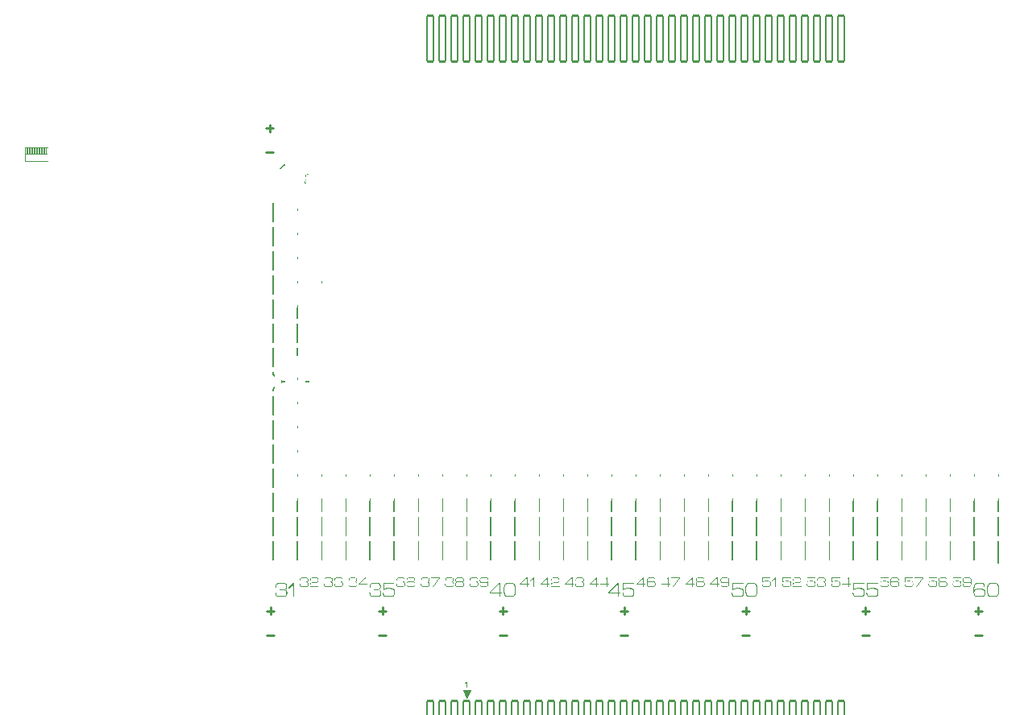
<source format=gto>
%TF.GenerationSoftware,KiCad,Pcbnew,7.0.7*%
%TF.CreationDate,2024-02-23T14:46:40-08:00*%
%TF.ProjectId,JluxR2protoboard,4a6c7578-5232-4707-926f-746f626f6172,rev?*%
%TF.SameCoordinates,Original*%
%TF.FileFunction,Legend,Top*%
%TF.FilePolarity,Positive*%
%FSLAX46Y46*%
G04 Gerber Fmt 4.6, Leading zero omitted, Abs format (unit mm)*
G04 Created by KiCad (PCBNEW 7.0.7) date 2024-02-23 14:46:40*
%MOMM*%
%LPD*%
G01*
G04 APERTURE LIST*
G04 Aperture macros list*
%AMRoundRect*
0 Rectangle with rounded corners*
0 $1 Rounding radius*
0 $2 $3 $4 $5 $6 $7 $8 $9 X,Y pos of 4 corners*
0 Add a 4 corners polygon primitive as box body*
4,1,4,$2,$3,$4,$5,$6,$7,$8,$9,$2,$3,0*
0 Add four circle primitives for the rounded corners*
1,1,$1+$1,$2,$3*
1,1,$1+$1,$4,$5*
1,1,$1+$1,$6,$7*
1,1,$1+$1,$8,$9*
0 Add four rect primitives between the rounded corners*
20,1,$1+$1,$2,$3,$4,$5,0*
20,1,$1+$1,$4,$5,$6,$7,0*
20,1,$1+$1,$6,$7,$8,$9,0*
20,1,$1+$1,$8,$9,$2,$3,0*%
%AMFreePoly0*
4,1,49,0.250000,0.845344,0.338849,0.845344,0.512664,0.808398,0.675000,0.736122,0.818761,0.631673,0.937664,0.499617,1.026514,0.345726,1.081425,0.176725,1.100000,0.000000,1.081425,-0.176725,1.026514,-0.345726,0.937664,-0.499617,0.818761,-0.631673,0.675000,-0.736122,0.512664,-0.808398,0.338849,-0.845344,0.250000,-0.845344,0.250000,-0.850000,-0.250000,-0.850000,-0.250000,-0.845344,
-0.338849,-0.845344,-0.512664,-0.808398,-0.675000,-0.736122,-0.818761,-0.631673,-0.937664,-0.499617,-1.012030,-0.370812,-1.075001,-0.307840,-1.175960,-0.250000,-1.210000,-0.250000,-1.305671,-0.230970,-1.386777,-0.176777,-1.440970,-0.095671,-1.460000,0.000000,-1.440970,0.095671,-1.386777,0.176777,-1.305671,0.230970,-1.210000,0.250000,-1.175960,0.250000,-1.075001,0.307840,-1.012030,0.370812,
-0.937664,0.499617,-0.818761,0.631673,-0.675000,0.736122,-0.512664,0.808398,-0.338849,0.845344,-0.250000,0.845344,-0.250000,0.850000,0.250000,0.850000,0.250000,0.845344,0.250000,0.845344,$1*%
%AMFreePoly1*
4,1,59,0.250000,0.845344,0.338849,0.845344,0.512664,0.808398,0.675000,0.736122,0.818761,0.631673,0.937664,0.499617,1.012030,0.370812,1.075002,0.307840,1.175960,0.250000,1.210000,0.250000,1.305671,0.230970,1.386777,0.176777,1.440970,0.095671,1.460000,0.000000,1.440970,-0.095671,1.386777,-0.176777,1.305671,-0.230970,1.210000,-0.250000,1.175960,-0.250000,1.075002,-0.307840,
1.012030,-0.370812,0.937664,-0.499617,0.818761,-0.631673,0.675000,-0.736122,0.512664,-0.808398,0.338849,-0.845344,0.250000,-0.845344,0.250000,-0.850000,-0.250000,-0.850000,-0.250000,-0.845344,-0.338849,-0.845344,-0.512664,-0.808398,-0.675000,-0.736122,-0.818761,-0.631673,-0.937664,-0.499617,-1.012030,-0.370812,-1.075001,-0.307840,-1.175960,-0.250000,-1.210000,-0.250000,-1.305671,-0.230970,
-1.386777,-0.176777,-1.440970,-0.095671,-1.460000,0.000000,-1.440970,0.095671,-1.386777,0.176777,-1.305671,0.230970,-1.210000,0.250000,-1.175960,0.250000,-1.075001,0.307840,-1.012030,0.370812,-0.937664,0.499617,-0.818761,0.631673,-0.675000,0.736122,-0.512664,0.808398,-0.338849,0.845344,-0.250000,0.845344,-0.250000,0.850000,0.250000,0.850000,0.250000,0.845344,0.250000,0.845344,
$1*%
G04 Aperture macros list end*
%ADD10C,0.080000*%
%ADD11C,0.120000*%
%ADD12C,0.180000*%
%ADD13C,0.050000*%
%ADD14C,0.200000*%
%ADD15C,0.150000*%
%ADD16C,0.250000*%
%ADD17FreePoly0,90.000000*%
%ADD18FreePoly1,90.000000*%
%ADD19FreePoly0,270.000000*%
%ADD20C,1.000000*%
%ADD21RoundRect,0.090000X-0.360000X-2.410000X0.360000X-2.410000X0.360000X2.410000X-0.360000X2.410000X0*%
%ADD22RoundRect,0.090000X0.360000X2.410000X-0.360000X2.410000X-0.360000X-2.410000X0.360000X-2.410000X0*%
G04 APERTURE END LIST*
D10*
X38963597Y-33858199D02*
X38963597Y-34569399D01*
X39471597Y-33858199D02*
X39471597Y-34569399D01*
X38709597Y-33858199D02*
X38709597Y-34569399D01*
D11*
X37795196Y-33858199D02*
X37795196Y-35305999D01*
D12*
X139192000Y-58511201D02*
X140081000Y-57749201D01*
X63881000Y-59273201D02*
X63881000Y-59781201D01*
D10*
X37795196Y-34582099D02*
X40081196Y-34582101D01*
X39852597Y-33858199D02*
X39852597Y-34569399D01*
D12*
X76581000Y-57241201D02*
X76581000Y-59781201D01*
D10*
X39598597Y-33858199D02*
X39598597Y-34569399D01*
X37947597Y-33858199D02*
X37947597Y-34569399D01*
D12*
X86741000Y-57241201D02*
X86741000Y-59781201D01*
X99441000Y-57241201D02*
X99441000Y-59781201D01*
X127381000Y-57241201D02*
X127381000Y-59781201D01*
D10*
X38201597Y-33858199D02*
X38201597Y-34569399D01*
X38328597Y-33858199D02*
X38328597Y-34569399D01*
D12*
X114681000Y-57241201D02*
X114681000Y-59781201D01*
X140081000Y-59273201D02*
X140081000Y-59781201D01*
X74041000Y-57241201D02*
X74041000Y-59781201D01*
D11*
X37795196Y-35305999D02*
X40132000Y-35306000D01*
D12*
X137541000Y-57241201D02*
X137541000Y-59781201D01*
X89281000Y-57241201D02*
X89281000Y-59781201D01*
X64770000Y-58511201D02*
X63881000Y-57749201D01*
D10*
X38582597Y-33858199D02*
X38582597Y-34569399D01*
D13*
X84201000Y-91770200D02*
X83820000Y-90982800D01*
X84582000Y-90982800D01*
X84201000Y-91770200D01*
G36*
X84201000Y-91770200D02*
G01*
X83820000Y-90982800D01*
X84582000Y-90982800D01*
X84201000Y-91770200D01*
G37*
D10*
X39979597Y-33858199D02*
X39979597Y-34569399D01*
D11*
X73279000Y-20269200D02*
X73939400Y-20269200D01*
D12*
X112141000Y-57241201D02*
X112141000Y-59781201D01*
D11*
X37795197Y-33883602D02*
X37795197Y-34112200D01*
D12*
X66421000Y-57241201D02*
X66421000Y-59781201D01*
D10*
X39217597Y-33858199D02*
X39217597Y-34569399D01*
D12*
X124841000Y-57241201D02*
X124841000Y-59781201D01*
D10*
X39725597Y-33858199D02*
X39725597Y-34569399D01*
D12*
X140081000Y-57241201D02*
X140081000Y-57749201D01*
D11*
X40131997Y-33858202D02*
X37795196Y-33858199D01*
D10*
X38074597Y-33858199D02*
X38074597Y-34569399D01*
X39090597Y-33858199D02*
X39090597Y-34569399D01*
D12*
X101981000Y-57241201D02*
X101981000Y-59781201D01*
D10*
X39344597Y-33858199D02*
X39344597Y-34569399D01*
D12*
X139192000Y-58511201D02*
X140081000Y-59273201D01*
D14*
X64770000Y-58511201D02*
X139192000Y-58511201D01*
D12*
X63881000Y-57749201D02*
X63881000Y-57241201D01*
X64770000Y-58511201D02*
X63881000Y-59273201D01*
D10*
X38836597Y-33858199D02*
X38836597Y-34569399D01*
X38455597Y-33858199D02*
X38455597Y-34569399D01*
D15*
G36*
X87716150Y-80706501D02*
G01*
X87925417Y-80706501D01*
X87925417Y-80800290D01*
X87716150Y-80800290D01*
X87716150Y-81152000D01*
X87629981Y-81152000D01*
X87629981Y-80800290D01*
X86662780Y-80800290D01*
X86662780Y-80706501D01*
X86758914Y-80706501D01*
X87629981Y-80706501D01*
X87629981Y-79815503D01*
X87618258Y-79815503D01*
X86758914Y-80698074D01*
X86758914Y-80706501D01*
X86662780Y-80706501D01*
X86662780Y-80668765D01*
X87589535Y-79721713D01*
X87716150Y-79721713D01*
X87716150Y-80706501D01*
G37*
G36*
X88768987Y-79698290D02*
G01*
X88780907Y-79698362D01*
X88792675Y-79698482D01*
X88815761Y-79698865D01*
X88838244Y-79699441D01*
X88860125Y-79700208D01*
X88881404Y-79701167D01*
X88902081Y-79702317D01*
X88922155Y-79703660D01*
X88941627Y-79705194D01*
X88960498Y-79706920D01*
X88978765Y-79708837D01*
X88996431Y-79710947D01*
X89013494Y-79713248D01*
X89029956Y-79715741D01*
X89045815Y-79718426D01*
X89061071Y-79721302D01*
X89068474Y-79722812D01*
X89082921Y-79726035D01*
X89096954Y-79729659D01*
X89110573Y-79733683D01*
X89123777Y-79738108D01*
X89136566Y-79742934D01*
X89148941Y-79748160D01*
X89160902Y-79753787D01*
X89172448Y-79759815D01*
X89183580Y-79766244D01*
X89194297Y-79773073D01*
X89204600Y-79780303D01*
X89219277Y-79791899D01*
X89233022Y-79804397D01*
X89245834Y-79817797D01*
X89249898Y-79822464D01*
X89261554Y-79837191D01*
X89272453Y-79853071D01*
X89282595Y-79870103D01*
X89291979Y-79888289D01*
X89297815Y-79901053D01*
X89303313Y-79914329D01*
X89308476Y-79928118D01*
X89313301Y-79942419D01*
X89317791Y-79957233D01*
X89321943Y-79972558D01*
X89325759Y-79988397D01*
X89329238Y-80004747D01*
X89332381Y-80021610D01*
X89335187Y-80038985D01*
X89337743Y-80056985D01*
X89340133Y-80075724D01*
X89342359Y-80095202D01*
X89344419Y-80115418D01*
X89346315Y-80136372D01*
X89348047Y-80158065D01*
X89349613Y-80180496D01*
X89351014Y-80203666D01*
X89352251Y-80227574D01*
X89353322Y-80252220D01*
X89354229Y-80277605D01*
X89354971Y-80303729D01*
X89355548Y-80330591D01*
X89355960Y-80358191D01*
X89356207Y-80386530D01*
X89356290Y-80415607D01*
X89356290Y-80458106D01*
X89356207Y-80487183D01*
X89355960Y-80515522D01*
X89355548Y-80543122D01*
X89354971Y-80569984D01*
X89354229Y-80596108D01*
X89353322Y-80621493D01*
X89352251Y-80646139D01*
X89351014Y-80670047D01*
X89349613Y-80693217D01*
X89348047Y-80715648D01*
X89346315Y-80737341D01*
X89344419Y-80758295D01*
X89342359Y-80778511D01*
X89340133Y-80797989D01*
X89337743Y-80816728D01*
X89335187Y-80834728D01*
X89332381Y-80852103D01*
X89329238Y-80868966D01*
X89325759Y-80885316D01*
X89321943Y-80901154D01*
X89317791Y-80916480D01*
X89313301Y-80931294D01*
X89308476Y-80945595D01*
X89303313Y-80959383D01*
X89297815Y-80972660D01*
X89291979Y-80985424D01*
X89282595Y-81003609D01*
X89272453Y-81020642D01*
X89261554Y-81036522D01*
X89249898Y-81051249D01*
X89237396Y-81064953D01*
X89223962Y-81077761D01*
X89209596Y-81089674D01*
X89194297Y-81100691D01*
X89183580Y-81107539D01*
X89172448Y-81113989D01*
X89160902Y-81120041D01*
X89148941Y-81125696D01*
X89136566Y-81130952D01*
X89123777Y-81135811D01*
X89110573Y-81140272D01*
X89096954Y-81144334D01*
X89082921Y-81148000D01*
X89068474Y-81151267D01*
X89053518Y-81154195D01*
X89037960Y-81156934D01*
X89021800Y-81159484D01*
X89005038Y-81161846D01*
X88987673Y-81164018D01*
X88969707Y-81166001D01*
X88951138Y-81167796D01*
X88931967Y-81169402D01*
X88912193Y-81170819D01*
X88891818Y-81172046D01*
X88870840Y-81173085D01*
X88849260Y-81173936D01*
X88827078Y-81174597D01*
X88804293Y-81175069D01*
X88780907Y-81175352D01*
X88768987Y-81175423D01*
X88756918Y-81175447D01*
X88714713Y-81175447D01*
X88702750Y-81175423D01*
X88690933Y-81175352D01*
X88667736Y-81175069D01*
X88645119Y-81174597D01*
X88623085Y-81173936D01*
X88601632Y-81173085D01*
X88580761Y-81172046D01*
X88560471Y-81170819D01*
X88540763Y-81169402D01*
X88521636Y-81167796D01*
X88503091Y-81166001D01*
X88485128Y-81164018D01*
X88467746Y-81161846D01*
X88450946Y-81159484D01*
X88434728Y-81156934D01*
X88419091Y-81154195D01*
X88404036Y-81151267D01*
X88389485Y-81148000D01*
X88375363Y-81144334D01*
X88361669Y-81140272D01*
X88348403Y-81135811D01*
X88335566Y-81130952D01*
X88323156Y-81125696D01*
X88311175Y-81120041D01*
X88299622Y-81113989D01*
X88288497Y-81107539D01*
X88277800Y-81100691D01*
X88267532Y-81093446D01*
X88252932Y-81081831D01*
X88239295Y-81069321D01*
X88226622Y-81055917D01*
X88222612Y-81051249D01*
X88211113Y-81036522D01*
X88200355Y-81020642D01*
X88190340Y-81003609D01*
X88181066Y-80985424D01*
X88175296Y-80972660D01*
X88169856Y-80959383D01*
X88164745Y-80945595D01*
X88159964Y-80931294D01*
X88155512Y-80916480D01*
X88151391Y-80901154D01*
X88147599Y-80885316D01*
X88144137Y-80868966D01*
X88141004Y-80852103D01*
X88138202Y-80834728D01*
X88135646Y-80816728D01*
X88133256Y-80797989D01*
X88131030Y-80778511D01*
X88128969Y-80758295D01*
X88127073Y-80737341D01*
X88125342Y-80715648D01*
X88123776Y-80693217D01*
X88122375Y-80670047D01*
X88121138Y-80646139D01*
X88120067Y-80621493D01*
X88119160Y-80596108D01*
X88118418Y-80569984D01*
X88117841Y-80543122D01*
X88117429Y-80515522D01*
X88117182Y-80487183D01*
X88117099Y-80458106D01*
X88117099Y-80449679D01*
X88206785Y-80449679D01*
X88206845Y-80476032D01*
X88207023Y-80501691D01*
X88207321Y-80526659D01*
X88207738Y-80550933D01*
X88208274Y-80574515D01*
X88208928Y-80597404D01*
X88209702Y-80619601D01*
X88210595Y-80641105D01*
X88211607Y-80661916D01*
X88212739Y-80682034D01*
X88213989Y-80701460D01*
X88215358Y-80720193D01*
X88216846Y-80738234D01*
X88218454Y-80755582D01*
X88220180Y-80772237D01*
X88222026Y-80788200D01*
X88224079Y-80803583D01*
X88226427Y-80818499D01*
X88229070Y-80832949D01*
X88233590Y-80853749D01*
X88238773Y-80873500D01*
X88244622Y-80892200D01*
X88251135Y-80909851D01*
X88258312Y-80926453D01*
X88266154Y-80942004D01*
X88274661Y-80956506D01*
X88283833Y-80969958D01*
X88290316Y-80978343D01*
X88300730Y-80990102D01*
X88311968Y-81001063D01*
X88324031Y-81011225D01*
X88336918Y-81020589D01*
X88350629Y-81029154D01*
X88365164Y-81036921D01*
X88380524Y-81043889D01*
X88396708Y-81050059D01*
X88413717Y-81055430D01*
X88425514Y-81058567D01*
X88437677Y-81061349D01*
X88443896Y-81062607D01*
X88456742Y-81064914D01*
X88470146Y-81067072D01*
X88484109Y-81069081D01*
X88498631Y-81070941D01*
X88513711Y-81072653D01*
X88529351Y-81074216D01*
X88545548Y-81075630D01*
X88562305Y-81076895D01*
X88579620Y-81078011D01*
X88597494Y-81078979D01*
X88615927Y-81079797D01*
X88634918Y-81080467D01*
X88654469Y-81080988D01*
X88674577Y-81081360D01*
X88695245Y-81081583D01*
X88716471Y-81081658D01*
X88755452Y-81081658D01*
X88769684Y-81081629D01*
X88783658Y-81081543D01*
X88797372Y-81081400D01*
X88810828Y-81081200D01*
X88824025Y-81080942D01*
X88836964Y-81080627D01*
X88849643Y-81080255D01*
X88862064Y-81079826D01*
X88874226Y-81079339D01*
X88886130Y-81078795D01*
X88903500Y-81077872D01*
X88920288Y-81076820D01*
X88936493Y-81075640D01*
X88952117Y-81074330D01*
X88967235Y-81072759D01*
X88981926Y-81070930D01*
X88996189Y-81068843D01*
X89010025Y-81066499D01*
X89023433Y-81063897D01*
X89036414Y-81061038D01*
X89048966Y-81057921D01*
X89061092Y-81054547D01*
X89072789Y-81050914D01*
X89087721Y-81045671D01*
X89091335Y-81044288D01*
X89105339Y-81038387D01*
X89118629Y-81031855D01*
X89131205Y-81024694D01*
X89143066Y-81016903D01*
X89154212Y-81008482D01*
X89164645Y-80999432D01*
X89174362Y-80989752D01*
X89183366Y-80979442D01*
X89191760Y-80968296D01*
X89199651Y-80956292D01*
X89207037Y-80943429D01*
X89213921Y-80929708D01*
X89220300Y-80915128D01*
X89226175Y-80899689D01*
X89231547Y-80883392D01*
X89236415Y-80866235D01*
X89240903Y-80848077D01*
X89244005Y-80833828D01*
X89246880Y-80819037D01*
X89249528Y-80803706D01*
X89251949Y-80787833D01*
X89254144Y-80771420D01*
X89256112Y-80754466D01*
X89257853Y-80736970D01*
X89259368Y-80718934D01*
X89260656Y-80700357D01*
X89261035Y-80694044D01*
X89262083Y-80674652D01*
X89263027Y-80654533D01*
X89263869Y-80633685D01*
X89264607Y-80612110D01*
X89265042Y-80597323D01*
X89265431Y-80582211D01*
X89265775Y-80566777D01*
X89266072Y-80551019D01*
X89266324Y-80534938D01*
X89266530Y-80518533D01*
X89266691Y-80501805D01*
X89266805Y-80484753D01*
X89266874Y-80467378D01*
X89266897Y-80449679D01*
X89266897Y-80424034D01*
X89266874Y-80406335D01*
X89266805Y-80388960D01*
X89266691Y-80371908D01*
X89266530Y-80355180D01*
X89266324Y-80338775D01*
X89266072Y-80322694D01*
X89265775Y-80306936D01*
X89265431Y-80291501D01*
X89265042Y-80276390D01*
X89264607Y-80261603D01*
X89263869Y-80240028D01*
X89263027Y-80219180D01*
X89262083Y-80199061D01*
X89261035Y-80179669D01*
X89259823Y-80160914D01*
X89258383Y-80142707D01*
X89256718Y-80125048D01*
X89254825Y-80107936D01*
X89252706Y-80091371D01*
X89250360Y-80075354D01*
X89247787Y-80059884D01*
X89244988Y-80044961D01*
X89241962Y-80030586D01*
X89237575Y-80012271D01*
X89236415Y-80007844D01*
X89231547Y-79990608D01*
X89226175Y-79974253D01*
X89220300Y-79958780D01*
X89213921Y-79944188D01*
X89207037Y-79930478D01*
X89199651Y-79917650D01*
X89191760Y-79905703D01*
X89183366Y-79894637D01*
X89174362Y-79884242D01*
X89164645Y-79874487D01*
X89154212Y-79865374D01*
X89143066Y-79856902D01*
X89131205Y-79849071D01*
X89118629Y-79841881D01*
X89105339Y-79835332D01*
X89091335Y-79829424D01*
X89076593Y-79824072D01*
X89065038Y-79820366D01*
X89053056Y-79816924D01*
X89040645Y-79813746D01*
X89027807Y-79810831D01*
X89014542Y-79808181D01*
X89000849Y-79805795D01*
X88986728Y-79803673D01*
X88972180Y-79801816D01*
X88957204Y-79800222D01*
X88952117Y-79799749D01*
X88936493Y-79798374D01*
X88920288Y-79797134D01*
X88903500Y-79796030D01*
X88886130Y-79795061D01*
X88874226Y-79794490D01*
X88862064Y-79793979D01*
X88849643Y-79793528D01*
X88836964Y-79793137D01*
X88824025Y-79792807D01*
X88810828Y-79792536D01*
X88797372Y-79792326D01*
X88783658Y-79792176D01*
X88769684Y-79792085D01*
X88755452Y-79792055D01*
X88716471Y-79792055D01*
X88695245Y-79792131D01*
X88674577Y-79792359D01*
X88654469Y-79792738D01*
X88634918Y-79793269D01*
X88615927Y-79793952D01*
X88597494Y-79794786D01*
X88579620Y-79795772D01*
X88562305Y-79796910D01*
X88545548Y-79798199D01*
X88529351Y-79799640D01*
X88513711Y-79801233D01*
X88498631Y-79802978D01*
X88484109Y-79804874D01*
X88470146Y-79806922D01*
X88456742Y-79809121D01*
X88443896Y-79811473D01*
X88431550Y-79814034D01*
X88419570Y-79816957D01*
X88407956Y-79820240D01*
X88391222Y-79825840D01*
X88375313Y-79832252D01*
X88360228Y-79839476D01*
X88345967Y-79847511D01*
X88332531Y-79856357D01*
X88319918Y-79866015D01*
X88308131Y-79876484D01*
X88297167Y-79887765D01*
X88290316Y-79895736D01*
X88280702Y-79908423D01*
X88271752Y-79922166D01*
X88263467Y-79936965D01*
X88255846Y-79952821D01*
X88248890Y-79969732D01*
X88242598Y-79987700D01*
X88236972Y-80006723D01*
X88232009Y-80026803D01*
X88227712Y-80047939D01*
X88225216Y-80062617D01*
X88223015Y-80077764D01*
X88222026Y-80085513D01*
X88220180Y-80101476D01*
X88218454Y-80118131D01*
X88216846Y-80135479D01*
X88215358Y-80153519D01*
X88213989Y-80172253D01*
X88212739Y-80191679D01*
X88211607Y-80211797D01*
X88210595Y-80232608D01*
X88209702Y-80254112D01*
X88208928Y-80276309D01*
X88208274Y-80299198D01*
X88207738Y-80322780D01*
X88207321Y-80347054D01*
X88207023Y-80372021D01*
X88206845Y-80397681D01*
X88206785Y-80424034D01*
X88206785Y-80449679D01*
X88117099Y-80449679D01*
X88117099Y-80415607D01*
X88117182Y-80386530D01*
X88117429Y-80358191D01*
X88117841Y-80330591D01*
X88118418Y-80303729D01*
X88119160Y-80277605D01*
X88120067Y-80252220D01*
X88121138Y-80227574D01*
X88122375Y-80203666D01*
X88123776Y-80180496D01*
X88125342Y-80158065D01*
X88127073Y-80136372D01*
X88128969Y-80115418D01*
X88131030Y-80095202D01*
X88133256Y-80075724D01*
X88135646Y-80056985D01*
X88138202Y-80038985D01*
X88141004Y-80021610D01*
X88144137Y-80004747D01*
X88147599Y-79988397D01*
X88151391Y-79972558D01*
X88155512Y-79957233D01*
X88159964Y-79942419D01*
X88164745Y-79928118D01*
X88169856Y-79914329D01*
X88175296Y-79901053D01*
X88181066Y-79888289D01*
X88190340Y-79870103D01*
X88200355Y-79853071D01*
X88211113Y-79837191D01*
X88222612Y-79822464D01*
X88234964Y-79808764D01*
X88248279Y-79795965D01*
X88262558Y-79784068D01*
X88277800Y-79773073D01*
X88288497Y-79766244D01*
X88299622Y-79759815D01*
X88311175Y-79753787D01*
X88323156Y-79748160D01*
X88335566Y-79742934D01*
X88348403Y-79738108D01*
X88361669Y-79733683D01*
X88375363Y-79729659D01*
X88389485Y-79726035D01*
X88404036Y-79722812D01*
X88419091Y-79719840D01*
X88434728Y-79717059D01*
X88450946Y-79714471D01*
X88467746Y-79712073D01*
X88485128Y-79709868D01*
X88503091Y-79707855D01*
X88521636Y-79706033D01*
X88540763Y-79704403D01*
X88560471Y-79702964D01*
X88580761Y-79701718D01*
X88601632Y-79700663D01*
X88623085Y-79699800D01*
X88645119Y-79699129D01*
X88667736Y-79698650D01*
X88690933Y-79698362D01*
X88702750Y-79698290D01*
X88714713Y-79698266D01*
X88756918Y-79698266D01*
X88768987Y-79698290D01*
G37*
G36*
X77909044Y-36706880D02*
G01*
X77925341Y-36706989D01*
X77941249Y-36707170D01*
X77956769Y-36707424D01*
X77971900Y-36707750D01*
X77986643Y-36708149D01*
X78000996Y-36708620D01*
X78014962Y-36709164D01*
X78028538Y-36709781D01*
X78041726Y-36710469D01*
X78054525Y-36711231D01*
X78066935Y-36712065D01*
X78078956Y-36712971D01*
X78090589Y-36713950D01*
X78101834Y-36715001D01*
X78112689Y-36716125D01*
X78123206Y-36717333D01*
X78133434Y-36718697D01*
X78143373Y-36720218D01*
X78153024Y-36721895D01*
X78162386Y-36723729D01*
X78175887Y-36726773D01*
X78188739Y-36730169D01*
X78200941Y-36733917D01*
X78212494Y-36738017D01*
X78223396Y-36742469D01*
X78233649Y-36747274D01*
X78243253Y-36752430D01*
X78246310Y-36754227D01*
X78255152Y-36759900D01*
X78263465Y-36766019D01*
X78271249Y-36772585D01*
X78278504Y-36779598D01*
X78285231Y-36787057D01*
X78291428Y-36794962D01*
X78297097Y-36803314D01*
X78302236Y-36812113D01*
X78306847Y-36821358D01*
X78310929Y-36831049D01*
X78313357Y-36837758D01*
X78316659Y-36848286D01*
X78319637Y-36859445D01*
X78322290Y-36871235D01*
X78324618Y-36883657D01*
X78326621Y-36896709D01*
X78328299Y-36910393D01*
X78329652Y-36924707D01*
X78330374Y-36934601D01*
X78330952Y-36944775D01*
X78331385Y-36955230D01*
X78331674Y-36965965D01*
X78331818Y-36976981D01*
X78331836Y-36982594D01*
X78331836Y-37003843D01*
X78262183Y-37003843D01*
X78262183Y-36983815D01*
X78262056Y-36970437D01*
X78261675Y-36957594D01*
X78261040Y-36945289D01*
X78260151Y-36933520D01*
X78259007Y-36922288D01*
X78257610Y-36911593D01*
X78255959Y-36901434D01*
X78254054Y-36891812D01*
X78251118Y-36879817D01*
X78247731Y-36868777D01*
X78243770Y-36858530D01*
X78238995Y-36848917D01*
X78233405Y-36839937D01*
X78227001Y-36831591D01*
X78219782Y-36823878D01*
X78211750Y-36816799D01*
X78202902Y-36810353D01*
X78193240Y-36804541D01*
X78182661Y-36799233D01*
X78171059Y-36794420D01*
X78161688Y-36791137D01*
X78151741Y-36788132D01*
X78141220Y-36785406D01*
X78130125Y-36782960D01*
X78118454Y-36780792D01*
X78106209Y-36778904D01*
X78093389Y-36777295D01*
X78079995Y-36775965D01*
X78065936Y-36774786D01*
X78056145Y-36774065D01*
X78046019Y-36773395D01*
X78035557Y-36772777D01*
X78024761Y-36772210D01*
X78013630Y-36771695D01*
X78002163Y-36771231D01*
X77990362Y-36770819D01*
X77978226Y-36770458D01*
X77965754Y-36770149D01*
X77952948Y-36769892D01*
X77939806Y-36769686D01*
X77926330Y-36769531D01*
X77912518Y-36769428D01*
X77898372Y-36769376D01*
X77891173Y-36769370D01*
X77866534Y-36769370D01*
X77854849Y-36769387D01*
X77843368Y-36769439D01*
X77832090Y-36769525D01*
X77821017Y-36769645D01*
X77810146Y-36769799D01*
X77799479Y-36769988D01*
X77789016Y-36770212D01*
X77778757Y-36770469D01*
X77768701Y-36770761D01*
X77758848Y-36771087D01*
X77749200Y-36771448D01*
X77735108Y-36772053D01*
X77721475Y-36772736D01*
X77708300Y-36773496D01*
X77704010Y-36773766D01*
X77691444Y-36774629D01*
X77679245Y-36775658D01*
X77667412Y-36776855D01*
X77655946Y-36778220D01*
X77644846Y-36779752D01*
X77634112Y-36781451D01*
X77623745Y-36783318D01*
X77613745Y-36785353D01*
X77604111Y-36787554D01*
X77594844Y-36789924D01*
X77588869Y-36791596D01*
X77577360Y-36795168D01*
X77566406Y-36799168D01*
X77556008Y-36803595D01*
X77546165Y-36808449D01*
X77536877Y-36813731D01*
X77528144Y-36819440D01*
X77519967Y-36825576D01*
X77512345Y-36832140D01*
X77505267Y-36839197D01*
X77498604Y-36846810D01*
X77492355Y-36854981D01*
X77486521Y-36863709D01*
X77481102Y-36872994D01*
X77476097Y-36882836D01*
X77471507Y-36893236D01*
X77467331Y-36904192D01*
X77463581Y-36915775D01*
X77460150Y-36928052D01*
X77457785Y-36937715D01*
X77455599Y-36947769D01*
X77453593Y-36958214D01*
X77451765Y-36969050D01*
X77450117Y-36980276D01*
X77448647Y-36991893D01*
X77447357Y-37003901D01*
X77446246Y-37016300D01*
X77445272Y-37029079D01*
X77444394Y-37042323D01*
X77443612Y-37056030D01*
X77442925Y-37070201D01*
X77442335Y-37084835D01*
X77441994Y-37094849D01*
X77441696Y-37105069D01*
X77441441Y-37115496D01*
X77441228Y-37126128D01*
X77441057Y-37136966D01*
X77440930Y-37148010D01*
X77440845Y-37159261D01*
X77440802Y-37170717D01*
X77440797Y-37176523D01*
X77440797Y-37225860D01*
X77442218Y-37225860D01*
X77447649Y-37216100D01*
X77453812Y-37206786D01*
X77460709Y-37197919D01*
X77468338Y-37189498D01*
X77476700Y-37181524D01*
X77479651Y-37178965D01*
X77487643Y-37172697D01*
X77496665Y-37166715D01*
X77506717Y-37161019D01*
X77515499Y-37156669D01*
X77524941Y-37152501D01*
X77535041Y-37148517D01*
X77545800Y-37144716D01*
X77548593Y-37143794D01*
X77560261Y-37140180D01*
X77569557Y-37137615D01*
X77579318Y-37135174D01*
X77589546Y-37132858D01*
X77600241Y-37130666D01*
X77611402Y-37128599D01*
X77623029Y-37126656D01*
X77635123Y-37124838D01*
X77647683Y-37123144D01*
X77660710Y-37121575D01*
X77665156Y-37121080D01*
X77678955Y-37119683D01*
X77688531Y-37118828D01*
X77698410Y-37118034D01*
X77708590Y-37117302D01*
X77719071Y-37116630D01*
X77729855Y-37116019D01*
X77740940Y-37115470D01*
X77752327Y-37114981D01*
X77764015Y-37114554D01*
X77776005Y-37114188D01*
X77788297Y-37113882D01*
X77800891Y-37113638D01*
X77813786Y-37113455D01*
X77826983Y-37113333D01*
X77840481Y-37113272D01*
X77847344Y-37113264D01*
X77877432Y-37113264D01*
X77887013Y-37113274D01*
X77905822Y-37113358D01*
X77924160Y-37113526D01*
X77942029Y-37113778D01*
X77959428Y-37114114D01*
X77976356Y-37114534D01*
X77992814Y-37115038D01*
X78008802Y-37115625D01*
X78024320Y-37116297D01*
X78039368Y-37117053D01*
X78053946Y-37117892D01*
X78068053Y-37118816D01*
X78081691Y-37119823D01*
X78094858Y-37120915D01*
X78107555Y-37122090D01*
X78119782Y-37123349D01*
X78125720Y-37124011D01*
X78137335Y-37125399D01*
X78148608Y-37126938D01*
X78159538Y-37128627D01*
X78170126Y-37130468D01*
X78180372Y-37132459D01*
X78190275Y-37134601D01*
X78199836Y-37136894D01*
X78209055Y-37139337D01*
X78222240Y-37143285D01*
X78234655Y-37147572D01*
X78246300Y-37152198D01*
X78257174Y-37157163D01*
X78267278Y-37162467D01*
X78270475Y-37164311D01*
X78279637Y-37170071D01*
X78288199Y-37176269D01*
X78296162Y-37182905D01*
X78303525Y-37189979D01*
X78310288Y-37197491D01*
X78316451Y-37205441D01*
X78322015Y-37213829D01*
X78326979Y-37222654D01*
X78331344Y-37231918D01*
X78335108Y-37241619D01*
X78337285Y-37248330D01*
X78340207Y-37258835D01*
X78342841Y-37269923D01*
X78345187Y-37281595D01*
X78347247Y-37293851D01*
X78349019Y-37306691D01*
X78350503Y-37320115D01*
X78351701Y-37334122D01*
X78352611Y-37348714D01*
X78353058Y-37358766D01*
X78353377Y-37369078D01*
X78353568Y-37379649D01*
X78353632Y-37390480D01*
X78353632Y-37415881D01*
X78353568Y-37426354D01*
X78353377Y-37436584D01*
X78353058Y-37446572D01*
X78352339Y-37461100D01*
X78351334Y-37475083D01*
X78350040Y-37488520D01*
X78348460Y-37501413D01*
X78346592Y-37513760D01*
X78344437Y-37525561D01*
X78341995Y-37536818D01*
X78339265Y-37547529D01*
X78337285Y-37554367D01*
X78333914Y-37564238D01*
X78329931Y-37573701D01*
X78325335Y-37582756D01*
X78320127Y-37591404D01*
X78314307Y-37599643D01*
X78307875Y-37607475D01*
X78300831Y-37614899D01*
X78293174Y-37621915D01*
X78284906Y-37628523D01*
X78276025Y-37634723D01*
X78269764Y-37638630D01*
X78259796Y-37644142D01*
X78249083Y-37649318D01*
X78237624Y-37654159D01*
X78225420Y-37658666D01*
X78212471Y-37662838D01*
X78198776Y-37666674D01*
X78189231Y-37669046D01*
X78179356Y-37671269D01*
X78169149Y-37673343D01*
X78158611Y-37675269D01*
X78147742Y-37677045D01*
X78136541Y-37678673D01*
X78125009Y-37680152D01*
X78113103Y-37681542D01*
X78100721Y-37682842D01*
X78087864Y-37684053D01*
X78074531Y-37685174D01*
X78060722Y-37686205D01*
X78046438Y-37687147D01*
X78031678Y-37687999D01*
X78016442Y-37688761D01*
X78000731Y-37689434D01*
X77984544Y-37690017D01*
X77967881Y-37690510D01*
X77950743Y-37690914D01*
X77933128Y-37691227D01*
X77915039Y-37691452D01*
X77896473Y-37691586D01*
X77877432Y-37691631D01*
X77845922Y-37691631D01*
X77832564Y-37691614D01*
X77819440Y-37691562D01*
X77806548Y-37691476D01*
X77793890Y-37691356D01*
X77781465Y-37691202D01*
X77769273Y-37691013D01*
X77757314Y-37690790D01*
X77745589Y-37690532D01*
X77734096Y-37690240D01*
X77722837Y-37689914D01*
X77711811Y-37689553D01*
X77701019Y-37689158D01*
X77690459Y-37688729D01*
X77680133Y-37688265D01*
X77670040Y-37687767D01*
X77660180Y-37687235D01*
X77650562Y-37686675D01*
X77636492Y-37685681D01*
X77622851Y-37684502D01*
X77609639Y-37683139D01*
X77596856Y-37681591D01*
X77584502Y-37679859D01*
X77572577Y-37677942D01*
X77561081Y-37675840D01*
X77550014Y-37673554D01*
X77539376Y-37671083D01*
X77529166Y-37668428D01*
X77519405Y-37665523D01*
X77510023Y-37662394D01*
X77501020Y-37659043D01*
X77489606Y-37654227D01*
X77478865Y-37649014D01*
X77468798Y-37643404D01*
X77459404Y-37637397D01*
X77450685Y-37630993D01*
X77444587Y-37625930D01*
X77436991Y-37618732D01*
X77429839Y-37610939D01*
X77423132Y-37602551D01*
X77416868Y-37593568D01*
X77411049Y-37583989D01*
X77405674Y-37573814D01*
X77400743Y-37563045D01*
X77396257Y-37551680D01*
X77392173Y-37539628D01*
X77389349Y-37530158D01*
X77386729Y-37520319D01*
X77384313Y-37510111D01*
X77382101Y-37499534D01*
X77380093Y-37488587D01*
X77378289Y-37477272D01*
X77376689Y-37465587D01*
X77375293Y-37453532D01*
X77374101Y-37441109D01*
X77373750Y-37436886D01*
X77372776Y-37423918D01*
X77371898Y-37410479D01*
X77371115Y-37396567D01*
X77370429Y-37382183D01*
X77370025Y-37372331D01*
X77369663Y-37362270D01*
X77369343Y-37351998D01*
X77369109Y-37343096D01*
X77440797Y-37343096D01*
X77440847Y-37355269D01*
X77440997Y-37367116D01*
X77441246Y-37378640D01*
X77441596Y-37389838D01*
X77442046Y-37400713D01*
X77442596Y-37411263D01*
X77443245Y-37421489D01*
X77443995Y-37431390D01*
X77445307Y-37445634D01*
X77446844Y-37459148D01*
X77448605Y-37471932D01*
X77450592Y-37483986D01*
X77452803Y-37495311D01*
X77453590Y-37498923D01*
X77456292Y-37509391D01*
X77459509Y-37519360D01*
X77463243Y-37528831D01*
X77467494Y-37537804D01*
X77472261Y-37546279D01*
X77479420Y-37556804D01*
X77487498Y-37566444D01*
X77496493Y-37575199D01*
X77506407Y-37583068D01*
X77509028Y-37584897D01*
X77517313Y-37590073D01*
X77526264Y-37594883D01*
X77535881Y-37599329D01*
X77546165Y-37603410D01*
X77557115Y-37607126D01*
X77568731Y-37610477D01*
X77581014Y-37613463D01*
X77593963Y-37616084D01*
X77607578Y-37618340D01*
X77617025Y-37619641D01*
X77626768Y-37620780D01*
X77631751Y-37621289D01*
X77642032Y-37622236D01*
X77652740Y-37623121D01*
X77663873Y-37623945D01*
X77675432Y-37624709D01*
X77687417Y-37625411D01*
X77699827Y-37626052D01*
X77712663Y-37626632D01*
X77725925Y-37627151D01*
X77739612Y-37627609D01*
X77753725Y-37628006D01*
X77768264Y-37628342D01*
X77783228Y-37628616D01*
X77798619Y-37628830D01*
X77814435Y-37628983D01*
X77830676Y-37629074D01*
X77847344Y-37629105D01*
X77876011Y-37629105D01*
X77893366Y-37629074D01*
X77910249Y-37628983D01*
X77926660Y-37628830D01*
X77942599Y-37628616D01*
X77958066Y-37628342D01*
X77973061Y-37628006D01*
X77987584Y-37627609D01*
X78001635Y-37627151D01*
X78015214Y-37626632D01*
X78028321Y-37626052D01*
X78040957Y-37625411D01*
X78053120Y-37624709D01*
X78064811Y-37623945D01*
X78076030Y-37623121D01*
X78086777Y-37622236D01*
X78097053Y-37621289D01*
X78106967Y-37620250D01*
X78116572Y-37619087D01*
X78130401Y-37617110D01*
X78143534Y-37614854D01*
X78155971Y-37612319D01*
X78167713Y-37609504D01*
X78178759Y-37606411D01*
X78189110Y-37603039D01*
X78198766Y-37599387D01*
X78207726Y-37595457D01*
X78218590Y-37589782D01*
X78228367Y-37583573D01*
X78237203Y-37576791D01*
X78245099Y-37569437D01*
X78252055Y-37561511D01*
X78258070Y-37553012D01*
X78263145Y-37543940D01*
X78267280Y-37534297D01*
X78270475Y-37524080D01*
X78273029Y-37513105D01*
X78275243Y-37501305D01*
X78277116Y-37488681D01*
X78278297Y-37478671D01*
X78279287Y-37468198D01*
X78280085Y-37457262D01*
X78280692Y-37445862D01*
X78281107Y-37433998D01*
X78281331Y-37421670D01*
X78281373Y-37413194D01*
X78281373Y-37387549D01*
X78281259Y-37374877D01*
X78280915Y-37362690D01*
X78280342Y-37350989D01*
X78279541Y-37339773D01*
X78278510Y-37329041D01*
X78277250Y-37318795D01*
X78275761Y-37309034D01*
X78273420Y-37296775D01*
X78270671Y-37285377D01*
X78268343Y-37277395D01*
X78264693Y-37267316D01*
X78260140Y-37257840D01*
X78254683Y-37248968D01*
X78248323Y-37240698D01*
X78241060Y-37233031D01*
X78232894Y-37225967D01*
X78223825Y-37219506D01*
X78213852Y-37213648D01*
X78202821Y-37208316D01*
X78193750Y-37204613D01*
X78183997Y-37201164D01*
X78173561Y-37197967D01*
X78162441Y-37195024D01*
X78150639Y-37192335D01*
X78138154Y-37189898D01*
X78124986Y-37187715D01*
X78111134Y-37185785D01*
X78101521Y-37184639D01*
X78091604Y-37183606D01*
X78081350Y-37182659D01*
X78070666Y-37181774D01*
X78059553Y-37180950D01*
X78048011Y-37180187D01*
X78036040Y-37179484D01*
X78023639Y-37178843D01*
X78010808Y-37178263D01*
X77997548Y-37177744D01*
X77983859Y-37177286D01*
X77969740Y-37176889D01*
X77955192Y-37176553D01*
X77940215Y-37176279D01*
X77924808Y-37176065D01*
X77908971Y-37175912D01*
X77892706Y-37175821D01*
X77876011Y-37175790D01*
X77847344Y-37175790D01*
X77833008Y-37175816D01*
X77818962Y-37175893D01*
X77805207Y-37176022D01*
X77791743Y-37176202D01*
X77778569Y-37176434D01*
X77765686Y-37176718D01*
X77753093Y-37177052D01*
X77740791Y-37177439D01*
X77728780Y-37177877D01*
X77717059Y-37178366D01*
X77705628Y-37178907D01*
X77694489Y-37179500D01*
X77683640Y-37180144D01*
X77673081Y-37180839D01*
X77662813Y-37181586D01*
X77652836Y-37182385D01*
X77643156Y-37183223D01*
X77633720Y-37184152D01*
X77620024Y-37185712D01*
X77606878Y-37187475D01*
X77594282Y-37189439D01*
X77582235Y-37191605D01*
X77570738Y-37193973D01*
X77559791Y-37196542D01*
X77549394Y-37199314D01*
X77539546Y-37202287D01*
X77530248Y-37205462D01*
X77527271Y-37206565D01*
X77515966Y-37211213D01*
X77505504Y-37216243D01*
X77495887Y-37221654D01*
X77487114Y-37227448D01*
X77479184Y-37233622D01*
X77472099Y-37240179D01*
X77464429Y-37248911D01*
X77460461Y-37254436D01*
X77454796Y-37264242D01*
X77450091Y-37274882D01*
X77446346Y-37286357D01*
X77444042Y-37296138D01*
X77442352Y-37306454D01*
X77441277Y-37317304D01*
X77440816Y-37328688D01*
X77440797Y-37331617D01*
X77440797Y-37343096D01*
X77369109Y-37343096D01*
X77369067Y-37341517D01*
X77368833Y-37330825D01*
X77368641Y-37319924D01*
X77368492Y-37308813D01*
X77368386Y-37297492D01*
X77368322Y-37285961D01*
X77368301Y-37274220D01*
X77368301Y-37188002D01*
X77368329Y-37174507D01*
X77368415Y-37161254D01*
X77368559Y-37148243D01*
X77368760Y-37135475D01*
X77369018Y-37122949D01*
X77369333Y-37110665D01*
X77369706Y-37098624D01*
X77370137Y-37086825D01*
X77370624Y-37075268D01*
X77371169Y-37063954D01*
X77371772Y-37052882D01*
X77372432Y-37042052D01*
X77373149Y-37031465D01*
X77373924Y-37021120D01*
X77374756Y-37011017D01*
X77375645Y-37001157D01*
X77377173Y-36986760D01*
X77378913Y-36972789D01*
X77380865Y-36959243D01*
X77383030Y-36946122D01*
X77385407Y-36933426D01*
X77387997Y-36921155D01*
X77390799Y-36909309D01*
X77393813Y-36897888D01*
X77397040Y-36886892D01*
X77400479Y-36876321D01*
X77402890Y-36869510D01*
X77406753Y-36859628D01*
X77410878Y-36850132D01*
X77415265Y-36841023D01*
X77419915Y-36832301D01*
X77426523Y-36821272D01*
X77433597Y-36810929D01*
X77441137Y-36801274D01*
X77449144Y-36792306D01*
X77457618Y-36784025D01*
X77466643Y-36776262D01*
X77476304Y-36768973D01*
X77486603Y-36762157D01*
X77497538Y-36755815D01*
X77506157Y-36751368D01*
X77515134Y-36747188D01*
X77524470Y-36743274D01*
X77534164Y-36739626D01*
X77544215Y-36736244D01*
X77547646Y-36735176D01*
X77558236Y-36732071D01*
X77569218Y-36729168D01*
X77580591Y-36726467D01*
X77592356Y-36723968D01*
X77604512Y-36721670D01*
X77617060Y-36719574D01*
X77629999Y-36717680D01*
X77643330Y-36715988D01*
X77657052Y-36714497D01*
X77671166Y-36713209D01*
X77680792Y-36712461D01*
X77690646Y-36711781D01*
X77700723Y-36711145D01*
X77711021Y-36710552D01*
X77721542Y-36710004D01*
X77732284Y-36709499D01*
X77743249Y-36709038D01*
X77754436Y-36708621D01*
X77765845Y-36708248D01*
X77777476Y-36707919D01*
X77789329Y-36707634D01*
X77801404Y-36707392D01*
X77813702Y-36707195D01*
X77826221Y-36707041D01*
X77838963Y-36706932D01*
X77851927Y-36706866D01*
X77865112Y-36706844D01*
X77892358Y-36706844D01*
X77909044Y-36706880D01*
G37*
G36*
X80156086Y-37676000D02*
G01*
X80067243Y-37676000D01*
X80795995Y-36787933D01*
X80795995Y-36785002D01*
X79869418Y-36785002D01*
X79869418Y-36722475D01*
X80884601Y-36722475D01*
X80884601Y-36791108D01*
X80156086Y-37676000D01*
G37*
G36*
X82922500Y-36706879D02*
G01*
X82940240Y-36706985D01*
X82957526Y-36707162D01*
X82974359Y-36707409D01*
X82990739Y-36707726D01*
X83006665Y-36708115D01*
X83022138Y-36708574D01*
X83037157Y-36709103D01*
X83051723Y-36709703D01*
X83065835Y-36710374D01*
X83079493Y-36711115D01*
X83092699Y-36711927D01*
X83105451Y-36712810D01*
X83117749Y-36713763D01*
X83129594Y-36714787D01*
X83140985Y-36715881D01*
X83152018Y-36717075D01*
X83162729Y-36718400D01*
X83173119Y-36719854D01*
X83183186Y-36721437D01*
X83192931Y-36723151D01*
X83202354Y-36724994D01*
X83215884Y-36728002D01*
X83228690Y-36731303D01*
X83240771Y-36734895D01*
X83252128Y-36738779D01*
X83262760Y-36742955D01*
X83272668Y-36747423D01*
X83278870Y-36750563D01*
X83287687Y-36755544D01*
X83295925Y-36760867D01*
X83306009Y-36768500D01*
X83315063Y-36776743D01*
X83323089Y-36785597D01*
X83330085Y-36795061D01*
X83336053Y-36805136D01*
X83340991Y-36815822D01*
X83343074Y-36821394D01*
X83346739Y-36833114D01*
X83349915Y-36845681D01*
X83351976Y-36855662D01*
X83353763Y-36866120D01*
X83355275Y-36877054D01*
X83356512Y-36888465D01*
X83357474Y-36900353D01*
X83358161Y-36912717D01*
X83358573Y-36925557D01*
X83358710Y-36938875D01*
X83358710Y-36952796D01*
X83358625Y-36964580D01*
X83358369Y-36975935D01*
X83357942Y-36986860D01*
X83357345Y-36997355D01*
X83356576Y-37007422D01*
X83355286Y-37020176D01*
X83353692Y-37032167D01*
X83351795Y-37043394D01*
X83349595Y-37053859D01*
X83348997Y-37056355D01*
X83346435Y-37065999D01*
X83342692Y-37077356D01*
X83338347Y-37087938D01*
X83333400Y-37097745D01*
X83327852Y-37106776D01*
X83321703Y-37115033D01*
X83317724Y-37119614D01*
X83310577Y-37126661D01*
X83302760Y-37133148D01*
X83294271Y-37139074D01*
X83285111Y-37144439D01*
X83275281Y-37149244D01*
X83264779Y-37153489D01*
X83260391Y-37155030D01*
X83251284Y-37157888D01*
X83241615Y-37160601D01*
X83231383Y-37163170D01*
X83220589Y-37165593D01*
X83209232Y-37167871D01*
X83197312Y-37170005D01*
X83184829Y-37171993D01*
X83175098Y-37173389D01*
X83171784Y-37173836D01*
X83171784Y-37176523D01*
X83181658Y-37177678D01*
X83191291Y-37178944D01*
X83200682Y-37180322D01*
X83212827Y-37182334D01*
X83224544Y-37184543D01*
X83235830Y-37186951D01*
X83246688Y-37189558D01*
X83257116Y-37192363D01*
X83264655Y-37194597D01*
X83274332Y-37197864D01*
X83283579Y-37201558D01*
X83292396Y-37205679D01*
X83300785Y-37210228D01*
X83310666Y-37216516D01*
X83319877Y-37223471D01*
X83328416Y-37231094D01*
X83330044Y-37232699D01*
X83337864Y-37241266D01*
X83345036Y-37250788D01*
X83350307Y-37259092D01*
X83355164Y-37268007D01*
X83359606Y-37277533D01*
X83363634Y-37287669D01*
X83367247Y-37298415D01*
X83368898Y-37304018D01*
X83371952Y-37315711D01*
X83374599Y-37328198D01*
X83376317Y-37338084D01*
X83377805Y-37348416D01*
X83379065Y-37359196D01*
X83380096Y-37370421D01*
X83380897Y-37382093D01*
X83381470Y-37394212D01*
X83381814Y-37406777D01*
X83381928Y-37419789D01*
X83381928Y-37433955D01*
X83381869Y-37444093D01*
X83381691Y-37453990D01*
X83381203Y-37468386D01*
X83380447Y-37482241D01*
X83379426Y-37495554D01*
X83378138Y-37508327D01*
X83376583Y-37520558D01*
X83374762Y-37532249D01*
X83372674Y-37543399D01*
X83370319Y-37554008D01*
X83367698Y-37564076D01*
X83366766Y-37567311D01*
X83363661Y-37576674D01*
X83358569Y-37588511D01*
X83352389Y-37599607D01*
X83345120Y-37609962D01*
X83336764Y-37619577D01*
X83329782Y-37626303D01*
X83322188Y-37632612D01*
X83313982Y-37638504D01*
X83305163Y-37643981D01*
X83302088Y-37645713D01*
X83292361Y-37650640D01*
X83281840Y-37655253D01*
X83270523Y-37659553D01*
X83258410Y-37663539D01*
X83245502Y-37667212D01*
X83231799Y-37670572D01*
X83222221Y-37672637D01*
X83212290Y-37674564D01*
X83202006Y-37676351D01*
X83191368Y-37677998D01*
X83180376Y-37679507D01*
X83169031Y-37680876D01*
X83157332Y-37682106D01*
X83145238Y-37683259D01*
X83132649Y-37684338D01*
X83119563Y-37685343D01*
X83105981Y-37686273D01*
X83091903Y-37687129D01*
X83077329Y-37687910D01*
X83062259Y-37688617D01*
X83046693Y-37689250D01*
X83030631Y-37689808D01*
X83014072Y-37690292D01*
X82997018Y-37690701D01*
X82979468Y-37691036D01*
X82961422Y-37691296D01*
X82942879Y-37691482D01*
X82923841Y-37691594D01*
X82914136Y-37691622D01*
X82904306Y-37691631D01*
X82874218Y-37691631D01*
X82864389Y-37691622D01*
X82854683Y-37691594D01*
X82845100Y-37691547D01*
X82826306Y-37691398D01*
X82808007Y-37691175D01*
X82790201Y-37690878D01*
X82772889Y-37690505D01*
X82756072Y-37690059D01*
X82739749Y-37689538D01*
X82723920Y-37688943D01*
X82708585Y-37688273D01*
X82693745Y-37687529D01*
X82679398Y-37686710D01*
X82665546Y-37685817D01*
X82652188Y-37684850D01*
X82639324Y-37683808D01*
X82626955Y-37682692D01*
X82620955Y-37682106D01*
X82609285Y-37680876D01*
X82597967Y-37679507D01*
X82587001Y-37677998D01*
X82576386Y-37676351D01*
X82566122Y-37674564D01*
X82556211Y-37672637D01*
X82546651Y-37670572D01*
X82532970Y-37667212D01*
X82520081Y-37663539D01*
X82507983Y-37659553D01*
X82496677Y-37655253D01*
X82486161Y-37650640D01*
X82476437Y-37645713D01*
X82467412Y-37640376D01*
X82458996Y-37634622D01*
X82451187Y-37628452D01*
X82443987Y-37621865D01*
X82435332Y-37612435D01*
X82427758Y-37602265D01*
X82421265Y-37591354D01*
X82415853Y-37579703D01*
X82412504Y-37570479D01*
X82411522Y-37567311D01*
X82408855Y-37557424D01*
X82406450Y-37546995D01*
X82404307Y-37536026D01*
X82402427Y-37524516D01*
X82400809Y-37512464D01*
X82399453Y-37499872D01*
X82398360Y-37486738D01*
X82397529Y-37473064D01*
X82396961Y-37458849D01*
X82396728Y-37449072D01*
X82396611Y-37439054D01*
X82396596Y-37433955D01*
X82396596Y-37425406D01*
X82468856Y-37425406D01*
X82468919Y-37436496D01*
X82469107Y-37447174D01*
X82469422Y-37457440D01*
X82469863Y-37467294D01*
X82470590Y-37479031D01*
X82471514Y-37490125D01*
X82472635Y-37500574D01*
X82472883Y-37502587D01*
X82474441Y-37512371D01*
X82476907Y-37523545D01*
X82480022Y-37534101D01*
X82483787Y-37544039D01*
X82488201Y-37553358D01*
X82490652Y-37557786D01*
X82496255Y-37566161D01*
X82502757Y-37573883D01*
X82510159Y-37580953D01*
X82518460Y-37587370D01*
X82527661Y-37593134D01*
X82530928Y-37594911D01*
X82539671Y-37599100D01*
X82549316Y-37602968D01*
X82559864Y-37606514D01*
X82571314Y-37609737D01*
X82581124Y-37612084D01*
X82591511Y-37614225D01*
X82602476Y-37616160D01*
X82614114Y-37617866D01*
X82626404Y-37619442D01*
X82636050Y-37620539D01*
X82646061Y-37621563D01*
X82656439Y-37622514D01*
X82667184Y-37623392D01*
X82678295Y-37624197D01*
X82689772Y-37624929D01*
X82701616Y-37625588D01*
X82713826Y-37626174D01*
X82726508Y-37626698D01*
X82739677Y-37627170D01*
X82753333Y-37627591D01*
X82767477Y-37627960D01*
X82777176Y-37628178D01*
X82787092Y-37628372D01*
X82797225Y-37628544D01*
X82807575Y-37628693D01*
X82818140Y-37628819D01*
X82828923Y-37628922D01*
X82839922Y-37629002D01*
X82851137Y-37629059D01*
X82862570Y-37629093D01*
X82874218Y-37629105D01*
X82904306Y-37629105D01*
X82915954Y-37629093D01*
X82927383Y-37629059D01*
X82938594Y-37629002D01*
X82949587Y-37628922D01*
X82960361Y-37628819D01*
X82970917Y-37628693D01*
X82981254Y-37628544D01*
X82991373Y-37628372D01*
X83001273Y-37628178D01*
X83010955Y-37627960D01*
X83025069Y-37627591D01*
X83038691Y-37627170D01*
X83051822Y-37626698D01*
X83064461Y-37626174D01*
X83076712Y-37625588D01*
X83088588Y-37624929D01*
X83100089Y-37624197D01*
X83111215Y-37623392D01*
X83121967Y-37622514D01*
X83132343Y-37621563D01*
X83142345Y-37620539D01*
X83151972Y-37619442D01*
X83164225Y-37617866D01*
X83175812Y-37616160D01*
X83186832Y-37614225D01*
X83197267Y-37612084D01*
X83207118Y-37609737D01*
X83216383Y-37607184D01*
X83227143Y-37603703D01*
X83236989Y-37599900D01*
X83245920Y-37595775D01*
X83247597Y-37594911D01*
X83257089Y-37589364D01*
X83265666Y-37583164D01*
X83273326Y-37576312D01*
X83280069Y-37568807D01*
X83285897Y-37560650D01*
X83287636Y-37557786D01*
X83292447Y-37548776D01*
X83296576Y-37539147D01*
X83300021Y-37528900D01*
X83302784Y-37518035D01*
X83304863Y-37506552D01*
X83305404Y-37502587D01*
X83306633Y-37492266D01*
X83307653Y-37481302D01*
X83308465Y-37469693D01*
X83309069Y-37457440D01*
X83309402Y-37447174D01*
X83309602Y-37436496D01*
X83309669Y-37425406D01*
X83309669Y-37409286D01*
X83309525Y-37395661D01*
X83309094Y-37382628D01*
X83308376Y-37370187D01*
X83307370Y-37358339D01*
X83306077Y-37347083D01*
X83304497Y-37336420D01*
X83302629Y-37326349D01*
X83299691Y-37313843D01*
X83296243Y-37302390D01*
X83293322Y-37294492D01*
X83288794Y-37284627D01*
X83283386Y-37275426D01*
X83277097Y-37266889D01*
X83269926Y-37259016D01*
X83261875Y-37251807D01*
X83252942Y-37245262D01*
X83243129Y-37239381D01*
X83232434Y-37234164D01*
X83220815Y-37229470D01*
X83211385Y-37226280D01*
X83201344Y-37223374D01*
X83190690Y-37220750D01*
X83179425Y-37218411D01*
X83167547Y-37216354D01*
X83155057Y-37214581D01*
X83141954Y-37213091D01*
X83128240Y-37211885D01*
X83118757Y-37211238D01*
X83109001Y-37210717D01*
X83098929Y-37210273D01*
X83088493Y-37209858D01*
X83077695Y-37209472D01*
X83066534Y-37209114D01*
X83055011Y-37208785D01*
X83043124Y-37208484D01*
X83030875Y-37208212D01*
X83018263Y-37207969D01*
X83005288Y-37207754D01*
X82991950Y-37207568D01*
X82978250Y-37207411D01*
X82964187Y-37207282D01*
X82949761Y-37207182D01*
X82934972Y-37207110D01*
X82919821Y-37207068D01*
X82904306Y-37207053D01*
X82874218Y-37207053D01*
X82858704Y-37207068D01*
X82843552Y-37207110D01*
X82828764Y-37207182D01*
X82814338Y-37207282D01*
X82800275Y-37207411D01*
X82786574Y-37207568D01*
X82773237Y-37207754D01*
X82760262Y-37207969D01*
X82747650Y-37208212D01*
X82735400Y-37208484D01*
X82723514Y-37208785D01*
X82711990Y-37209114D01*
X82700829Y-37209472D01*
X82690031Y-37209858D01*
X82679596Y-37210273D01*
X82669523Y-37210717D01*
X82659767Y-37211238D01*
X82650281Y-37211885D01*
X82636559Y-37213091D01*
X82623445Y-37214581D01*
X82610939Y-37216354D01*
X82599041Y-37218411D01*
X82587751Y-37220750D01*
X82577069Y-37223374D01*
X82566995Y-37226280D01*
X82557529Y-37229470D01*
X82548671Y-37232943D01*
X82545853Y-37234164D01*
X82535214Y-37239381D01*
X82525449Y-37245262D01*
X82516557Y-37251807D01*
X82508539Y-37259016D01*
X82501395Y-37266889D01*
X82495124Y-37275426D01*
X82489726Y-37284627D01*
X82485203Y-37294492D01*
X82481371Y-37305155D01*
X82478051Y-37316871D01*
X82475241Y-37329640D01*
X82473469Y-37339908D01*
X82471985Y-37350769D01*
X82470787Y-37362222D01*
X82469877Y-37374268D01*
X82469255Y-37386906D01*
X82468919Y-37400137D01*
X82468856Y-37409286D01*
X82468856Y-37425406D01*
X82396596Y-37425406D01*
X82396596Y-37419545D01*
X82396709Y-37406583D01*
X82397046Y-37394076D01*
X82397608Y-37382025D01*
X82398395Y-37370429D01*
X82399407Y-37359288D01*
X82400644Y-37348602D01*
X82402106Y-37338370D01*
X82403793Y-37328595D01*
X82406391Y-37316268D01*
X82409390Y-37304750D01*
X82412840Y-37293859D01*
X82416675Y-37283532D01*
X82420895Y-37273770D01*
X82425500Y-37264572D01*
X82430490Y-37255940D01*
X82435865Y-37247872D01*
X82443125Y-37238582D01*
X82447770Y-37233431D01*
X82456022Y-37225464D01*
X82464933Y-37218200D01*
X82474503Y-37211639D01*
X82484733Y-37205782D01*
X82493391Y-37201604D01*
X82502472Y-37197875D01*
X82511974Y-37194597D01*
X82521914Y-37191590D01*
X82532305Y-37188796D01*
X82543147Y-37186216D01*
X82554441Y-37183850D01*
X82566187Y-37181698D01*
X82578385Y-37179759D01*
X82587829Y-37178445D01*
X82597528Y-37177252D01*
X82604134Y-37176523D01*
X82604134Y-37173592D01*
X82594550Y-37172273D01*
X82582217Y-37170401D01*
X82570395Y-37168400D01*
X82559085Y-37166268D01*
X82548285Y-37164007D01*
X82537995Y-37161616D01*
X82528217Y-37159096D01*
X82518950Y-37156445D01*
X82516713Y-37155762D01*
X82505960Y-37151947D01*
X82495913Y-37147524D01*
X82486572Y-37142492D01*
X82477936Y-37136852D01*
X82470006Y-37130605D01*
X82462782Y-37123748D01*
X82460090Y-37120836D01*
X82453778Y-37113044D01*
X82448022Y-37104478D01*
X82442821Y-37095136D01*
X82438175Y-37085020D01*
X82434085Y-37074128D01*
X82430549Y-37062461D01*
X82429291Y-37057577D01*
X82427070Y-37047284D01*
X82425145Y-37036190D01*
X82423516Y-37024295D01*
X82422183Y-37011598D01*
X82421378Y-37001549D01*
X82420740Y-36991050D01*
X82420268Y-36980100D01*
X82419962Y-36968699D01*
X82419856Y-36959635D01*
X82490889Y-36959635D01*
X82490985Y-36971127D01*
X82491272Y-36982155D01*
X82491751Y-36992720D01*
X82492421Y-37002820D01*
X82493613Y-37015567D01*
X82495146Y-37027489D01*
X82497019Y-37038587D01*
X82499233Y-37048860D01*
X82501787Y-37058309D01*
X82505875Y-37069200D01*
X82511328Y-37079280D01*
X82518147Y-37088549D01*
X82526330Y-37097007D01*
X82533859Y-37103189D01*
X82542262Y-37108852D01*
X82551539Y-37113997D01*
X82561838Y-37118607D01*
X82573306Y-37122789D01*
X82582675Y-37125646D01*
X82592701Y-37128262D01*
X82603386Y-37130638D01*
X82614729Y-37132773D01*
X82626730Y-37134668D01*
X82639389Y-37136322D01*
X82652705Y-37137736D01*
X82666680Y-37138909D01*
X82676458Y-37139590D01*
X82686662Y-37140226D01*
X82697292Y-37140819D01*
X82708348Y-37141367D01*
X82719829Y-37141872D01*
X82731736Y-37142333D01*
X82744068Y-37142750D01*
X82756827Y-37143123D01*
X82770010Y-37143452D01*
X82783620Y-37143737D01*
X82797656Y-37143978D01*
X82812117Y-37144176D01*
X82827003Y-37144330D01*
X82842316Y-37144439D01*
X82858054Y-37144505D01*
X82874218Y-37144527D01*
X82904306Y-37144527D01*
X82920613Y-37144508D01*
X82936483Y-37144451D01*
X82951915Y-37144355D01*
X82966911Y-37144222D01*
X82981471Y-37144050D01*
X82995593Y-37143840D01*
X83009279Y-37143592D01*
X83022527Y-37143306D01*
X83035339Y-37142981D01*
X83047714Y-37142619D01*
X83059653Y-37142218D01*
X83071154Y-37141779D01*
X83082219Y-37141302D01*
X83092847Y-37140787D01*
X83103038Y-37140234D01*
X83112792Y-37139642D01*
X83126809Y-37138606D01*
X83140164Y-37137330D01*
X83152857Y-37135813D01*
X83164888Y-37134055D01*
X83176256Y-37132057D01*
X83186962Y-37129819D01*
X83197007Y-37127340D01*
X83206389Y-37124621D01*
X83217868Y-37120622D01*
X83228170Y-37116195D01*
X83237491Y-37111211D01*
X83245909Y-37105662D01*
X83253424Y-37099548D01*
X83261547Y-37091112D01*
X83268259Y-37081793D01*
X83273559Y-37071591D01*
X83277448Y-37060508D01*
X83279836Y-37050864D01*
X83281905Y-37040373D01*
X83283656Y-37029035D01*
X83285089Y-37016849D01*
X83286203Y-37003816D01*
X83286830Y-36993486D01*
X83287278Y-36982679D01*
X83287546Y-36971395D01*
X83287636Y-36959635D01*
X83287636Y-36945713D01*
X83287521Y-36935238D01*
X83287178Y-36925154D01*
X83286363Y-36912316D01*
X83285142Y-36900173D01*
X83283513Y-36888724D01*
X83281477Y-36877969D01*
X83279034Y-36867910D01*
X83276183Y-36858544D01*
X83274605Y-36854122D01*
X83269937Y-36843672D01*
X83263926Y-36833996D01*
X83256573Y-36825096D01*
X83247878Y-36816971D01*
X83239957Y-36811029D01*
X83231176Y-36805583D01*
X83221536Y-36800633D01*
X83210912Y-36796130D01*
X83199177Y-36792024D01*
X83189648Y-36789204D01*
X83179493Y-36786608D01*
X83168714Y-36784235D01*
X83157310Y-36782086D01*
X83145281Y-36780160D01*
X83132628Y-36778457D01*
X83119350Y-36776977D01*
X83105448Y-36775720D01*
X83095805Y-36774951D01*
X83085773Y-36774232D01*
X83075349Y-36773562D01*
X83064535Y-36772942D01*
X83053331Y-36772372D01*
X83041736Y-36771851D01*
X83029750Y-36771379D01*
X83017374Y-36770958D01*
X83004608Y-36770586D01*
X82991451Y-36770263D01*
X82977903Y-36769990D01*
X82963965Y-36769767D01*
X82949636Y-36769593D01*
X82934917Y-36769469D01*
X82919807Y-36769395D01*
X82904306Y-36769370D01*
X82874218Y-36769370D01*
X82858717Y-36769395D01*
X82843604Y-36769469D01*
X82828880Y-36769593D01*
X82814545Y-36769767D01*
X82800599Y-36769990D01*
X82787041Y-36770263D01*
X82773871Y-36770586D01*
X82761091Y-36770958D01*
X82748699Y-36771379D01*
X82736696Y-36771851D01*
X82725082Y-36772372D01*
X82713856Y-36772942D01*
X82703019Y-36773562D01*
X82692571Y-36774232D01*
X82682511Y-36774951D01*
X82672840Y-36775720D01*
X82658980Y-36776977D01*
X82645740Y-36778457D01*
X82633121Y-36780160D01*
X82621122Y-36782086D01*
X82609744Y-36784235D01*
X82598986Y-36786608D01*
X82588849Y-36789204D01*
X82579332Y-36792024D01*
X82567609Y-36796130D01*
X82556988Y-36800633D01*
X82547345Y-36805583D01*
X82538553Y-36811029D01*
X82530613Y-36816971D01*
X82521885Y-36825096D01*
X82514487Y-36833996D01*
X82508419Y-36843672D01*
X82503682Y-36854122D01*
X82499997Y-36865503D01*
X82497498Y-36875389D01*
X82495399Y-36885970D01*
X82493700Y-36897245D01*
X82492401Y-36909215D01*
X82491501Y-36921879D01*
X82491089Y-36931834D01*
X82490901Y-36942178D01*
X82490889Y-36945713D01*
X82490889Y-36959635D01*
X82419856Y-36959635D01*
X82419823Y-36956847D01*
X82419814Y-36952796D01*
X82419814Y-36938875D01*
X82419952Y-36925557D01*
X82420364Y-36912717D01*
X82421051Y-36900353D01*
X82422013Y-36888465D01*
X82423250Y-36877054D01*
X82424762Y-36866120D01*
X82426548Y-36855662D01*
X82428610Y-36845681D01*
X82430946Y-36836176D01*
X82434489Y-36824244D01*
X82435451Y-36821394D01*
X82439870Y-36810403D01*
X82445312Y-36800023D01*
X82451776Y-36790253D01*
X82459261Y-36781094D01*
X82467767Y-36772545D01*
X82477296Y-36764607D01*
X82485113Y-36759055D01*
X82493504Y-36753845D01*
X82499418Y-36750563D01*
X82508882Y-36745901D01*
X82519063Y-36741530D01*
X82529960Y-36737452D01*
X82541574Y-36733665D01*
X82553904Y-36730170D01*
X82566950Y-36726967D01*
X82580712Y-36724056D01*
X82590285Y-36722278D01*
X82600176Y-36720629D01*
X82610386Y-36719110D01*
X82620914Y-36717721D01*
X82631760Y-36716462D01*
X82637303Y-36715881D01*
X82648723Y-36714787D01*
X82660594Y-36713763D01*
X82672918Y-36712810D01*
X82685693Y-36711927D01*
X82698919Y-36711115D01*
X82712597Y-36710374D01*
X82726727Y-36709703D01*
X82741309Y-36709103D01*
X82756342Y-36708574D01*
X82771826Y-36708115D01*
X82787762Y-36707726D01*
X82804150Y-36707409D01*
X82820990Y-36707162D01*
X82838281Y-36706985D01*
X82856024Y-36706879D01*
X82874218Y-36706844D01*
X82904306Y-36706844D01*
X82922500Y-36706879D01*
G37*
G36*
X85447685Y-36706861D02*
G01*
X85460807Y-36706913D01*
X85473694Y-36706998D01*
X85486345Y-36707119D01*
X85498762Y-36707273D01*
X85510944Y-36707462D01*
X85522891Y-36707685D01*
X85534602Y-36707943D01*
X85546079Y-36708235D01*
X85557320Y-36708561D01*
X85568327Y-36708922D01*
X85579098Y-36709317D01*
X85589634Y-36709746D01*
X85599935Y-36710210D01*
X85610002Y-36710708D01*
X85619833Y-36711240D01*
X85629479Y-36711801D01*
X85643583Y-36712800D01*
X85657250Y-36713988D01*
X85670480Y-36715365D01*
X85683273Y-36716930D01*
X85695629Y-36718685D01*
X85707547Y-36720628D01*
X85719028Y-36722761D01*
X85730071Y-36725082D01*
X85740678Y-36727592D01*
X85750847Y-36730291D01*
X85760648Y-36733153D01*
X85770062Y-36736242D01*
X85779089Y-36739558D01*
X85790522Y-36744334D01*
X85801266Y-36749515D01*
X85811322Y-36755100D01*
X85820690Y-36761090D01*
X85829368Y-36767484D01*
X85835426Y-36772545D01*
X85843077Y-36779747D01*
X85850277Y-36787551D01*
X85857026Y-36795958D01*
X85863323Y-36804968D01*
X85869168Y-36814582D01*
X85874561Y-36824798D01*
X85879503Y-36835617D01*
X85883993Y-36847039D01*
X85888077Y-36859034D01*
X85890901Y-36868466D01*
X85893521Y-36878271D01*
X85895937Y-36888450D01*
X85898149Y-36899002D01*
X85900157Y-36909928D01*
X85901961Y-36921227D01*
X85903561Y-36932900D01*
X85904957Y-36944946D01*
X85906149Y-36957366D01*
X85906500Y-36961589D01*
X85907474Y-36974556D01*
X85908352Y-36987996D01*
X85909135Y-37001908D01*
X85909821Y-37016292D01*
X85910225Y-37026144D01*
X85910587Y-37036205D01*
X85910907Y-37046477D01*
X85911183Y-37056958D01*
X85911417Y-37067650D01*
X85911609Y-37078551D01*
X85911758Y-37089662D01*
X85911864Y-37100983D01*
X85911928Y-37112514D01*
X85911949Y-37124255D01*
X85911949Y-37210473D01*
X85911923Y-37223968D01*
X85911842Y-37237221D01*
X85911708Y-37250232D01*
X85911520Y-37263000D01*
X85911279Y-37275526D01*
X85910983Y-37287810D01*
X85910634Y-37299851D01*
X85910232Y-37311650D01*
X85909776Y-37323207D01*
X85909266Y-37334521D01*
X85908702Y-37345593D01*
X85908085Y-37356423D01*
X85907414Y-37367010D01*
X85906689Y-37377355D01*
X85905911Y-37387458D01*
X85905079Y-37397318D01*
X85903676Y-37411715D01*
X85902044Y-37425686D01*
X85900184Y-37439232D01*
X85898094Y-37452353D01*
X85895775Y-37465049D01*
X85893227Y-37477320D01*
X85890450Y-37489166D01*
X85887444Y-37500587D01*
X85884208Y-37511583D01*
X85880744Y-37522154D01*
X85878307Y-37528965D01*
X85874487Y-37538849D01*
X85870400Y-37548351D01*
X85866047Y-37557471D01*
X85861427Y-37566209D01*
X85854853Y-37577264D01*
X85847805Y-37587641D01*
X85840283Y-37597338D01*
X85832287Y-37606356D01*
X85823817Y-37614695D01*
X85814833Y-37622403D01*
X85805175Y-37629654D01*
X85794843Y-37636447D01*
X85783837Y-37642782D01*
X85775141Y-37647233D01*
X85766066Y-37651426D01*
X85756612Y-37655362D01*
X85746779Y-37659040D01*
X85736567Y-37662460D01*
X85733078Y-37663543D01*
X85722384Y-37666604D01*
X85711270Y-37669468D01*
X85699735Y-37672134D01*
X85687779Y-37674603D01*
X85675403Y-37676874D01*
X85662606Y-37678948D01*
X85649389Y-37680824D01*
X85635750Y-37682502D01*
X85621692Y-37683984D01*
X85612085Y-37684861D01*
X85602292Y-37685651D01*
X85597326Y-37686013D01*
X85587236Y-37686694D01*
X85576929Y-37687330D01*
X85566403Y-37687923D01*
X85555658Y-37688471D01*
X85544695Y-37688976D01*
X85533514Y-37689437D01*
X85522114Y-37689854D01*
X85510496Y-37690227D01*
X85498660Y-37690556D01*
X85486605Y-37690841D01*
X85474331Y-37691082D01*
X85461840Y-37691280D01*
X85449129Y-37691434D01*
X85436201Y-37691543D01*
X85423054Y-37691609D01*
X85409689Y-37691631D01*
X85383865Y-37691631D01*
X85367001Y-37691595D01*
X85350526Y-37691486D01*
X85334440Y-37691305D01*
X85318743Y-37691051D01*
X85303434Y-37690725D01*
X85288514Y-37690326D01*
X85273982Y-37689855D01*
X85259839Y-37689311D01*
X85246085Y-37688694D01*
X85232720Y-37688006D01*
X85219743Y-37687244D01*
X85207155Y-37686410D01*
X85194956Y-37685504D01*
X85183145Y-37684525D01*
X85171723Y-37683474D01*
X85160690Y-37682350D01*
X85149996Y-37681142D01*
X85139590Y-37679778D01*
X85129473Y-37678257D01*
X85119645Y-37676580D01*
X85110105Y-37674746D01*
X85096337Y-37671702D01*
X85083219Y-37668306D01*
X85070750Y-37664558D01*
X85058931Y-37660458D01*
X85047762Y-37656005D01*
X85037242Y-37651201D01*
X85027372Y-37646045D01*
X85024227Y-37644248D01*
X85015173Y-37638575D01*
X85006669Y-37632456D01*
X84998715Y-37625890D01*
X84991310Y-37618877D01*
X84984456Y-37611418D01*
X84978151Y-37603513D01*
X84972395Y-37595161D01*
X84967189Y-37586362D01*
X84962534Y-37577117D01*
X84958427Y-37567426D01*
X84955995Y-37560717D01*
X84952693Y-37550189D01*
X84949715Y-37539030D01*
X84947062Y-37527240D01*
X84944734Y-37514818D01*
X84942731Y-37501766D01*
X84941053Y-37488082D01*
X84939699Y-37473768D01*
X84938978Y-37463874D01*
X84938400Y-37453700D01*
X84937967Y-37443245D01*
X84937678Y-37432510D01*
X84937534Y-37421494D01*
X84937516Y-37415881D01*
X84937516Y-37394632D01*
X85007169Y-37394632D01*
X85007169Y-37414660D01*
X85007277Y-37427558D01*
X85007602Y-37439967D01*
X85008143Y-37451887D01*
X85008901Y-37463317D01*
X85009876Y-37474258D01*
X85011067Y-37484710D01*
X85012475Y-37494672D01*
X85014688Y-37507193D01*
X85017287Y-37518844D01*
X85019489Y-37527011D01*
X85023005Y-37537216D01*
X85027396Y-37546826D01*
X85032660Y-37555840D01*
X85038797Y-37564258D01*
X85045808Y-37572082D01*
X85053693Y-37579310D01*
X85062452Y-37585943D01*
X85072084Y-37591980D01*
X85082682Y-37597418D01*
X85094339Y-37602376D01*
X85103777Y-37605778D01*
X85113810Y-37608910D01*
X85124438Y-37611772D01*
X85135662Y-37614363D01*
X85147482Y-37616683D01*
X85159897Y-37618733D01*
X85172908Y-37620513D01*
X85186514Y-37622022D01*
X85196008Y-37622880D01*
X85205893Y-37623682D01*
X85216168Y-37624429D01*
X85226834Y-37625121D01*
X85237890Y-37625757D01*
X85249337Y-37626338D01*
X85261175Y-37626864D01*
X85273403Y-37627334D01*
X85286021Y-37627749D01*
X85299030Y-37628109D01*
X85312430Y-37628413D01*
X85326220Y-37628662D01*
X85340401Y-37628856D01*
X85354972Y-37628994D01*
X85369934Y-37629077D01*
X85385286Y-37629105D01*
X85408504Y-37629105D01*
X85426337Y-37629064D01*
X85443708Y-37628941D01*
X85460616Y-37628736D01*
X85477061Y-37628448D01*
X85493044Y-37628079D01*
X85508564Y-37627628D01*
X85523621Y-37627095D01*
X85538215Y-37626479D01*
X85552347Y-37625782D01*
X85566016Y-37625002D01*
X85579222Y-37624141D01*
X85591965Y-37623197D01*
X85604246Y-37622172D01*
X85616064Y-37621064D01*
X85627419Y-37619874D01*
X85638312Y-37618602D01*
X85648813Y-37617140D01*
X85658994Y-37615439D01*
X85668855Y-37613499D01*
X85678395Y-37611321D01*
X85687615Y-37608904D01*
X85700845Y-37604832D01*
X85713355Y-37600223D01*
X85725144Y-37595078D01*
X85736213Y-37589395D01*
X85746561Y-37583176D01*
X85756189Y-37576421D01*
X85765096Y-37569129D01*
X85767905Y-37566579D01*
X85775977Y-37558489D01*
X85783491Y-37549700D01*
X85790447Y-37540211D01*
X85796846Y-37530022D01*
X85802686Y-37519134D01*
X85807968Y-37507545D01*
X85812692Y-37495257D01*
X85816858Y-37482269D01*
X85820465Y-37468581D01*
X85823515Y-37454194D01*
X85825238Y-37444213D01*
X85826816Y-37433843D01*
X85828292Y-37423006D01*
X85829667Y-37411701D01*
X85830939Y-37399929D01*
X85832110Y-37387689D01*
X85833179Y-37374982D01*
X85834146Y-37361807D01*
X85835011Y-37348165D01*
X85835775Y-37334055D01*
X85836436Y-37319477D01*
X85836996Y-37304433D01*
X85837454Y-37288920D01*
X85837811Y-37272941D01*
X85838065Y-37256493D01*
X85838218Y-37239579D01*
X85838269Y-37222196D01*
X85838269Y-37172371D01*
X85836847Y-37172371D01*
X85831386Y-37181750D01*
X85825309Y-37190838D01*
X85818615Y-37199633D01*
X85811305Y-37208137D01*
X85803378Y-37216349D01*
X85800599Y-37219021D01*
X85793051Y-37225436D01*
X85784473Y-37231553D01*
X85774866Y-37237372D01*
X85764229Y-37242892D01*
X85754978Y-37247094D01*
X85745068Y-37251105D01*
X85734500Y-37254925D01*
X85723150Y-37258482D01*
X85710897Y-37261825D01*
X85701115Y-37264192D01*
X85690824Y-37266439D01*
X85680025Y-37268565D01*
X85668719Y-37270572D01*
X85656904Y-37272458D01*
X85644581Y-37274224D01*
X85631750Y-37275870D01*
X85618411Y-37277395D01*
X85604502Y-37278792D01*
X85594829Y-37279647D01*
X85584836Y-37280441D01*
X85574523Y-37281173D01*
X85563890Y-37281845D01*
X85552936Y-37282456D01*
X85541662Y-37283005D01*
X85530068Y-37283494D01*
X85518154Y-37283921D01*
X85505919Y-37284287D01*
X85493365Y-37284593D01*
X85480490Y-37284837D01*
X85467295Y-37285020D01*
X85453780Y-37285142D01*
X85439944Y-37285203D01*
X85432906Y-37285211D01*
X85404239Y-37285211D01*
X85394659Y-37285202D01*
X85375854Y-37285132D01*
X85357523Y-37284990D01*
X85339665Y-37284779D01*
X85322281Y-37284496D01*
X85305372Y-37284143D01*
X85288936Y-37283719D01*
X85272973Y-37283225D01*
X85257485Y-37282660D01*
X85242471Y-37282025D01*
X85227930Y-37281319D01*
X85213863Y-37280542D01*
X85200270Y-37279695D01*
X85187151Y-37278777D01*
X85174505Y-37277789D01*
X85162334Y-37276730D01*
X85156426Y-37276174D01*
X85144922Y-37274935D01*
X85133749Y-37273537D01*
X85122904Y-37271981D01*
X85112389Y-37270266D01*
X85102204Y-37268393D01*
X85092348Y-37266362D01*
X85082821Y-37264173D01*
X85069149Y-37260591D01*
X85056218Y-37256654D01*
X85044028Y-37252360D01*
X85032580Y-37247709D01*
X85021873Y-37242702D01*
X85011907Y-37237339D01*
X85002612Y-37231535D01*
X84993916Y-37225298D01*
X84985821Y-37218627D01*
X84978324Y-37211522D01*
X84971428Y-37203984D01*
X84965131Y-37196012D01*
X84959434Y-37187606D01*
X84954337Y-37178767D01*
X84949839Y-37169494D01*
X84945941Y-37159787D01*
X84943676Y-37153076D01*
X84940627Y-37142545D01*
X84937879Y-37131380D01*
X84935430Y-37119579D01*
X84933281Y-37107143D01*
X84931432Y-37094071D01*
X84929883Y-37080364D01*
X84928633Y-37066021D01*
X84927967Y-37056106D01*
X84927434Y-37045909D01*
X84927034Y-37035430D01*
X84926768Y-37024668D01*
X84926634Y-37013623D01*
X84926623Y-37009705D01*
X84998877Y-37009705D01*
X84999002Y-37023346D01*
X84999377Y-37036424D01*
X85000001Y-37048940D01*
X85000876Y-37060893D01*
X85002000Y-37072284D01*
X85003375Y-37083112D01*
X85004999Y-37093378D01*
X85006873Y-37103082D01*
X85009760Y-37115145D01*
X85013092Y-37126209D01*
X85017160Y-37136448D01*
X85022139Y-37146038D01*
X85028029Y-37154980D01*
X85034829Y-37163273D01*
X85042540Y-37170917D01*
X85051161Y-37177912D01*
X85060693Y-37184259D01*
X85071136Y-37189956D01*
X85082645Y-37195028D01*
X85092001Y-37198516D01*
X85101977Y-37201734D01*
X85112573Y-37204682D01*
X85123791Y-37207359D01*
X85135628Y-37209765D01*
X85148087Y-37211901D01*
X85161165Y-37213766D01*
X85174864Y-37215361D01*
X85184342Y-37216274D01*
X85194095Y-37217067D01*
X85204189Y-37217747D01*
X85214688Y-37218384D01*
X85225593Y-37218976D01*
X85236903Y-37219525D01*
X85248618Y-37220030D01*
X85260739Y-37220490D01*
X85273265Y-37220907D01*
X85286196Y-37221280D01*
X85299533Y-37221610D01*
X85313275Y-37221895D01*
X85327422Y-37222136D01*
X85341975Y-37222334D01*
X85356933Y-37222487D01*
X85372297Y-37222597D01*
X85388065Y-37222663D01*
X85404239Y-37222685D01*
X85434328Y-37222685D01*
X85448689Y-37222660D01*
X85462750Y-37222586D01*
X85476512Y-37222462D01*
X85489973Y-37222288D01*
X85503135Y-37222065D01*
X85515997Y-37221792D01*
X85528559Y-37221469D01*
X85540821Y-37221097D01*
X85552784Y-37220675D01*
X85564446Y-37220204D01*
X85575809Y-37219683D01*
X85586872Y-37219113D01*
X85597635Y-37218493D01*
X85608098Y-37217823D01*
X85618261Y-37217103D01*
X85628125Y-37216334D01*
X85637719Y-37215466D01*
X85651662Y-37213999D01*
X85665069Y-37212335D01*
X85677938Y-37210473D01*
X85690270Y-37208414D01*
X85702064Y-37206157D01*
X85713322Y-37203703D01*
X85724042Y-37201051D01*
X85734225Y-37198201D01*
X85743871Y-37195155D01*
X85752979Y-37191910D01*
X85764336Y-37187250D01*
X85774835Y-37182186D01*
X85784474Y-37176718D01*
X85793255Y-37170844D01*
X85801177Y-37164566D01*
X85808240Y-37157884D01*
X85815861Y-37148962D01*
X85819789Y-37143306D01*
X85825523Y-37133289D01*
X85830284Y-37122474D01*
X85834074Y-37110859D01*
X85836406Y-37100992D01*
X85838116Y-37090614D01*
X85839204Y-37079724D01*
X85839671Y-37068323D01*
X85839690Y-37065392D01*
X85839690Y-37053913D01*
X85839645Y-37042099D01*
X85839509Y-37030592D01*
X85839282Y-37019392D01*
X85838965Y-37008499D01*
X85838557Y-36997914D01*
X85838058Y-36987635D01*
X85837468Y-36977664D01*
X85836414Y-36963284D01*
X85835156Y-36949595D01*
X85833693Y-36936596D01*
X85832027Y-36924290D01*
X85830156Y-36912674D01*
X85828081Y-36901750D01*
X85825634Y-36891366D01*
X85822645Y-36881462D01*
X85819115Y-36872040D01*
X85815044Y-36863098D01*
X85808773Y-36851924D01*
X85801539Y-36841605D01*
X85793344Y-36832140D01*
X85784185Y-36823531D01*
X85774065Y-36815776D01*
X85765820Y-36810463D01*
X85756901Y-36805515D01*
X85747308Y-36800932D01*
X85737039Y-36796714D01*
X85726096Y-36792861D01*
X85714479Y-36789372D01*
X85702186Y-36786249D01*
X85689219Y-36783490D01*
X85675578Y-36781097D01*
X85666108Y-36779704D01*
X85656339Y-36778473D01*
X85651342Y-36777919D01*
X85641055Y-36776883D01*
X85630331Y-36775915D01*
X85619170Y-36775013D01*
X85607572Y-36774179D01*
X85595538Y-36773411D01*
X85583066Y-36772709D01*
X85570158Y-36772075D01*
X85556813Y-36771507D01*
X85543031Y-36771006D01*
X85528813Y-36770572D01*
X85514157Y-36770205D01*
X85499065Y-36769904D01*
X85483536Y-36769671D01*
X85467570Y-36769504D01*
X85451167Y-36769403D01*
X85434328Y-36769370D01*
X85404239Y-36769370D01*
X85387744Y-36769401D01*
X85371664Y-36769492D01*
X85355998Y-36769645D01*
X85340746Y-36769859D01*
X85325909Y-36770133D01*
X85311487Y-36770469D01*
X85297479Y-36770866D01*
X85283886Y-36771324D01*
X85270708Y-36771843D01*
X85257944Y-36772423D01*
X85245595Y-36773064D01*
X85233660Y-36773766D01*
X85222140Y-36774530D01*
X85211035Y-36775354D01*
X85200344Y-36776239D01*
X85190068Y-36777186D01*
X85180148Y-36778225D01*
X85170526Y-36779388D01*
X85156652Y-36781365D01*
X85143448Y-36783621D01*
X85130915Y-36786156D01*
X85119052Y-36788971D01*
X85107860Y-36792064D01*
X85097338Y-36795436D01*
X85087487Y-36799088D01*
X85078307Y-36803018D01*
X85067109Y-36808693D01*
X85056966Y-36814906D01*
X85047741Y-36821699D01*
X85039434Y-36829072D01*
X85032045Y-36837025D01*
X85025574Y-36845559D01*
X85020022Y-36854672D01*
X85015387Y-36864365D01*
X85011670Y-36874639D01*
X85008672Y-36885557D01*
X85006073Y-36897308D01*
X85003874Y-36909890D01*
X85002488Y-36919873D01*
X85001326Y-36930323D01*
X85000389Y-36941242D01*
X84999677Y-36952629D01*
X84999189Y-36964483D01*
X84998927Y-36976806D01*
X84998877Y-36985281D01*
X84998877Y-37009705D01*
X84926623Y-37009705D01*
X84926618Y-37007995D01*
X84926618Y-36982594D01*
X84926687Y-36972121D01*
X84926895Y-36961891D01*
X84927242Y-36951902D01*
X84928023Y-36937375D01*
X84929116Y-36923392D01*
X84930522Y-36909954D01*
X84932240Y-36897062D01*
X84934270Y-36884715D01*
X84936613Y-36872914D01*
X84939267Y-36861657D01*
X84942235Y-36850946D01*
X84944386Y-36844108D01*
X84948012Y-36834239D01*
X84952224Y-36824783D01*
X84957024Y-36815738D01*
X84962410Y-36807106D01*
X84968384Y-36798885D01*
X84974946Y-36791077D01*
X84982094Y-36783681D01*
X84989830Y-36776697D01*
X84998153Y-36770126D01*
X85007063Y-36763966D01*
X85013329Y-36760089D01*
X85023294Y-36754534D01*
X85034002Y-36749318D01*
X85045450Y-36744442D01*
X85057639Y-36739904D01*
X85070570Y-36735706D01*
X85084242Y-36731847D01*
X85093769Y-36729463D01*
X85103625Y-36727230D01*
X85113811Y-36725147D01*
X85124326Y-36723215D01*
X85135170Y-36721434D01*
X85146344Y-36719803D01*
X85157847Y-36718323D01*
X85169776Y-36716933D01*
X85182168Y-36715633D01*
X85195023Y-36714422D01*
X85208340Y-36713301D01*
X85222120Y-36712270D01*
X85236363Y-36711328D01*
X85251068Y-36710476D01*
X85266236Y-36709714D01*
X85281867Y-36709041D01*
X85297961Y-36708458D01*
X85314517Y-36707965D01*
X85331536Y-36707561D01*
X85349018Y-36707247D01*
X85366962Y-36707023D01*
X85385369Y-36706889D01*
X85404239Y-36706844D01*
X85434328Y-36706844D01*
X85447685Y-36706861D01*
G37*
D16*
X113157048Y-82643266D02*
X113918953Y-82643266D01*
X113538000Y-83024219D02*
X113538000Y-82262314D01*
D15*
G36*
X128088913Y-80109631D02*
G01*
X128072378Y-80109595D01*
X128056246Y-80109486D01*
X128040518Y-80109305D01*
X128025195Y-80109051D01*
X128010276Y-80108725D01*
X127995761Y-80108326D01*
X127981650Y-80107855D01*
X127967944Y-80107311D01*
X127954641Y-80106694D01*
X127941743Y-80106006D01*
X127929249Y-80105244D01*
X127917159Y-80104410D01*
X127905473Y-80103504D01*
X127894192Y-80102525D01*
X127883315Y-80101474D01*
X127872842Y-80100350D01*
X127862744Y-80099144D01*
X127852938Y-80097785D01*
X127843424Y-80096274D01*
X127834203Y-80094610D01*
X127825274Y-80092794D01*
X127816636Y-80090824D01*
X127804228Y-80087584D01*
X127792477Y-80084001D01*
X127781383Y-80080074D01*
X127770947Y-80075803D01*
X127761167Y-80071190D01*
X127752045Y-80066232D01*
X127746329Y-80062736D01*
X127738278Y-80057107D01*
X127730754Y-80051027D01*
X127723758Y-80044496D01*
X127717289Y-80037515D01*
X127711347Y-80030082D01*
X127705932Y-80022199D01*
X127701045Y-80013865D01*
X127696685Y-80005080D01*
X127692853Y-79995844D01*
X127689548Y-79986158D01*
X127687637Y-79979450D01*
X127685073Y-79968872D01*
X127682761Y-79957654D01*
X127680702Y-79945796D01*
X127678895Y-79933299D01*
X127677339Y-79920162D01*
X127676036Y-79906386D01*
X127674986Y-79891969D01*
X127674425Y-79882003D01*
X127673977Y-79871753D01*
X127673641Y-79861218D01*
X127673416Y-79850399D01*
X127673304Y-79839295D01*
X127673290Y-79833637D01*
X127673290Y-79812632D01*
X127737199Y-79812632D01*
X127737199Y-79832415D01*
X127737298Y-79845932D01*
X127737596Y-79858911D01*
X127738093Y-79871354D01*
X127738788Y-79883260D01*
X127739683Y-79894629D01*
X127740775Y-79905462D01*
X127742067Y-79915758D01*
X127743557Y-79925518D01*
X127745853Y-79937696D01*
X127748502Y-79948919D01*
X127751736Y-79959338D01*
X127755785Y-79969100D01*
X127760648Y-79978205D01*
X127766327Y-79986655D01*
X127772821Y-79994448D01*
X127780131Y-80001584D01*
X127788255Y-80008064D01*
X127797195Y-80013888D01*
X127807112Y-80019128D01*
X127815228Y-80022722D01*
X127823925Y-80026028D01*
X127833203Y-80029047D01*
X127843061Y-80031779D01*
X127853500Y-80034222D01*
X127864520Y-80036378D01*
X127876121Y-80038247D01*
X127888302Y-80039827D01*
X127901065Y-80041120D01*
X127905448Y-80041487D01*
X127914494Y-80042168D01*
X127923915Y-80042804D01*
X127933711Y-80043396D01*
X127943883Y-80043945D01*
X127954430Y-80044450D01*
X127965352Y-80044911D01*
X127976650Y-80045327D01*
X127988323Y-80045700D01*
X128000371Y-80046030D01*
X128012794Y-80046315D01*
X128025593Y-80046556D01*
X128038767Y-80046754D01*
X128052317Y-80046907D01*
X128066242Y-80047017D01*
X128080542Y-80047083D01*
X128095217Y-80047105D01*
X128130432Y-80047105D01*
X128146661Y-80047072D01*
X128162468Y-80046975D01*
X128177854Y-80046813D01*
X128192819Y-80046586D01*
X128207363Y-80046294D01*
X128221486Y-80045937D01*
X128235187Y-80045515D01*
X128248468Y-80045029D01*
X128261327Y-80044477D01*
X128273765Y-80043861D01*
X128285781Y-80043180D01*
X128297377Y-80042434D01*
X128308552Y-80041623D01*
X128319305Y-80040747D01*
X128329637Y-80039806D01*
X128339548Y-80038801D01*
X128349104Y-80037666D01*
X128358372Y-80036400D01*
X128367350Y-80035002D01*
X128376040Y-80033473D01*
X128388534Y-80030932D01*
X128400378Y-80028095D01*
X128411572Y-80024962D01*
X128422117Y-80021532D01*
X128432012Y-80017806D01*
X128441258Y-80013784D01*
X128449854Y-80009465D01*
X128457801Y-80004851D01*
X128467505Y-79998195D01*
X128476291Y-79990929D01*
X128484161Y-79983052D01*
X128491114Y-79974565D01*
X128497149Y-79965467D01*
X128502268Y-79955758D01*
X128506469Y-79945439D01*
X128509754Y-79934509D01*
X128512403Y-79922774D01*
X128514699Y-79910161D01*
X128516189Y-79900125D01*
X128517481Y-79889596D01*
X128518574Y-79878573D01*
X128519468Y-79867056D01*
X128520163Y-79855045D01*
X128520660Y-79842541D01*
X128520958Y-79829543D01*
X128521057Y-79816051D01*
X128521057Y-79783567D01*
X128520979Y-79769584D01*
X128520744Y-79756121D01*
X128520352Y-79743177D01*
X128519804Y-79730753D01*
X128519099Y-79718848D01*
X128518237Y-79707463D01*
X128517219Y-79696598D01*
X128516044Y-79686251D01*
X128514712Y-79676425D01*
X128512693Y-79664130D01*
X128512145Y-79661201D01*
X128509560Y-79649871D01*
X128506153Y-79639204D01*
X128501925Y-79629202D01*
X128496874Y-79619863D01*
X128491002Y-79611189D01*
X128484307Y-79603178D01*
X128476791Y-79595832D01*
X128468452Y-79589150D01*
X128459183Y-79583066D01*
X128448875Y-79577517D01*
X128440461Y-79573706D01*
X128431463Y-79570196D01*
X128421881Y-79566986D01*
X128411714Y-79564076D01*
X128400962Y-79561468D01*
X128389625Y-79559159D01*
X128377704Y-79557151D01*
X128365199Y-79555444D01*
X128356464Y-79554409D01*
X128347323Y-79553440D01*
X128337776Y-79552539D01*
X128327823Y-79551704D01*
X128317465Y-79550936D01*
X128306701Y-79550235D01*
X128295530Y-79549600D01*
X128283954Y-79549033D01*
X128271972Y-79548532D01*
X128259584Y-79548098D01*
X128246791Y-79547730D01*
X128233591Y-79547430D01*
X128219985Y-79547196D01*
X128205974Y-79547029D01*
X128191557Y-79546929D01*
X128176733Y-79546896D01*
X128132823Y-79546896D01*
X128120905Y-79546904D01*
X128109225Y-79546930D01*
X128097782Y-79546973D01*
X128086577Y-79547033D01*
X128075609Y-79547110D01*
X128064880Y-79547205D01*
X128054388Y-79547316D01*
X128044134Y-79547445D01*
X128034118Y-79547591D01*
X128024339Y-79547754D01*
X128014798Y-79547935D01*
X128005495Y-79548132D01*
X127996430Y-79548347D01*
X127987603Y-79548579D01*
X127974807Y-79548958D01*
X127970661Y-79549094D01*
X127958549Y-79549529D01*
X127946830Y-79550101D01*
X127935505Y-79550811D01*
X127924574Y-79551658D01*
X127914036Y-79552643D01*
X127903892Y-79553765D01*
X127894141Y-79555024D01*
X127884784Y-79556421D01*
X127875820Y-79557955D01*
X127867250Y-79559627D01*
X127861755Y-79560817D01*
X127851236Y-79563340D01*
X127841308Y-79566145D01*
X127831971Y-79569232D01*
X127823225Y-79572602D01*
X127815070Y-79576254D01*
X127805708Y-79581217D01*
X127797269Y-79586620D01*
X127794151Y-79588905D01*
X127786798Y-79595064D01*
X127779954Y-79601938D01*
X127773620Y-79609528D01*
X127767795Y-79617833D01*
X127762479Y-79626854D01*
X127757673Y-79636590D01*
X127755893Y-79640685D01*
X127689593Y-79640685D01*
X127689593Y-79140475D01*
X128561054Y-79140475D01*
X128561054Y-79203002D01*
X127754806Y-79203002D01*
X127754806Y-79582799D01*
X127756111Y-79582799D01*
X127760634Y-79573820D01*
X127765646Y-79565354D01*
X127771146Y-79557401D01*
X127777135Y-79549960D01*
X127783612Y-79543032D01*
X127790577Y-79536617D01*
X127793499Y-79534195D01*
X127801439Y-79528432D01*
X127810312Y-79523051D01*
X127820119Y-79518052D01*
X127828638Y-79514327D01*
X127837754Y-79510847D01*
X127847468Y-79507611D01*
X127857780Y-79504619D01*
X127860451Y-79503909D01*
X127871656Y-79501211D01*
X127880573Y-79499332D01*
X127889929Y-79497579D01*
X127899724Y-79495949D01*
X127909959Y-79494444D01*
X127920633Y-79493064D01*
X127931746Y-79491808D01*
X127943299Y-79490677D01*
X127955292Y-79489670D01*
X127967723Y-79488788D01*
X127971965Y-79488521D01*
X127985088Y-79487779D01*
X127994197Y-79487325D01*
X128003595Y-79486904D01*
X128013282Y-79486514D01*
X128023258Y-79486158D01*
X128033522Y-79485833D01*
X128044075Y-79485541D01*
X128054917Y-79485282D01*
X128066047Y-79485055D01*
X128077466Y-79484860D01*
X128089174Y-79484698D01*
X128101170Y-79484568D01*
X128113455Y-79484471D01*
X128126029Y-79484406D01*
X128138892Y-79484373D01*
X128145431Y-79484369D01*
X128188037Y-79484369D01*
X128204560Y-79484419D01*
X128220654Y-79484568D01*
X128236317Y-79484816D01*
X128251552Y-79485163D01*
X128266356Y-79485610D01*
X128280731Y-79486155D01*
X128294676Y-79486800D01*
X128308192Y-79487545D01*
X128321277Y-79488388D01*
X128333934Y-79489331D01*
X128346160Y-79490372D01*
X128357957Y-79491513D01*
X128369324Y-79492754D01*
X128380262Y-79494093D01*
X128390770Y-79495532D01*
X128400848Y-79497070D01*
X128410565Y-79498706D01*
X128419987Y-79500501D01*
X128429116Y-79502454D01*
X128437952Y-79504565D01*
X128446493Y-79506835D01*
X128458754Y-79510536D01*
X128470354Y-79514594D01*
X128481293Y-79519009D01*
X128491571Y-79523779D01*
X128501188Y-79528906D01*
X128510144Y-79534390D01*
X128518439Y-79540229D01*
X128521057Y-79542255D01*
X128528547Y-79548608D01*
X128535529Y-79555395D01*
X128542002Y-79562616D01*
X128547968Y-79570270D01*
X128553425Y-79578358D01*
X128558374Y-79586880D01*
X128562814Y-79595835D01*
X128566747Y-79605224D01*
X128570171Y-79615046D01*
X128573087Y-79625302D01*
X128574749Y-79632381D01*
X128577002Y-79643380D01*
X128579034Y-79654946D01*
X128580844Y-79667079D01*
X128582432Y-79679779D01*
X128583799Y-79693045D01*
X128584944Y-79706878D01*
X128585867Y-79721278D01*
X128586360Y-79731193D01*
X128586754Y-79741360D01*
X128587049Y-79751778D01*
X128587246Y-79762448D01*
X128587345Y-79773371D01*
X128587357Y-79778926D01*
X128587357Y-79818005D01*
X128587296Y-79829199D01*
X128587112Y-79840128D01*
X128586807Y-79850792D01*
X128586379Y-79861190D01*
X128585828Y-79871323D01*
X128585156Y-79881191D01*
X128583918Y-79895496D01*
X128582405Y-79909204D01*
X128580617Y-79922315D01*
X128578553Y-79934829D01*
X128576215Y-79946747D01*
X128573601Y-79958068D01*
X128571706Y-79965284D01*
X128568479Y-79975650D01*
X128564667Y-79985591D01*
X128560271Y-79995107D01*
X128555291Y-80004198D01*
X128549725Y-80012864D01*
X128543575Y-80021105D01*
X128536841Y-80028921D01*
X128529521Y-80036312D01*
X128521617Y-80043278D01*
X128513129Y-80049819D01*
X128507145Y-80053944D01*
X128497645Y-80059765D01*
X128487403Y-80065229D01*
X128476420Y-80070338D01*
X128464696Y-80075090D01*
X128452230Y-80079485D01*
X128443508Y-80082218D01*
X128434456Y-80084792D01*
X128425075Y-80087208D01*
X128415364Y-80089465D01*
X128405324Y-80091564D01*
X128394955Y-80093505D01*
X128384256Y-80095287D01*
X128373227Y-80096911D01*
X128367590Y-80097663D01*
X128356005Y-80099112D01*
X128343967Y-80100468D01*
X128331475Y-80101730D01*
X128318531Y-80102899D01*
X128305132Y-80103974D01*
X128291280Y-80104956D01*
X128276975Y-80105844D01*
X128262217Y-80106639D01*
X128247004Y-80107340D01*
X128231339Y-80107948D01*
X128215220Y-80108462D01*
X128198648Y-80108883D01*
X128181622Y-80109210D01*
X128164143Y-80109444D01*
X128155233Y-80109526D01*
X128146210Y-80109584D01*
X128137074Y-80109619D01*
X128127824Y-80109631D01*
X128088913Y-80109631D01*
G37*
G36*
X129235883Y-79124880D02*
G01*
X129250836Y-79124989D01*
X129265433Y-79125170D01*
X129279673Y-79125424D01*
X129293556Y-79125750D01*
X129307083Y-79126149D01*
X129320252Y-79126620D01*
X129333066Y-79127164D01*
X129345522Y-79127781D01*
X129357622Y-79128469D01*
X129369366Y-79129231D01*
X129380753Y-79130065D01*
X129391783Y-79130971D01*
X129402456Y-79131950D01*
X129412773Y-79133001D01*
X129422733Y-79134125D01*
X129432383Y-79135333D01*
X129441767Y-79136697D01*
X129450887Y-79138218D01*
X129459742Y-79139895D01*
X129468331Y-79141729D01*
X129480719Y-79144773D01*
X129492511Y-79148169D01*
X129503707Y-79151917D01*
X129514306Y-79156017D01*
X129524310Y-79160469D01*
X129533718Y-79165274D01*
X129542529Y-79170430D01*
X129545334Y-79172227D01*
X129553446Y-79177900D01*
X129561074Y-79184019D01*
X129568216Y-79190585D01*
X129574873Y-79197598D01*
X129581045Y-79205057D01*
X129586731Y-79212962D01*
X129591932Y-79221314D01*
X129596648Y-79230113D01*
X129600878Y-79239358D01*
X129604624Y-79249049D01*
X129606851Y-79255758D01*
X129609881Y-79266286D01*
X129612613Y-79277445D01*
X129615047Y-79289235D01*
X129617183Y-79301657D01*
X129619021Y-79314709D01*
X129620561Y-79328393D01*
X129621803Y-79342707D01*
X129622465Y-79352601D01*
X129622995Y-79362775D01*
X129623392Y-79373230D01*
X129623657Y-79383965D01*
X129623790Y-79394981D01*
X129623806Y-79400594D01*
X129623806Y-79421843D01*
X129559898Y-79421843D01*
X129559898Y-79401815D01*
X129559781Y-79388437D01*
X129559432Y-79375594D01*
X129558849Y-79363289D01*
X129558033Y-79351520D01*
X129556984Y-79340288D01*
X129555702Y-79329593D01*
X129554187Y-79319434D01*
X129552439Y-79309812D01*
X129549746Y-79297817D01*
X129546638Y-79286777D01*
X129543004Y-79276530D01*
X129538622Y-79266917D01*
X129533493Y-79257937D01*
X129527617Y-79249591D01*
X129520994Y-79241878D01*
X129513624Y-79234799D01*
X129505506Y-79228353D01*
X129496641Y-79222541D01*
X129486934Y-79217233D01*
X129476289Y-79212420D01*
X129467691Y-79209137D01*
X129458565Y-79206132D01*
X129448912Y-79203406D01*
X129438731Y-79200960D01*
X129428023Y-79198792D01*
X129416788Y-79196904D01*
X129405025Y-79195295D01*
X129392735Y-79193965D01*
X129379836Y-79192786D01*
X129370852Y-79192065D01*
X129361561Y-79191395D01*
X129351963Y-79190777D01*
X129342057Y-79190210D01*
X129331844Y-79189695D01*
X129321323Y-79189231D01*
X129310495Y-79188819D01*
X129299359Y-79188458D01*
X129287917Y-79188149D01*
X129276166Y-79187892D01*
X129264109Y-79187686D01*
X129251744Y-79187531D01*
X129239072Y-79187428D01*
X129226092Y-79187376D01*
X129219487Y-79187370D01*
X129196880Y-79187370D01*
X129186159Y-79187387D01*
X129175624Y-79187439D01*
X129165277Y-79187525D01*
X129155116Y-79187645D01*
X129145142Y-79187799D01*
X129135355Y-79187988D01*
X129125755Y-79188212D01*
X129116342Y-79188469D01*
X129107115Y-79188761D01*
X129098075Y-79189087D01*
X129089222Y-79189448D01*
X129076293Y-79190053D01*
X129063784Y-79190736D01*
X129051696Y-79191496D01*
X129047760Y-79191766D01*
X129036230Y-79192629D01*
X129025037Y-79193658D01*
X129014180Y-79194855D01*
X129003659Y-79196220D01*
X128993475Y-79197752D01*
X128983627Y-79199451D01*
X128974115Y-79201318D01*
X128964939Y-79203353D01*
X128956100Y-79205554D01*
X128947597Y-79207924D01*
X128942115Y-79209596D01*
X128931555Y-79213168D01*
X128921505Y-79217168D01*
X128911964Y-79221595D01*
X128902933Y-79226449D01*
X128894411Y-79231731D01*
X128886399Y-79237440D01*
X128878896Y-79243576D01*
X128871902Y-79250140D01*
X128865408Y-79257197D01*
X128859294Y-79264810D01*
X128853561Y-79272981D01*
X128848208Y-79281709D01*
X128843236Y-79290994D01*
X128838644Y-79300836D01*
X128834432Y-79311236D01*
X128830601Y-79322192D01*
X128827160Y-79333775D01*
X128824012Y-79346052D01*
X128821842Y-79355715D01*
X128819836Y-79365769D01*
X128817995Y-79376214D01*
X128816319Y-79387050D01*
X128814806Y-79398276D01*
X128813458Y-79409893D01*
X128812274Y-79421901D01*
X128811254Y-79434300D01*
X128810361Y-79447079D01*
X128809555Y-79460323D01*
X128808838Y-79474030D01*
X128808208Y-79488201D01*
X128807666Y-79502835D01*
X128807353Y-79512849D01*
X128807080Y-79523069D01*
X128806845Y-79533496D01*
X128806650Y-79544128D01*
X128806494Y-79554966D01*
X128806377Y-79566010D01*
X128806299Y-79577261D01*
X128806260Y-79588717D01*
X128806255Y-79594523D01*
X128806255Y-79643860D01*
X128807559Y-79643860D01*
X128812542Y-79634100D01*
X128818197Y-79624786D01*
X128824524Y-79615919D01*
X128831525Y-79607498D01*
X128839197Y-79599524D01*
X128841904Y-79596965D01*
X128849238Y-79590697D01*
X128857516Y-79584715D01*
X128866738Y-79579019D01*
X128874796Y-79574669D01*
X128883459Y-79570501D01*
X128892726Y-79566517D01*
X128902598Y-79562716D01*
X128905161Y-79561794D01*
X128915867Y-79558180D01*
X128924395Y-79555615D01*
X128933352Y-79553174D01*
X128942736Y-79550858D01*
X128952549Y-79548666D01*
X128962789Y-79546599D01*
X128973458Y-79544656D01*
X128984554Y-79542838D01*
X128996078Y-79541144D01*
X129008031Y-79539575D01*
X129012110Y-79539080D01*
X129024771Y-79537683D01*
X129033558Y-79536828D01*
X129042621Y-79536034D01*
X129051962Y-79535302D01*
X129061579Y-79534630D01*
X129071473Y-79534019D01*
X129081644Y-79533470D01*
X129092091Y-79532981D01*
X129102816Y-79532554D01*
X129113817Y-79532188D01*
X129125095Y-79531882D01*
X129136650Y-79531638D01*
X129148482Y-79531455D01*
X129160590Y-79531333D01*
X129172976Y-79531272D01*
X129179272Y-79531264D01*
X129206879Y-79531264D01*
X129215669Y-79531274D01*
X129232927Y-79531358D01*
X129249753Y-79531526D01*
X129266148Y-79531778D01*
X129282112Y-79532114D01*
X129297644Y-79532534D01*
X129312745Y-79533038D01*
X129327414Y-79533625D01*
X129341653Y-79534297D01*
X129355459Y-79535053D01*
X129368835Y-79535892D01*
X129381779Y-79536816D01*
X129394292Y-79537823D01*
X129406373Y-79538915D01*
X129418023Y-79540090D01*
X129429242Y-79541349D01*
X129434689Y-79542011D01*
X129445346Y-79543399D01*
X129455690Y-79544938D01*
X129465719Y-79546627D01*
X129475434Y-79548468D01*
X129484834Y-79550459D01*
X129493921Y-79552601D01*
X129502693Y-79554894D01*
X129511151Y-79557337D01*
X129523249Y-79561285D01*
X129534641Y-79565572D01*
X129545325Y-79570198D01*
X129555302Y-79575163D01*
X129564573Y-79580467D01*
X129567506Y-79582311D01*
X129575912Y-79588071D01*
X129583768Y-79594269D01*
X129591074Y-79600905D01*
X129597830Y-79607979D01*
X129604035Y-79615491D01*
X129609690Y-79623441D01*
X129614795Y-79631829D01*
X129619350Y-79640654D01*
X129623355Y-79649918D01*
X129626809Y-79659619D01*
X129628806Y-79666330D01*
X129631486Y-79676835D01*
X129633903Y-79687923D01*
X129636056Y-79699595D01*
X129637946Y-79711851D01*
X129639572Y-79724691D01*
X129640934Y-79738115D01*
X129642033Y-79752122D01*
X129642867Y-79766714D01*
X129643278Y-79776766D01*
X129643571Y-79787078D01*
X129643746Y-79797649D01*
X129643805Y-79808480D01*
X129643805Y-79833881D01*
X129643746Y-79844354D01*
X129643571Y-79854584D01*
X129643278Y-79864572D01*
X129642618Y-79879100D01*
X129641696Y-79893083D01*
X129640509Y-79906520D01*
X129639059Y-79919413D01*
X129637345Y-79931760D01*
X129635368Y-79943561D01*
X129633127Y-79954818D01*
X129630622Y-79965529D01*
X129628806Y-79972367D01*
X129625713Y-79982238D01*
X129622058Y-79991701D01*
X129617841Y-80000756D01*
X129613063Y-80009404D01*
X129607723Y-80017643D01*
X129601822Y-80025475D01*
X129595358Y-80032899D01*
X129588333Y-80039915D01*
X129580747Y-80046523D01*
X129572598Y-80052723D01*
X129566854Y-80056630D01*
X129557708Y-80062142D01*
X129547878Y-80067318D01*
X129537365Y-80072159D01*
X129526167Y-80076666D01*
X129514285Y-80080838D01*
X129501720Y-80084674D01*
X129492963Y-80087046D01*
X129483902Y-80089269D01*
X129474537Y-80091343D01*
X129464868Y-80093269D01*
X129454895Y-80095045D01*
X129444618Y-80096673D01*
X129434037Y-80098152D01*
X129423113Y-80099542D01*
X129411753Y-80100842D01*
X129399956Y-80102053D01*
X129387722Y-80103174D01*
X129375052Y-80104205D01*
X129361946Y-80105147D01*
X129348404Y-80105999D01*
X129334424Y-80106761D01*
X129320009Y-80107434D01*
X129305157Y-80108017D01*
X129289868Y-80108510D01*
X129274143Y-80108914D01*
X129257982Y-80109227D01*
X129241384Y-80109452D01*
X129224350Y-80109586D01*
X129206879Y-80109631D01*
X129177968Y-80109631D01*
X129165712Y-80109614D01*
X129153669Y-80109562D01*
X129141841Y-80109476D01*
X129130227Y-80109356D01*
X129118826Y-80109202D01*
X129107640Y-80109013D01*
X129096668Y-80108790D01*
X129085909Y-80108532D01*
X129075365Y-80108240D01*
X129065034Y-80107914D01*
X129054918Y-80107553D01*
X129045015Y-80107158D01*
X129035327Y-80106729D01*
X129025852Y-80106265D01*
X129016592Y-80105767D01*
X129007545Y-80105235D01*
X128998720Y-80104675D01*
X128985811Y-80103681D01*
X128973295Y-80102502D01*
X128961172Y-80101139D01*
X128949444Y-80099591D01*
X128938108Y-80097859D01*
X128927167Y-80095942D01*
X128916619Y-80093840D01*
X128906464Y-80091554D01*
X128896703Y-80089083D01*
X128887336Y-80086428D01*
X128878380Y-80083523D01*
X128869772Y-80080394D01*
X128861511Y-80077043D01*
X128851038Y-80072227D01*
X128841183Y-80067014D01*
X128831946Y-80061404D01*
X128823328Y-80055397D01*
X128815327Y-80048993D01*
X128809733Y-80043930D01*
X128802763Y-80036732D01*
X128796201Y-80028939D01*
X128790047Y-80020551D01*
X128784300Y-80011568D01*
X128778960Y-80001989D01*
X128774029Y-79991814D01*
X128769505Y-79981045D01*
X128765388Y-79969680D01*
X128761642Y-79957628D01*
X128759050Y-79948158D01*
X128756646Y-79938319D01*
X128754429Y-79928111D01*
X128752400Y-79917534D01*
X128750557Y-79906587D01*
X128748902Y-79895272D01*
X128747434Y-79883587D01*
X128746154Y-79871532D01*
X128745060Y-79859109D01*
X128744737Y-79854886D01*
X128743844Y-79841918D01*
X128743038Y-79828479D01*
X128742320Y-79814567D01*
X128741691Y-79800183D01*
X128741320Y-79790331D01*
X128740988Y-79780270D01*
X128740695Y-79769998D01*
X128740479Y-79761096D01*
X128806255Y-79761096D01*
X128806301Y-79773269D01*
X128806438Y-79785116D01*
X128806667Y-79796640D01*
X128806988Y-79807838D01*
X128807401Y-79818713D01*
X128807905Y-79829263D01*
X128808501Y-79839489D01*
X128809189Y-79849390D01*
X128810393Y-79863634D01*
X128811803Y-79877148D01*
X128813419Y-79889932D01*
X128815242Y-79901986D01*
X128817271Y-79913311D01*
X128817993Y-79916923D01*
X128820472Y-79927391D01*
X128823424Y-79937360D01*
X128826850Y-79946831D01*
X128830750Y-79955804D01*
X128835124Y-79964279D01*
X128841693Y-79974804D01*
X128849104Y-79984444D01*
X128857358Y-79993199D01*
X128866453Y-80001068D01*
X128868859Y-80002897D01*
X128876460Y-80008073D01*
X128884673Y-80012883D01*
X128893497Y-80017329D01*
X128902933Y-80021410D01*
X128912980Y-80025126D01*
X128923638Y-80028477D01*
X128934907Y-80031463D01*
X128946788Y-80034084D01*
X128959281Y-80036340D01*
X128967949Y-80037641D01*
X128976888Y-80038780D01*
X128981460Y-80039289D01*
X128990894Y-80040236D01*
X129000718Y-80041121D01*
X129010933Y-80041945D01*
X129021539Y-80042709D01*
X129032535Y-80043411D01*
X129043922Y-80044052D01*
X129055699Y-80044632D01*
X129067867Y-80045151D01*
X129080425Y-80045609D01*
X129093375Y-80046006D01*
X129106714Y-80046342D01*
X129120445Y-80046616D01*
X129134566Y-80046830D01*
X129149077Y-80046983D01*
X129163979Y-80047074D01*
X129179272Y-80047105D01*
X129205575Y-80047105D01*
X129221498Y-80047074D01*
X129236989Y-80046983D01*
X129252046Y-80046830D01*
X129266671Y-80046616D01*
X129280862Y-80046342D01*
X129294621Y-80046006D01*
X129307946Y-80045609D01*
X129320838Y-80045151D01*
X129333298Y-80044632D01*
X129345324Y-80044052D01*
X129356917Y-80043411D01*
X129368077Y-80042709D01*
X129378804Y-80041945D01*
X129389098Y-80041121D01*
X129398959Y-80040236D01*
X129408387Y-80039289D01*
X129417483Y-80038250D01*
X129426296Y-80037087D01*
X129438984Y-80035110D01*
X129451034Y-80032854D01*
X129462446Y-80030319D01*
X129473219Y-80027504D01*
X129483354Y-80024411D01*
X129492852Y-80021039D01*
X129501711Y-80017387D01*
X129509932Y-80013457D01*
X129519901Y-80007782D01*
X129528871Y-80001573D01*
X129536978Y-79994791D01*
X129544223Y-79987437D01*
X129550605Y-79979511D01*
X129556124Y-79971012D01*
X129560781Y-79961940D01*
X129564575Y-79952297D01*
X129567506Y-79942080D01*
X129569849Y-79931105D01*
X129571881Y-79919305D01*
X129573599Y-79906681D01*
X129574683Y-79896671D01*
X129575591Y-79886198D01*
X129576324Y-79875262D01*
X129576880Y-79863862D01*
X129577261Y-79851998D01*
X129577466Y-79839670D01*
X129577505Y-79831194D01*
X129577505Y-79805549D01*
X129577400Y-79792877D01*
X129577085Y-79780690D01*
X129576559Y-79768989D01*
X129575824Y-79757773D01*
X129574878Y-79747041D01*
X129573722Y-79736795D01*
X129572356Y-79727034D01*
X129570208Y-79714775D01*
X129567686Y-79703377D01*
X129565550Y-79695395D01*
X129562201Y-79685316D01*
X129558023Y-79675840D01*
X129553016Y-79666968D01*
X129547181Y-79658698D01*
X129540517Y-79651031D01*
X129533025Y-79643967D01*
X129524703Y-79637506D01*
X129515553Y-79631648D01*
X129505431Y-79626316D01*
X129497109Y-79622613D01*
X129488160Y-79619164D01*
X129478585Y-79615967D01*
X129468382Y-79613024D01*
X129457553Y-79610335D01*
X129446098Y-79607898D01*
X129434016Y-79605715D01*
X129421307Y-79603785D01*
X129412486Y-79602639D01*
X129403387Y-79601606D01*
X129393979Y-79600659D01*
X129384176Y-79599774D01*
X129373980Y-79598950D01*
X129363390Y-79598187D01*
X129352405Y-79597484D01*
X129341027Y-79596843D01*
X129329255Y-79596263D01*
X129317089Y-79595744D01*
X129304528Y-79595286D01*
X129291574Y-79594889D01*
X129278226Y-79594553D01*
X129264484Y-79594279D01*
X129250347Y-79594065D01*
X129235817Y-79593912D01*
X129220893Y-79593821D01*
X129205575Y-79593790D01*
X129179272Y-79593790D01*
X129166118Y-79593816D01*
X129153231Y-79593893D01*
X129140611Y-79594022D01*
X129128257Y-79594202D01*
X129116169Y-79594434D01*
X129104349Y-79594718D01*
X129092795Y-79595052D01*
X129081507Y-79595439D01*
X129070486Y-79595877D01*
X129059732Y-79596366D01*
X129049245Y-79596907D01*
X129039024Y-79597500D01*
X129029069Y-79598144D01*
X129019382Y-79598839D01*
X129009961Y-79599586D01*
X129000806Y-79600385D01*
X128991924Y-79601223D01*
X128983267Y-79602152D01*
X128970701Y-79603712D01*
X128958639Y-79605475D01*
X128947081Y-79607439D01*
X128936028Y-79609605D01*
X128925480Y-79611973D01*
X128915435Y-79614542D01*
X128905895Y-79617314D01*
X128896860Y-79620287D01*
X128888329Y-79623462D01*
X128885597Y-79624565D01*
X128875224Y-79629213D01*
X128865626Y-79634243D01*
X128856801Y-79639654D01*
X128848752Y-79645448D01*
X128841476Y-79651622D01*
X128834976Y-79658179D01*
X128827938Y-79666911D01*
X128824297Y-79672436D01*
X128819099Y-79682242D01*
X128814782Y-79692882D01*
X128811347Y-79704357D01*
X128809232Y-79714138D01*
X128807682Y-79724454D01*
X128806695Y-79735304D01*
X128806272Y-79746688D01*
X128806255Y-79749617D01*
X128806255Y-79761096D01*
X128740479Y-79761096D01*
X128740441Y-79759517D01*
X128740226Y-79748825D01*
X128740050Y-79737924D01*
X128739913Y-79726813D01*
X128739816Y-79715492D01*
X128739757Y-79703961D01*
X128739738Y-79692220D01*
X128739738Y-79606002D01*
X128739764Y-79592507D01*
X128739843Y-79579254D01*
X128739974Y-79566243D01*
X128740159Y-79553475D01*
X128740396Y-79540949D01*
X128740685Y-79528665D01*
X128741027Y-79516624D01*
X128741422Y-79504825D01*
X128741870Y-79493268D01*
X128742370Y-79481954D01*
X128742923Y-79470882D01*
X128743528Y-79460052D01*
X128744186Y-79449465D01*
X128744897Y-79439120D01*
X128745660Y-79429017D01*
X128746476Y-79419157D01*
X128747878Y-79404760D01*
X128749475Y-79390789D01*
X128751266Y-79377243D01*
X128753252Y-79364122D01*
X128755433Y-79351426D01*
X128757810Y-79339155D01*
X128760380Y-79327309D01*
X128763146Y-79315888D01*
X128766107Y-79304892D01*
X128769263Y-79294321D01*
X128771475Y-79287510D01*
X128775019Y-79277628D01*
X128778803Y-79268132D01*
X128782829Y-79259023D01*
X128787095Y-79250301D01*
X128793158Y-79239272D01*
X128799648Y-79228929D01*
X128806567Y-79219274D01*
X128813914Y-79210306D01*
X128821688Y-79202025D01*
X128829969Y-79194262D01*
X128838834Y-79186973D01*
X128848283Y-79180157D01*
X128858316Y-79173815D01*
X128866225Y-79169368D01*
X128874462Y-79165188D01*
X128883027Y-79161274D01*
X128891921Y-79157626D01*
X128901144Y-79154244D01*
X128904291Y-79153176D01*
X128914008Y-79150071D01*
X128924084Y-79147168D01*
X128934520Y-79144467D01*
X128945314Y-79141968D01*
X128956468Y-79139670D01*
X128967981Y-79137574D01*
X128979853Y-79135680D01*
X128992084Y-79133988D01*
X129004675Y-79132497D01*
X129017624Y-79131209D01*
X129026457Y-79130461D01*
X129035498Y-79129781D01*
X129044743Y-79129145D01*
X129054193Y-79128552D01*
X129063845Y-79128004D01*
X129073702Y-79127499D01*
X129083762Y-79127038D01*
X129094027Y-79126621D01*
X129104495Y-79126248D01*
X129115167Y-79125919D01*
X129126042Y-79125634D01*
X129137122Y-79125392D01*
X129148405Y-79125195D01*
X129159892Y-79125041D01*
X129171582Y-79124932D01*
X129183477Y-79124866D01*
X129195575Y-79124844D01*
X129220574Y-79124844D01*
X129235883Y-79124880D01*
G37*
G36*
X130643518Y-80109631D02*
G01*
X130626982Y-80109595D01*
X130610850Y-80109486D01*
X130595123Y-80109305D01*
X130579799Y-80109051D01*
X130564880Y-80108725D01*
X130550365Y-80108326D01*
X130536255Y-80107855D01*
X130522548Y-80107311D01*
X130509246Y-80106694D01*
X130496347Y-80106006D01*
X130483853Y-80105244D01*
X130471763Y-80104410D01*
X130460078Y-80103504D01*
X130448796Y-80102525D01*
X130437919Y-80101474D01*
X130427446Y-80100350D01*
X130417348Y-80099144D01*
X130407542Y-80097785D01*
X130398029Y-80096274D01*
X130388807Y-80094610D01*
X130379878Y-80092794D01*
X130371241Y-80090824D01*
X130358832Y-80087584D01*
X130347081Y-80084001D01*
X130335987Y-80080074D01*
X130325551Y-80075803D01*
X130315771Y-80071190D01*
X130306649Y-80066232D01*
X130300933Y-80062736D01*
X130292882Y-80057107D01*
X130285358Y-80051027D01*
X130278362Y-80044496D01*
X130271893Y-80037515D01*
X130265951Y-80030082D01*
X130260537Y-80022199D01*
X130255650Y-80013865D01*
X130251290Y-80005080D01*
X130247457Y-79995844D01*
X130244152Y-79986158D01*
X130242241Y-79979450D01*
X130239677Y-79968872D01*
X130237366Y-79957654D01*
X130235306Y-79945796D01*
X130233499Y-79933299D01*
X130231944Y-79920162D01*
X130230641Y-79906386D01*
X130229590Y-79891969D01*
X130229029Y-79882003D01*
X130228581Y-79871753D01*
X130228245Y-79861218D01*
X130228021Y-79850399D01*
X130227909Y-79839295D01*
X130227895Y-79833637D01*
X130227895Y-79812632D01*
X130291803Y-79812632D01*
X130291803Y-79832415D01*
X130291903Y-79845932D01*
X130292201Y-79858911D01*
X130292697Y-79871354D01*
X130293393Y-79883260D01*
X130294287Y-79894629D01*
X130295380Y-79905462D01*
X130296671Y-79915758D01*
X130298161Y-79925518D01*
X130300457Y-79937696D01*
X130303107Y-79948919D01*
X130306340Y-79959338D01*
X130310389Y-79969100D01*
X130315253Y-79978205D01*
X130320932Y-79986655D01*
X130327426Y-79994448D01*
X130334735Y-80001584D01*
X130342859Y-80008064D01*
X130351799Y-80013888D01*
X130361717Y-80019128D01*
X130369833Y-80022722D01*
X130378529Y-80026028D01*
X130387807Y-80029047D01*
X130397665Y-80031779D01*
X130408105Y-80034222D01*
X130419124Y-80036378D01*
X130430725Y-80038247D01*
X130442907Y-80039827D01*
X130455669Y-80041120D01*
X130460052Y-80041487D01*
X130469098Y-80042168D01*
X130478519Y-80042804D01*
X130488315Y-80043396D01*
X130498487Y-80043945D01*
X130509034Y-80044450D01*
X130519956Y-80044911D01*
X130531254Y-80045327D01*
X130542927Y-80045700D01*
X130554975Y-80046030D01*
X130567399Y-80046315D01*
X130580198Y-80046556D01*
X130593372Y-80046754D01*
X130606921Y-80046907D01*
X130620846Y-80047017D01*
X130635146Y-80047083D01*
X130649822Y-80047105D01*
X130685037Y-80047105D01*
X130701265Y-80047072D01*
X130717072Y-80046975D01*
X130732459Y-80046813D01*
X130747424Y-80046586D01*
X130761967Y-80046294D01*
X130776090Y-80045937D01*
X130789792Y-80045515D01*
X130803072Y-80045029D01*
X130815931Y-80044477D01*
X130828369Y-80043861D01*
X130840386Y-80043180D01*
X130851981Y-80042434D01*
X130863156Y-80041623D01*
X130873909Y-80040747D01*
X130884241Y-80039806D01*
X130894152Y-80038801D01*
X130903709Y-80037666D01*
X130912976Y-80036400D01*
X130921955Y-80035002D01*
X130930644Y-80033473D01*
X130943138Y-80030932D01*
X130954982Y-80028095D01*
X130966177Y-80024962D01*
X130976721Y-80021532D01*
X130986617Y-80017806D01*
X130995862Y-80013784D01*
X131004459Y-80009465D01*
X131012405Y-80004851D01*
X131022109Y-79998195D01*
X131030896Y-79990929D01*
X131038765Y-79983052D01*
X131045718Y-79974565D01*
X131051754Y-79965467D01*
X131056872Y-79955758D01*
X131061074Y-79945439D01*
X131064358Y-79934509D01*
X131067007Y-79922774D01*
X131069303Y-79910161D01*
X131070793Y-79900125D01*
X131072085Y-79889596D01*
X131073178Y-79878573D01*
X131074072Y-79867056D01*
X131074767Y-79855045D01*
X131075264Y-79842541D01*
X131075562Y-79829543D01*
X131075662Y-79816051D01*
X131075662Y-79783567D01*
X131075583Y-79769584D01*
X131075348Y-79756121D01*
X131074957Y-79743177D01*
X131074408Y-79730753D01*
X131073703Y-79718848D01*
X131072842Y-79707463D01*
X131071823Y-79696598D01*
X131070648Y-79686251D01*
X131069317Y-79676425D01*
X131067297Y-79664130D01*
X131066749Y-79661201D01*
X131064164Y-79649871D01*
X131060758Y-79639204D01*
X131056529Y-79629202D01*
X131051478Y-79619863D01*
X131045606Y-79611189D01*
X131038911Y-79603178D01*
X131031395Y-79595832D01*
X131023057Y-79589150D01*
X131013787Y-79583066D01*
X131003479Y-79577517D01*
X130995066Y-79573706D01*
X130986068Y-79570196D01*
X130976485Y-79566986D01*
X130966318Y-79564076D01*
X130955566Y-79561468D01*
X130944230Y-79559159D01*
X130932309Y-79557151D01*
X130919803Y-79555444D01*
X130911068Y-79554409D01*
X130901927Y-79553440D01*
X130892380Y-79552539D01*
X130882428Y-79551704D01*
X130872069Y-79550936D01*
X130861305Y-79550235D01*
X130850135Y-79549600D01*
X130838559Y-79549033D01*
X130826576Y-79548532D01*
X130814189Y-79548098D01*
X130801395Y-79547730D01*
X130788195Y-79547430D01*
X130774590Y-79547196D01*
X130760578Y-79547029D01*
X130746161Y-79546929D01*
X130731338Y-79546896D01*
X130687428Y-79546896D01*
X130675509Y-79546904D01*
X130663829Y-79546930D01*
X130652386Y-79546973D01*
X130641181Y-79547033D01*
X130630214Y-79547110D01*
X130619484Y-79547205D01*
X130608992Y-79547316D01*
X130598738Y-79547445D01*
X130588722Y-79547591D01*
X130578943Y-79547754D01*
X130569403Y-79547935D01*
X130560100Y-79548132D01*
X130551034Y-79548347D01*
X130542207Y-79548579D01*
X130529411Y-79548958D01*
X130525265Y-79549094D01*
X130513153Y-79549529D01*
X130501434Y-79550101D01*
X130490109Y-79550811D01*
X130479178Y-79551658D01*
X130468640Y-79552643D01*
X130458496Y-79553765D01*
X130448745Y-79555024D01*
X130439388Y-79556421D01*
X130430424Y-79557955D01*
X130421854Y-79559627D01*
X130416360Y-79560817D01*
X130405841Y-79563340D01*
X130395913Y-79566145D01*
X130386576Y-79569232D01*
X130377830Y-79572602D01*
X130369675Y-79576254D01*
X130360312Y-79581217D01*
X130351873Y-79586620D01*
X130348756Y-79588905D01*
X130341402Y-79595064D01*
X130334558Y-79601938D01*
X130328224Y-79609528D01*
X130322399Y-79617833D01*
X130317083Y-79626854D01*
X130312277Y-79636590D01*
X130310498Y-79640685D01*
X130244198Y-79640685D01*
X130244198Y-79140475D01*
X131115659Y-79140475D01*
X131115659Y-79203002D01*
X130309411Y-79203002D01*
X130309411Y-79582799D01*
X130310715Y-79582799D01*
X130315239Y-79573820D01*
X130320251Y-79565354D01*
X130325751Y-79557401D01*
X130331739Y-79549960D01*
X130338216Y-79543032D01*
X130345181Y-79536617D01*
X130348104Y-79534195D01*
X130356043Y-79528432D01*
X130364916Y-79523051D01*
X130374724Y-79518052D01*
X130383242Y-79514327D01*
X130392358Y-79510847D01*
X130402072Y-79507611D01*
X130412384Y-79504619D01*
X130415055Y-79503909D01*
X130426261Y-79501211D01*
X130435177Y-79499332D01*
X130444533Y-79497579D01*
X130454328Y-79495949D01*
X130464563Y-79494444D01*
X130475237Y-79493064D01*
X130486351Y-79491808D01*
X130497904Y-79490677D01*
X130509896Y-79489670D01*
X130522328Y-79488788D01*
X130526569Y-79488521D01*
X130539692Y-79487779D01*
X130548802Y-79487325D01*
X130558200Y-79486904D01*
X130567887Y-79486514D01*
X130577862Y-79486158D01*
X130588126Y-79485833D01*
X130598679Y-79485541D01*
X130609521Y-79485282D01*
X130620651Y-79485055D01*
X130632070Y-79484860D01*
X130643778Y-79484698D01*
X130655774Y-79484568D01*
X130668060Y-79484471D01*
X130680633Y-79484406D01*
X130693496Y-79484373D01*
X130700036Y-79484369D01*
X130742641Y-79484369D01*
X130759164Y-79484419D01*
X130775258Y-79484568D01*
X130790922Y-79484816D01*
X130806156Y-79485163D01*
X130820960Y-79485610D01*
X130835335Y-79486155D01*
X130849280Y-79486800D01*
X130862796Y-79487545D01*
X130875882Y-79488388D01*
X130888538Y-79489331D01*
X130900765Y-79490372D01*
X130912561Y-79491513D01*
X130923929Y-79492754D01*
X130934866Y-79494093D01*
X130945374Y-79495532D01*
X130955453Y-79497070D01*
X130965169Y-79498706D01*
X130974592Y-79500501D01*
X130983721Y-79502454D01*
X130992556Y-79504565D01*
X131001097Y-79506835D01*
X131013358Y-79510536D01*
X131024959Y-79514594D01*
X131035898Y-79519009D01*
X131046176Y-79523779D01*
X131055793Y-79528906D01*
X131064749Y-79534390D01*
X131073043Y-79540229D01*
X131075662Y-79542255D01*
X131083151Y-79548608D01*
X131090133Y-79555395D01*
X131096607Y-79562616D01*
X131102572Y-79570270D01*
X131108029Y-79578358D01*
X131112978Y-79586880D01*
X131117419Y-79595835D01*
X131121351Y-79605224D01*
X131124776Y-79615046D01*
X131127692Y-79625302D01*
X131129353Y-79632381D01*
X131131607Y-79643380D01*
X131133638Y-79654946D01*
X131135448Y-79667079D01*
X131137036Y-79679779D01*
X131138403Y-79693045D01*
X131139548Y-79706878D01*
X131140471Y-79721278D01*
X131140964Y-79731193D01*
X131141358Y-79741360D01*
X131141653Y-79751778D01*
X131141850Y-79762448D01*
X131141949Y-79773371D01*
X131141961Y-79778926D01*
X131141961Y-79818005D01*
X131141900Y-79829199D01*
X131141717Y-79840128D01*
X131141411Y-79850792D01*
X131140983Y-79861190D01*
X131140433Y-79871323D01*
X131139760Y-79881191D01*
X131138522Y-79895496D01*
X131137009Y-79909204D01*
X131135221Y-79922315D01*
X131133158Y-79934829D01*
X131130819Y-79946747D01*
X131128205Y-79958068D01*
X131126310Y-79965284D01*
X131123083Y-79975650D01*
X131119272Y-79985591D01*
X131114876Y-79995107D01*
X131109895Y-80004198D01*
X131104329Y-80012864D01*
X131098179Y-80021105D01*
X131091445Y-80028921D01*
X131084126Y-80036312D01*
X131076222Y-80043278D01*
X131067733Y-80049819D01*
X131061749Y-80053944D01*
X131052249Y-80059765D01*
X131042007Y-80065229D01*
X131031024Y-80070338D01*
X131019300Y-80075090D01*
X131006834Y-80079485D01*
X130998112Y-80082218D01*
X130989060Y-80084792D01*
X130979679Y-80087208D01*
X130969969Y-80089465D01*
X130959929Y-80091564D01*
X130949559Y-80093505D01*
X130938860Y-80095287D01*
X130927832Y-80096911D01*
X130922194Y-80097663D01*
X130910609Y-80099112D01*
X130898571Y-80100468D01*
X130886080Y-80101730D01*
X130873135Y-80102899D01*
X130859737Y-80103974D01*
X130845885Y-80104956D01*
X130831580Y-80105844D01*
X130816821Y-80106639D01*
X130801609Y-80107340D01*
X130785943Y-80107948D01*
X130769824Y-80108462D01*
X130753252Y-80108883D01*
X130736226Y-80109210D01*
X130718747Y-80109444D01*
X130709837Y-80109526D01*
X130700814Y-80109584D01*
X130691678Y-80109619D01*
X130682428Y-80109631D01*
X130643518Y-80109631D01*
G37*
G36*
X131523674Y-80094000D02*
G01*
X131442158Y-80094000D01*
X132110807Y-79205933D01*
X132110807Y-79203002D01*
X131260649Y-79203002D01*
X131260649Y-79140475D01*
X132192105Y-79140475D01*
X132192105Y-79209108D01*
X131523674Y-80094000D01*
G37*
G36*
X133163342Y-80109631D02*
G01*
X133146806Y-80109595D01*
X133130674Y-80109486D01*
X133114947Y-80109305D01*
X133099624Y-80109051D01*
X133084704Y-80108725D01*
X133070189Y-80108326D01*
X133056079Y-80107855D01*
X133042372Y-80107311D01*
X133029070Y-80106694D01*
X133016171Y-80106006D01*
X133003677Y-80105244D01*
X132991588Y-80104410D01*
X132979902Y-80103504D01*
X132968620Y-80102525D01*
X132957743Y-80101474D01*
X132947270Y-80100350D01*
X132937172Y-80099144D01*
X132927367Y-80097785D01*
X132917853Y-80096274D01*
X132908631Y-80094610D01*
X132899702Y-80092794D01*
X132891065Y-80090824D01*
X132878656Y-80087584D01*
X132866905Y-80084001D01*
X132855812Y-80080074D01*
X132845375Y-80075803D01*
X132835596Y-80071190D01*
X132826473Y-80066232D01*
X132820757Y-80062736D01*
X132812706Y-80057107D01*
X132805182Y-80051027D01*
X132798186Y-80044496D01*
X132791717Y-80037515D01*
X132785775Y-80030082D01*
X132780361Y-80022199D01*
X132775474Y-80013865D01*
X132771114Y-80005080D01*
X132767281Y-79995844D01*
X132763976Y-79986158D01*
X132762066Y-79979450D01*
X132759502Y-79968872D01*
X132757190Y-79957654D01*
X132755130Y-79945796D01*
X132753323Y-79933299D01*
X132751768Y-79920162D01*
X132750465Y-79906386D01*
X132749414Y-79891969D01*
X132748854Y-79882003D01*
X132748405Y-79871753D01*
X132748069Y-79861218D01*
X132747845Y-79850399D01*
X132747733Y-79839295D01*
X132747719Y-79833637D01*
X132747719Y-79812632D01*
X132811627Y-79812632D01*
X132811627Y-79832415D01*
X132811727Y-79845932D01*
X132812025Y-79858911D01*
X132812521Y-79871354D01*
X132813217Y-79883260D01*
X132814111Y-79894629D01*
X132815204Y-79905462D01*
X132816495Y-79915758D01*
X132817986Y-79925518D01*
X132820282Y-79937696D01*
X132822931Y-79948919D01*
X132826164Y-79959338D01*
X132830213Y-79969100D01*
X132835077Y-79978205D01*
X132840756Y-79986655D01*
X132847250Y-79994448D01*
X132854559Y-80001584D01*
X132862684Y-80008064D01*
X132871623Y-80013888D01*
X132881541Y-80019128D01*
X132889657Y-80022722D01*
X132898354Y-80026028D01*
X132907631Y-80029047D01*
X132917490Y-80031779D01*
X132927929Y-80034222D01*
X132938949Y-80036378D01*
X132950549Y-80038247D01*
X132962731Y-80039827D01*
X132975493Y-80041120D01*
X132979876Y-80041487D01*
X132988922Y-80042168D01*
X132998343Y-80042804D01*
X133008140Y-80043396D01*
X133018311Y-80043945D01*
X133028858Y-80044450D01*
X133039781Y-80044911D01*
X133051078Y-80045327D01*
X133062751Y-80045700D01*
X133074799Y-80046030D01*
X133087223Y-80046315D01*
X133100022Y-80046556D01*
X133113196Y-80046754D01*
X133126745Y-80046907D01*
X133140670Y-80047017D01*
X133154970Y-80047083D01*
X133169646Y-80047105D01*
X133204861Y-80047105D01*
X133221089Y-80047072D01*
X133236897Y-80046975D01*
X133252283Y-80046813D01*
X133267248Y-80046586D01*
X133281792Y-80046294D01*
X133295914Y-80045937D01*
X133309616Y-80045515D01*
X133322896Y-80045029D01*
X133335755Y-80044477D01*
X133348193Y-80043861D01*
X133360210Y-80043180D01*
X133371806Y-80042434D01*
X133382980Y-80041623D01*
X133393733Y-80040747D01*
X133404066Y-80039806D01*
X133413977Y-80038801D01*
X133423533Y-80037666D01*
X133432800Y-80036400D01*
X133441779Y-80035002D01*
X133450469Y-80033473D01*
X133462962Y-80030932D01*
X133474806Y-80028095D01*
X133486001Y-80024962D01*
X133496546Y-80021532D01*
X133506441Y-80017806D01*
X133515687Y-80013784D01*
X133524283Y-80009465D01*
X133532229Y-80004851D01*
X133541933Y-79998195D01*
X133550720Y-79990929D01*
X133558589Y-79983052D01*
X133565542Y-79974565D01*
X133571578Y-79965467D01*
X133576696Y-79955758D01*
X133580898Y-79945439D01*
X133584182Y-79934509D01*
X133586831Y-79922774D01*
X133589127Y-79910161D01*
X133590618Y-79900125D01*
X133591909Y-79889596D01*
X133593002Y-79878573D01*
X133593896Y-79867056D01*
X133594592Y-79855045D01*
X133595088Y-79842541D01*
X133595386Y-79829543D01*
X133595486Y-79816051D01*
X133595486Y-79783567D01*
X133595407Y-79769584D01*
X133595172Y-79756121D01*
X133594781Y-79743177D01*
X133594232Y-79730753D01*
X133593527Y-79718848D01*
X133592666Y-79707463D01*
X133591647Y-79696598D01*
X133590472Y-79686251D01*
X133589141Y-79676425D01*
X133587122Y-79664130D01*
X133586573Y-79661201D01*
X133583989Y-79649871D01*
X133580582Y-79639204D01*
X133576353Y-79629202D01*
X133571303Y-79619863D01*
X133565430Y-79611189D01*
X133558736Y-79603178D01*
X133551219Y-79595832D01*
X133542881Y-79589150D01*
X133533612Y-79583066D01*
X133523303Y-79577517D01*
X133514890Y-79573706D01*
X133505892Y-79570196D01*
X133496309Y-79566986D01*
X133486142Y-79564076D01*
X133475390Y-79561468D01*
X133464054Y-79559159D01*
X133452133Y-79557151D01*
X133439627Y-79555444D01*
X133430892Y-79554409D01*
X133421751Y-79553440D01*
X133412204Y-79552539D01*
X133402252Y-79551704D01*
X133391893Y-79550936D01*
X133381129Y-79550235D01*
X133369959Y-79549600D01*
X133358383Y-79549033D01*
X133346401Y-79548532D01*
X133334013Y-79548098D01*
X133321219Y-79547730D01*
X133308019Y-79547430D01*
X133294414Y-79547196D01*
X133280402Y-79547029D01*
X133265985Y-79546929D01*
X133251162Y-79546896D01*
X133207252Y-79546896D01*
X133195334Y-79546904D01*
X133183653Y-79546930D01*
X133172210Y-79546973D01*
X133161005Y-79547033D01*
X133150038Y-79547110D01*
X133139308Y-79547205D01*
X133128816Y-79547316D01*
X133118562Y-79547445D01*
X133108546Y-79547591D01*
X133098768Y-79547754D01*
X133089227Y-79547935D01*
X133079924Y-79548132D01*
X133070859Y-79548347D01*
X133062031Y-79548579D01*
X133049236Y-79548958D01*
X133045089Y-79549094D01*
X133032977Y-79549529D01*
X133021259Y-79550101D01*
X133009934Y-79550811D01*
X132999002Y-79551658D01*
X132988464Y-79552643D01*
X132978320Y-79553765D01*
X132968569Y-79555024D01*
X132959212Y-79556421D01*
X132950249Y-79557955D01*
X132941679Y-79559627D01*
X132936184Y-79560817D01*
X132925665Y-79563340D01*
X132915737Y-79566145D01*
X132906400Y-79569232D01*
X132897654Y-79572602D01*
X132889499Y-79576254D01*
X132880136Y-79581217D01*
X132871697Y-79586620D01*
X132868580Y-79588905D01*
X132861226Y-79595064D01*
X132854383Y-79601938D01*
X132848048Y-79609528D01*
X132842223Y-79617833D01*
X132836907Y-79626854D01*
X132832101Y-79636590D01*
X132830322Y-79640685D01*
X132764022Y-79640685D01*
X132764022Y-79140475D01*
X133635483Y-79140475D01*
X133635483Y-79203002D01*
X132829235Y-79203002D01*
X132829235Y-79582799D01*
X132830539Y-79582799D01*
X132835063Y-79573820D01*
X132840075Y-79565354D01*
X132845575Y-79557401D01*
X132851563Y-79549960D01*
X132858040Y-79543032D01*
X132865005Y-79536617D01*
X132867928Y-79534195D01*
X132875867Y-79528432D01*
X132884740Y-79523051D01*
X132894548Y-79518052D01*
X132903066Y-79514327D01*
X132912182Y-79510847D01*
X132921896Y-79507611D01*
X132932208Y-79504619D01*
X132934880Y-79503909D01*
X132946085Y-79501211D01*
X132955001Y-79499332D01*
X132964357Y-79497579D01*
X132974152Y-79495949D01*
X132984387Y-79494444D01*
X132995061Y-79493064D01*
X133006175Y-79491808D01*
X133017728Y-79490677D01*
X133029720Y-79489670D01*
X133042152Y-79488788D01*
X133046394Y-79488521D01*
X133059516Y-79487779D01*
X133068626Y-79487325D01*
X133078024Y-79486904D01*
X133087711Y-79486514D01*
X133097686Y-79486158D01*
X133107950Y-79485833D01*
X133118503Y-79485541D01*
X133129345Y-79485282D01*
X133140475Y-79485055D01*
X133151894Y-79484860D01*
X133163602Y-79484698D01*
X133175599Y-79484568D01*
X133187884Y-79484471D01*
X133200458Y-79484406D01*
X133213320Y-79484373D01*
X133219860Y-79484369D01*
X133262465Y-79484369D01*
X133278989Y-79484419D01*
X133295082Y-79484568D01*
X133310746Y-79484816D01*
X133325980Y-79485163D01*
X133340785Y-79485610D01*
X133355159Y-79486155D01*
X133369105Y-79486800D01*
X133382620Y-79487545D01*
X133395706Y-79488388D01*
X133408362Y-79489331D01*
X133420589Y-79490372D01*
X133432386Y-79491513D01*
X133443753Y-79492754D01*
X133454690Y-79494093D01*
X133465198Y-79495532D01*
X133475277Y-79497070D01*
X133484993Y-79498706D01*
X133494416Y-79500501D01*
X133503545Y-79502454D01*
X133512380Y-79504565D01*
X133520921Y-79506835D01*
X133533183Y-79510536D01*
X133544783Y-79514594D01*
X133555722Y-79519009D01*
X133566000Y-79523779D01*
X133575617Y-79528906D01*
X133584573Y-79534390D01*
X133592868Y-79540229D01*
X133595486Y-79542255D01*
X133602976Y-79548608D01*
X133609957Y-79555395D01*
X133616431Y-79562616D01*
X133622396Y-79570270D01*
X133627853Y-79578358D01*
X133632802Y-79586880D01*
X133637243Y-79595835D01*
X133641175Y-79605224D01*
X133644600Y-79615046D01*
X133647516Y-79625302D01*
X133649178Y-79632381D01*
X133651431Y-79643380D01*
X133653462Y-79654946D01*
X133655272Y-79667079D01*
X133656860Y-79679779D01*
X133658227Y-79693045D01*
X133659372Y-79706878D01*
X133660296Y-79721278D01*
X133660788Y-79731193D01*
X133661182Y-79741360D01*
X133661478Y-79751778D01*
X133661675Y-79762448D01*
X133661773Y-79773371D01*
X133661785Y-79778926D01*
X133661785Y-79818005D01*
X133661724Y-79829199D01*
X133661541Y-79840128D01*
X133661235Y-79850792D01*
X133660807Y-79861190D01*
X133660257Y-79871323D01*
X133659584Y-79881191D01*
X133658346Y-79895496D01*
X133656833Y-79909204D01*
X133655045Y-79922315D01*
X133652982Y-79934829D01*
X133650643Y-79946747D01*
X133648030Y-79958068D01*
X133646134Y-79965284D01*
X133642907Y-79975650D01*
X133639096Y-79985591D01*
X133634700Y-79995107D01*
X133629719Y-80004198D01*
X133624154Y-80012864D01*
X133618004Y-80021105D01*
X133611269Y-80028921D01*
X133603950Y-80036312D01*
X133596046Y-80043278D01*
X133587557Y-80049819D01*
X133581574Y-80053944D01*
X133572073Y-80059765D01*
X133561831Y-80065229D01*
X133550848Y-80070338D01*
X133539124Y-80075090D01*
X133526659Y-80079485D01*
X133517936Y-80082218D01*
X133508885Y-80084792D01*
X133499503Y-80087208D01*
X133489793Y-80089465D01*
X133479753Y-80091564D01*
X133469383Y-80093505D01*
X133458684Y-80095287D01*
X133447656Y-80096911D01*
X133442018Y-80097663D01*
X133430434Y-80099112D01*
X133418395Y-80100468D01*
X133405904Y-80101730D01*
X133392959Y-80102899D01*
X133379561Y-80103974D01*
X133365709Y-80104956D01*
X133351404Y-80105844D01*
X133336645Y-80106639D01*
X133321433Y-80107340D01*
X133305767Y-80107948D01*
X133289648Y-80108462D01*
X133273076Y-80108883D01*
X133256050Y-80109210D01*
X133238571Y-80109444D01*
X133229661Y-80109526D01*
X133220638Y-80109584D01*
X133211502Y-80109619D01*
X133202252Y-80109631D01*
X133163342Y-80109631D01*
G37*
G36*
X134288001Y-79124879D02*
G01*
X134304278Y-79124985D01*
X134320139Y-79125162D01*
X134335583Y-79125409D01*
X134350612Y-79125726D01*
X134365225Y-79126115D01*
X134379421Y-79126574D01*
X134393202Y-79127103D01*
X134406566Y-79127703D01*
X134419514Y-79128374D01*
X134432047Y-79129115D01*
X134444163Y-79129927D01*
X134455863Y-79130810D01*
X134467147Y-79131763D01*
X134478015Y-79132787D01*
X134488467Y-79133881D01*
X134498590Y-79135075D01*
X134508418Y-79136400D01*
X134517950Y-79137854D01*
X134527187Y-79139437D01*
X134536128Y-79141151D01*
X134544774Y-79142994D01*
X134557189Y-79146002D01*
X134568938Y-79149303D01*
X134580023Y-79152895D01*
X134590443Y-79156779D01*
X134600199Y-79160955D01*
X134609289Y-79165423D01*
X134614980Y-79168563D01*
X134623070Y-79173544D01*
X134630628Y-79178867D01*
X134639880Y-79186500D01*
X134648188Y-79194743D01*
X134655552Y-79203597D01*
X134661971Y-79213061D01*
X134667446Y-79223136D01*
X134671977Y-79233822D01*
X134673889Y-79239394D01*
X134677251Y-79251114D01*
X134680165Y-79263681D01*
X134682057Y-79273662D01*
X134683696Y-79284120D01*
X134685083Y-79295054D01*
X134686218Y-79306465D01*
X134687101Y-79318353D01*
X134687731Y-79330717D01*
X134688109Y-79343557D01*
X134688235Y-79356875D01*
X134688235Y-79370796D01*
X134688157Y-79382580D01*
X134687922Y-79393935D01*
X134687531Y-79404860D01*
X134686982Y-79415355D01*
X134686277Y-79425422D01*
X134685094Y-79438176D01*
X134683631Y-79450167D01*
X134681891Y-79461394D01*
X134679871Y-79471859D01*
X134679323Y-79474355D01*
X134676973Y-79483999D01*
X134673538Y-79495356D01*
X134669551Y-79505938D01*
X134665013Y-79515745D01*
X134659922Y-79524776D01*
X134654280Y-79533033D01*
X134650629Y-79537614D01*
X134644072Y-79544661D01*
X134636899Y-79551148D01*
X134629110Y-79557074D01*
X134620706Y-79562439D01*
X134611686Y-79567244D01*
X134602051Y-79571489D01*
X134598024Y-79573030D01*
X134589669Y-79575888D01*
X134580797Y-79578601D01*
X134571409Y-79581170D01*
X134561505Y-79583593D01*
X134551085Y-79585871D01*
X134540148Y-79588005D01*
X134528695Y-79589993D01*
X134519766Y-79591389D01*
X134516726Y-79591836D01*
X134516726Y-79594523D01*
X134525785Y-79595678D01*
X134534624Y-79596944D01*
X134543240Y-79598322D01*
X134554384Y-79600334D01*
X134565134Y-79602543D01*
X134575490Y-79604951D01*
X134585452Y-79607558D01*
X134595020Y-79610363D01*
X134601937Y-79612597D01*
X134610816Y-79615864D01*
X134619300Y-79619558D01*
X134627391Y-79623679D01*
X134635087Y-79628228D01*
X134644154Y-79634516D01*
X134652604Y-79641471D01*
X134660440Y-79649094D01*
X134661933Y-79650699D01*
X134669108Y-79659266D01*
X134675689Y-79668788D01*
X134680525Y-79677092D01*
X134684982Y-79686007D01*
X134689057Y-79695533D01*
X134692753Y-79705669D01*
X134696068Y-79716415D01*
X134697583Y-79722018D01*
X134700385Y-79733711D01*
X134702813Y-79746198D01*
X134704389Y-79756084D01*
X134705756Y-79766416D01*
X134706911Y-79777196D01*
X134707857Y-79788421D01*
X134708593Y-79800093D01*
X134709118Y-79812212D01*
X134709433Y-79824777D01*
X134709538Y-79837789D01*
X134709538Y-79851955D01*
X134709484Y-79862093D01*
X134709321Y-79871990D01*
X134708873Y-79886386D01*
X134708180Y-79900241D01*
X134707242Y-79913554D01*
X134706060Y-79926327D01*
X134704634Y-79938558D01*
X134702963Y-79950249D01*
X134701047Y-79961399D01*
X134698887Y-79972008D01*
X134696482Y-79982076D01*
X134695626Y-79985311D01*
X134692778Y-79994674D01*
X134688106Y-80006511D01*
X134682435Y-80017607D01*
X134675766Y-80027962D01*
X134668099Y-80037577D01*
X134661693Y-80044303D01*
X134654725Y-80050612D01*
X134647196Y-80056504D01*
X134639104Y-80061981D01*
X134636283Y-80063713D01*
X134627359Y-80068640D01*
X134617705Y-80073253D01*
X134607321Y-80077553D01*
X134596207Y-80081539D01*
X134584364Y-80085212D01*
X134571791Y-80088572D01*
X134563003Y-80090637D01*
X134553891Y-80092564D01*
X134544455Y-80094351D01*
X134534694Y-80095998D01*
X134524609Y-80097507D01*
X134514200Y-80098876D01*
X134503466Y-80100106D01*
X134492369Y-80101259D01*
X134480818Y-80102338D01*
X134468811Y-80103343D01*
X134456350Y-80104273D01*
X134443433Y-80105129D01*
X134430061Y-80105910D01*
X134416233Y-80106617D01*
X134401951Y-80107250D01*
X134387214Y-80107808D01*
X134372021Y-80108292D01*
X134356373Y-80108701D01*
X134340271Y-80109036D01*
X134323713Y-80109296D01*
X134306700Y-80109482D01*
X134289231Y-80109594D01*
X134280327Y-80109622D01*
X134271308Y-80109631D01*
X134243701Y-80109631D01*
X134234683Y-80109622D01*
X134225777Y-80109594D01*
X134216985Y-80109547D01*
X134199741Y-80109398D01*
X134182950Y-80109175D01*
X134166613Y-80108878D01*
X134150729Y-80108505D01*
X134135299Y-80108059D01*
X134120322Y-80107538D01*
X134105799Y-80106943D01*
X134091729Y-80106273D01*
X134078112Y-80105529D01*
X134064949Y-80104710D01*
X134052239Y-80103817D01*
X134039983Y-80102850D01*
X134028180Y-80101808D01*
X134016831Y-80100692D01*
X134011326Y-80100106D01*
X134000619Y-80098876D01*
X133990234Y-80097507D01*
X133980172Y-80095998D01*
X133970432Y-80094351D01*
X133961016Y-80092564D01*
X133951921Y-80090637D01*
X133943150Y-80088572D01*
X133930598Y-80085212D01*
X133918772Y-80081539D01*
X133907671Y-80077553D01*
X133897297Y-80073253D01*
X133887649Y-80068640D01*
X133878727Y-80063713D01*
X133870447Y-80058376D01*
X133862724Y-80052622D01*
X133855560Y-80046452D01*
X133848953Y-80039865D01*
X133841012Y-80030435D01*
X133834063Y-80020265D01*
X133828105Y-80009354D01*
X133823140Y-79997703D01*
X133820066Y-79988479D01*
X133819166Y-79985311D01*
X133816718Y-79975424D01*
X133814512Y-79964995D01*
X133812546Y-79954026D01*
X133810821Y-79942516D01*
X133809336Y-79930464D01*
X133808092Y-79917872D01*
X133807089Y-79904738D01*
X133806327Y-79891064D01*
X133805805Y-79876849D01*
X133805591Y-79867072D01*
X133805484Y-79857054D01*
X133805471Y-79851955D01*
X133805471Y-79843406D01*
X133871771Y-79843406D01*
X133871828Y-79854496D01*
X133872002Y-79865174D01*
X133872290Y-79875440D01*
X133872695Y-79885294D01*
X133873362Y-79897031D01*
X133874210Y-79908125D01*
X133875239Y-79918574D01*
X133875466Y-79920587D01*
X133876896Y-79930371D01*
X133879158Y-79941545D01*
X133882016Y-79952101D01*
X133885470Y-79962039D01*
X133889521Y-79971358D01*
X133891769Y-79975786D01*
X133896910Y-79984161D01*
X133902876Y-79991883D01*
X133909667Y-79998953D01*
X133917284Y-80005370D01*
X133925726Y-80011134D01*
X133928723Y-80012911D01*
X133936745Y-80017100D01*
X133945595Y-80020968D01*
X133955273Y-80024514D01*
X133965779Y-80027737D01*
X133974780Y-80030084D01*
X133984310Y-80032225D01*
X133994371Y-80034160D01*
X134005049Y-80035866D01*
X134016326Y-80037442D01*
X134025175Y-80038539D01*
X134034361Y-80039563D01*
X134043883Y-80040514D01*
X134053742Y-80041392D01*
X134063936Y-80042197D01*
X134074467Y-80042929D01*
X134085334Y-80043588D01*
X134096538Y-80044174D01*
X134108173Y-80044698D01*
X134120256Y-80045170D01*
X134132786Y-80045591D01*
X134145763Y-80045960D01*
X134154663Y-80046178D01*
X134163761Y-80046372D01*
X134173058Y-80046544D01*
X134182554Y-80046693D01*
X134192249Y-80046819D01*
X134202142Y-80046922D01*
X134212234Y-80047002D01*
X134222524Y-80047059D01*
X134233013Y-80047093D01*
X134243701Y-80047105D01*
X134271308Y-80047105D01*
X134281995Y-80047093D01*
X134292482Y-80047059D01*
X134302768Y-80047002D01*
X134312854Y-80046922D01*
X134322740Y-80046819D01*
X134332425Y-80046693D01*
X134341909Y-80046544D01*
X134351194Y-80046372D01*
X134360278Y-80046178D01*
X134369161Y-80045960D01*
X134382111Y-80045591D01*
X134394610Y-80045170D01*
X134406657Y-80044698D01*
X134418254Y-80044174D01*
X134429495Y-80043588D01*
X134440391Y-80042929D01*
X134450944Y-80042197D01*
X134461152Y-80041392D01*
X134471017Y-80040514D01*
X134480538Y-80039563D01*
X134489715Y-80038539D01*
X134498548Y-80037442D01*
X134509790Y-80035866D01*
X134520421Y-80034160D01*
X134530533Y-80032225D01*
X134540107Y-80030084D01*
X134549145Y-80027737D01*
X134557647Y-80025184D01*
X134567519Y-80021703D01*
X134576553Y-80017900D01*
X134584748Y-80013775D01*
X134586286Y-80012911D01*
X134594996Y-80007364D01*
X134602864Y-80001164D01*
X134609893Y-79994312D01*
X134616080Y-79986807D01*
X134621427Y-79978650D01*
X134623023Y-79975786D01*
X134627437Y-79966776D01*
X134631225Y-79957147D01*
X134634387Y-79946900D01*
X134636921Y-79936035D01*
X134638829Y-79924552D01*
X134639326Y-79920587D01*
X134640453Y-79910266D01*
X134641389Y-79899302D01*
X134642134Y-79887693D01*
X134642688Y-79875440D01*
X134642994Y-79865174D01*
X134643178Y-79854496D01*
X134643239Y-79843406D01*
X134643239Y-79827286D01*
X134643107Y-79813661D01*
X134642711Y-79800628D01*
X134642052Y-79788187D01*
X134641129Y-79776339D01*
X134639943Y-79765083D01*
X134638493Y-79754420D01*
X134636779Y-79744349D01*
X134634084Y-79731843D01*
X134630920Y-79720390D01*
X134628240Y-79712492D01*
X134624086Y-79702627D01*
X134619123Y-79693426D01*
X134613353Y-79684889D01*
X134606774Y-79677016D01*
X134599386Y-79669807D01*
X134591191Y-79663262D01*
X134582187Y-79657381D01*
X134572374Y-79652164D01*
X134561712Y-79647470D01*
X134553061Y-79644280D01*
X134543848Y-79641374D01*
X134534073Y-79638750D01*
X134523736Y-79636411D01*
X134512838Y-79634354D01*
X134501378Y-79632581D01*
X134489356Y-79631091D01*
X134476773Y-79629885D01*
X134468072Y-79629238D01*
X134459121Y-79628717D01*
X134449879Y-79628273D01*
X134440304Y-79627858D01*
X134430397Y-79627472D01*
X134420156Y-79627114D01*
X134409583Y-79626785D01*
X134398677Y-79626484D01*
X134387438Y-79626212D01*
X134375866Y-79625969D01*
X134363961Y-79625754D01*
X134351724Y-79625568D01*
X134339153Y-79625411D01*
X134326250Y-79625282D01*
X134313014Y-79625182D01*
X134299445Y-79625110D01*
X134285543Y-79625068D01*
X134271308Y-79625053D01*
X134243701Y-79625053D01*
X134229467Y-79625068D01*
X134215565Y-79625110D01*
X134201996Y-79625182D01*
X134188759Y-79625282D01*
X134175856Y-79625411D01*
X134163286Y-79625568D01*
X134151048Y-79625754D01*
X134139143Y-79625969D01*
X134127572Y-79626212D01*
X134116332Y-79626484D01*
X134105426Y-79626785D01*
X134094853Y-79627114D01*
X134084613Y-79627472D01*
X134074705Y-79627858D01*
X134065130Y-79628273D01*
X134055888Y-79628717D01*
X134046937Y-79629238D01*
X134038233Y-79629885D01*
X134025643Y-79631091D01*
X134013610Y-79632581D01*
X134002136Y-79634354D01*
X133991219Y-79636411D01*
X133980860Y-79638750D01*
X133971059Y-79641374D01*
X133961816Y-79644280D01*
X133953131Y-79647470D01*
X133945003Y-79650943D01*
X133942418Y-79652164D01*
X133932656Y-79657381D01*
X133923696Y-79663262D01*
X133915538Y-79669807D01*
X133908181Y-79677016D01*
X133901626Y-79684889D01*
X133895872Y-79693426D01*
X133890920Y-79702627D01*
X133886770Y-79712492D01*
X133883254Y-79723155D01*
X133880208Y-79734871D01*
X133877630Y-79747640D01*
X133876004Y-79757908D01*
X133874642Y-79768769D01*
X133873543Y-79780222D01*
X133872708Y-79792268D01*
X133872137Y-79804906D01*
X133871829Y-79818137D01*
X133871771Y-79827286D01*
X133871771Y-79843406D01*
X133805471Y-79843406D01*
X133805471Y-79837545D01*
X133805574Y-79824583D01*
X133805884Y-79812076D01*
X133806400Y-79800025D01*
X133807122Y-79788429D01*
X133808050Y-79777288D01*
X133809185Y-79766602D01*
X133810526Y-79756370D01*
X133812074Y-79746595D01*
X133814458Y-79734268D01*
X133817209Y-79722750D01*
X133820375Y-79711859D01*
X133823894Y-79701532D01*
X133827766Y-79691770D01*
X133831991Y-79682572D01*
X133836569Y-79673940D01*
X133841501Y-79665872D01*
X133848163Y-79656582D01*
X133852424Y-79651431D01*
X133859995Y-79643464D01*
X133868171Y-79636200D01*
X133876952Y-79629639D01*
X133886338Y-79623782D01*
X133894283Y-79619604D01*
X133902614Y-79615875D01*
X133911333Y-79612597D01*
X133920453Y-79609590D01*
X133929987Y-79606796D01*
X133939935Y-79604216D01*
X133950298Y-79601850D01*
X133961075Y-79599698D01*
X133972266Y-79597759D01*
X133980932Y-79596445D01*
X133989831Y-79595252D01*
X133995893Y-79594523D01*
X133995893Y-79591592D01*
X133987098Y-79590273D01*
X133975783Y-79588401D01*
X133964936Y-79586400D01*
X133954558Y-79584268D01*
X133944649Y-79582007D01*
X133935208Y-79579616D01*
X133926236Y-79577096D01*
X133917733Y-79574445D01*
X133915681Y-79573762D01*
X133905815Y-79569947D01*
X133896597Y-79565524D01*
X133888026Y-79560492D01*
X133880102Y-79554852D01*
X133872826Y-79548605D01*
X133866198Y-79541748D01*
X133863728Y-79538836D01*
X133857937Y-79531044D01*
X133852655Y-79522478D01*
X133847883Y-79513136D01*
X133843621Y-79503020D01*
X133839867Y-79492128D01*
X133836624Y-79480461D01*
X133835469Y-79475577D01*
X133833431Y-79465284D01*
X133831665Y-79454190D01*
X133830170Y-79442295D01*
X133828948Y-79429598D01*
X133828209Y-79419549D01*
X133827623Y-79409050D01*
X133827190Y-79398100D01*
X133826910Y-79386699D01*
X133826812Y-79377635D01*
X133891987Y-79377635D01*
X133892075Y-79389127D01*
X133892338Y-79400155D01*
X133892778Y-79410720D01*
X133893393Y-79420820D01*
X133894487Y-79433567D01*
X133895893Y-79445489D01*
X133897611Y-79456587D01*
X133899642Y-79466860D01*
X133901986Y-79476309D01*
X133905737Y-79487200D01*
X133910741Y-79497280D01*
X133916996Y-79506549D01*
X133924505Y-79515007D01*
X133931413Y-79521189D01*
X133939123Y-79526852D01*
X133947635Y-79531997D01*
X133957084Y-79536607D01*
X133967606Y-79540789D01*
X133976203Y-79543646D01*
X133985402Y-79546262D01*
X133995206Y-79548638D01*
X134005613Y-79550773D01*
X134016624Y-79552668D01*
X134028239Y-79554322D01*
X134040458Y-79555736D01*
X134053280Y-79556909D01*
X134062252Y-79557590D01*
X134071614Y-79558226D01*
X134081367Y-79558819D01*
X134091511Y-79559367D01*
X134102045Y-79559872D01*
X134112970Y-79560333D01*
X134124285Y-79560750D01*
X134135991Y-79561123D01*
X134148088Y-79561452D01*
X134160575Y-79561737D01*
X134173453Y-79561978D01*
X134186722Y-79562176D01*
X134200381Y-79562330D01*
X134214430Y-79562439D01*
X134228870Y-79562505D01*
X134243701Y-79562527D01*
X134271308Y-79562527D01*
X134286270Y-79562508D01*
X134300830Y-79562451D01*
X134314990Y-79562355D01*
X134328750Y-79562222D01*
X134342108Y-79562050D01*
X134355066Y-79561840D01*
X134367623Y-79561592D01*
X134379779Y-79561306D01*
X134391534Y-79560981D01*
X134402889Y-79560619D01*
X134413842Y-79560218D01*
X134424395Y-79559779D01*
X134434547Y-79559302D01*
X134444299Y-79558787D01*
X134453649Y-79558234D01*
X134462599Y-79557642D01*
X134475460Y-79556606D01*
X134487714Y-79555330D01*
X134499360Y-79553813D01*
X134510398Y-79552055D01*
X134520829Y-79550057D01*
X134530652Y-79547819D01*
X134539868Y-79545340D01*
X134548476Y-79542621D01*
X134559009Y-79538622D01*
X134568461Y-79534195D01*
X134577014Y-79529211D01*
X134584737Y-79523662D01*
X134591632Y-79517548D01*
X134599085Y-79509112D01*
X134605244Y-79499793D01*
X134610107Y-79489591D01*
X134613675Y-79478508D01*
X134615866Y-79468864D01*
X134617765Y-79458373D01*
X134619371Y-79447035D01*
X134620686Y-79434849D01*
X134621708Y-79421816D01*
X134622283Y-79411486D01*
X134622694Y-79400679D01*
X134622941Y-79389395D01*
X134623023Y-79377635D01*
X134623023Y-79363713D01*
X134622918Y-79353238D01*
X134622602Y-79343154D01*
X134621855Y-79330316D01*
X134620734Y-79318173D01*
X134619240Y-79306724D01*
X134617372Y-79295969D01*
X134615130Y-79285910D01*
X134612515Y-79276544D01*
X134611067Y-79272122D01*
X134606783Y-79261672D01*
X134601268Y-79251996D01*
X134594522Y-79243096D01*
X134586544Y-79234971D01*
X134579276Y-79229029D01*
X134571219Y-79223583D01*
X134562375Y-79218633D01*
X134552627Y-79214130D01*
X134541860Y-79210024D01*
X134533116Y-79207204D01*
X134523799Y-79204608D01*
X134513909Y-79202235D01*
X134503445Y-79200086D01*
X134492409Y-79198160D01*
X134480799Y-79196457D01*
X134468616Y-79194977D01*
X134455860Y-79193720D01*
X134447013Y-79192951D01*
X134437808Y-79192232D01*
X134428244Y-79191562D01*
X134418322Y-79190942D01*
X134408042Y-79190372D01*
X134397403Y-79189851D01*
X134386406Y-79189379D01*
X134375051Y-79188958D01*
X134363337Y-79188586D01*
X134351265Y-79188263D01*
X134338835Y-79187990D01*
X134326046Y-79187767D01*
X134312899Y-79187593D01*
X134299394Y-79187469D01*
X134285530Y-79187395D01*
X134271308Y-79187370D01*
X134243701Y-79187370D01*
X134229478Y-79187395D01*
X134215612Y-79187469D01*
X134202103Y-79187593D01*
X134188950Y-79187767D01*
X134176153Y-79187990D01*
X134163714Y-79188263D01*
X134151631Y-79188586D01*
X134139904Y-79188958D01*
X134128534Y-79189379D01*
X134117521Y-79189851D01*
X134106865Y-79190372D01*
X134096565Y-79190942D01*
X134086622Y-79191562D01*
X134077035Y-79192232D01*
X134067805Y-79192951D01*
X134058932Y-79193720D01*
X134046214Y-79194977D01*
X134034067Y-79196457D01*
X134022488Y-79198160D01*
X134011479Y-79200086D01*
X134001039Y-79202235D01*
X133991169Y-79204608D01*
X133981868Y-79207204D01*
X133973136Y-79210024D01*
X133962379Y-79214130D01*
X133952635Y-79218633D01*
X133943787Y-79223583D01*
X133935720Y-79229029D01*
X133928435Y-79234971D01*
X133920426Y-79243096D01*
X133913639Y-79251996D01*
X133908071Y-79261672D01*
X133903725Y-79272122D01*
X133900343Y-79283503D01*
X133898051Y-79293389D01*
X133896125Y-79303970D01*
X133894566Y-79315245D01*
X133893374Y-79327215D01*
X133892548Y-79339879D01*
X133892170Y-79349834D01*
X133891998Y-79360178D01*
X133891987Y-79363713D01*
X133891987Y-79377635D01*
X133826812Y-79377635D01*
X133826782Y-79374847D01*
X133826774Y-79370796D01*
X133826774Y-79356875D01*
X133826900Y-79343557D01*
X133827278Y-79330717D01*
X133827909Y-79318353D01*
X133828791Y-79306465D01*
X133829926Y-79295054D01*
X133831313Y-79284120D01*
X133832953Y-79273662D01*
X133834844Y-79263681D01*
X133836988Y-79254176D01*
X133840238Y-79242244D01*
X133841121Y-79239394D01*
X133845176Y-79228403D01*
X133850169Y-79218023D01*
X133856099Y-79208253D01*
X133862967Y-79199094D01*
X133870772Y-79190545D01*
X133879515Y-79182607D01*
X133886687Y-79177055D01*
X133894386Y-79171845D01*
X133899812Y-79168563D01*
X133908496Y-79163901D01*
X133917837Y-79159530D01*
X133927836Y-79155452D01*
X133938492Y-79151665D01*
X133949805Y-79148170D01*
X133961775Y-79144967D01*
X133974402Y-79142056D01*
X133983185Y-79140278D01*
X133992261Y-79138629D01*
X134001628Y-79137110D01*
X134011288Y-79135721D01*
X134021240Y-79134462D01*
X134026325Y-79133881D01*
X134036803Y-79132787D01*
X134047696Y-79131763D01*
X134059003Y-79130810D01*
X134070724Y-79129927D01*
X134082860Y-79129115D01*
X134095410Y-79128374D01*
X134108374Y-79127703D01*
X134121753Y-79127103D01*
X134135546Y-79126574D01*
X134149754Y-79126115D01*
X134164376Y-79125726D01*
X134179412Y-79125409D01*
X134194863Y-79125162D01*
X134210728Y-79124985D01*
X134227007Y-79124879D01*
X134243701Y-79124844D01*
X134271308Y-79124844D01*
X134288001Y-79124879D01*
G37*
G36*
X135705773Y-80109631D02*
G01*
X135689237Y-80109595D01*
X135673106Y-80109486D01*
X135657378Y-80109305D01*
X135642055Y-80109051D01*
X135627136Y-80108725D01*
X135612621Y-80108326D01*
X135598510Y-80107855D01*
X135584803Y-80107311D01*
X135571501Y-80106694D01*
X135558603Y-80106006D01*
X135546109Y-80105244D01*
X135534019Y-80104410D01*
X135522333Y-80103504D01*
X135511052Y-80102525D01*
X135500174Y-80101474D01*
X135489701Y-80100350D01*
X135479604Y-80099144D01*
X135469798Y-80097785D01*
X135460284Y-80096274D01*
X135451063Y-80094610D01*
X135442133Y-80092794D01*
X135433496Y-80090824D01*
X135421088Y-80087584D01*
X135409337Y-80084001D01*
X135398243Y-80080074D01*
X135387806Y-80075803D01*
X135378027Y-80071190D01*
X135368905Y-80066232D01*
X135363188Y-80062736D01*
X135355137Y-80057107D01*
X135347614Y-80051027D01*
X135340617Y-80044496D01*
X135334148Y-80037515D01*
X135328207Y-80030082D01*
X135322792Y-80022199D01*
X135317905Y-80013865D01*
X135313545Y-80005080D01*
X135309713Y-79995844D01*
X135306407Y-79986158D01*
X135304497Y-79979450D01*
X135301933Y-79968872D01*
X135299621Y-79957654D01*
X135297562Y-79945796D01*
X135295754Y-79933299D01*
X135294199Y-79920162D01*
X135292896Y-79906386D01*
X135291845Y-79891969D01*
X135291285Y-79882003D01*
X135290837Y-79871753D01*
X135290500Y-79861218D01*
X135290276Y-79850399D01*
X135290164Y-79839295D01*
X135290150Y-79833637D01*
X135290150Y-79812632D01*
X135354059Y-79812632D01*
X135354059Y-79832415D01*
X135354158Y-79845932D01*
X135354456Y-79858911D01*
X135354953Y-79871354D01*
X135355648Y-79883260D01*
X135356542Y-79894629D01*
X135357635Y-79905462D01*
X135358927Y-79915758D01*
X135360417Y-79925518D01*
X135362713Y-79937696D01*
X135365362Y-79948919D01*
X135368596Y-79959338D01*
X135372644Y-79969100D01*
X135377508Y-79978205D01*
X135383187Y-79986655D01*
X135389681Y-79994448D01*
X135396990Y-80001584D01*
X135405115Y-80008064D01*
X135414054Y-80013888D01*
X135423972Y-80019128D01*
X135432088Y-80022722D01*
X135440785Y-80026028D01*
X135450062Y-80029047D01*
X135459921Y-80031779D01*
X135470360Y-80034222D01*
X135481380Y-80036378D01*
X135492981Y-80038247D01*
X135505162Y-80039827D01*
X135517925Y-80041120D01*
X135522308Y-80041487D01*
X135531353Y-80042168D01*
X135540775Y-80042804D01*
X135550571Y-80043396D01*
X135560743Y-80043945D01*
X135571290Y-80044450D01*
X135582212Y-80044911D01*
X135593509Y-80045327D01*
X135605182Y-80045700D01*
X135617231Y-80046030D01*
X135629654Y-80046315D01*
X135642453Y-80046556D01*
X135655627Y-80046754D01*
X135669177Y-80046907D01*
X135683102Y-80047017D01*
X135697402Y-80047083D01*
X135712077Y-80047105D01*
X135747292Y-80047105D01*
X135763521Y-80047072D01*
X135779328Y-80046975D01*
X135794714Y-80046813D01*
X135809679Y-80046586D01*
X135824223Y-80046294D01*
X135838345Y-80045937D01*
X135852047Y-80045515D01*
X135865327Y-80045029D01*
X135878186Y-80044477D01*
X135890624Y-80043861D01*
X135902641Y-80043180D01*
X135914237Y-80042434D01*
X135925411Y-80041623D01*
X135936165Y-80040747D01*
X135946497Y-80039806D01*
X135956408Y-80038801D01*
X135965964Y-80037666D01*
X135975231Y-80036400D01*
X135984210Y-80035002D01*
X135992900Y-80033473D01*
X136005393Y-80030932D01*
X136017238Y-80028095D01*
X136028432Y-80024962D01*
X136038977Y-80021532D01*
X136048872Y-80017806D01*
X136058118Y-80013784D01*
X136066714Y-80009465D01*
X136074660Y-80004851D01*
X136084364Y-79998195D01*
X136093151Y-79990929D01*
X136101021Y-79983052D01*
X136107973Y-79974565D01*
X136114009Y-79965467D01*
X136119127Y-79955758D01*
X136123329Y-79945439D01*
X136126613Y-79934509D01*
X136129263Y-79922774D01*
X136131559Y-79910161D01*
X136133049Y-79900125D01*
X136134340Y-79889596D01*
X136135433Y-79878573D01*
X136136327Y-79867056D01*
X136137023Y-79855045D01*
X136137520Y-79842541D01*
X136137818Y-79829543D01*
X136137917Y-79816051D01*
X136137917Y-79783567D01*
X136137839Y-79769584D01*
X136137604Y-79756121D01*
X136137212Y-79743177D01*
X136136664Y-79730753D01*
X136135959Y-79718848D01*
X136135097Y-79707463D01*
X136134079Y-79696598D01*
X136132904Y-79686251D01*
X136131572Y-79676425D01*
X136129553Y-79664130D01*
X136129005Y-79661201D01*
X136126420Y-79649871D01*
X136123013Y-79639204D01*
X136118784Y-79629202D01*
X136113734Y-79619863D01*
X136107861Y-79611189D01*
X136101167Y-79603178D01*
X136093650Y-79595832D01*
X136085312Y-79589150D01*
X136076043Y-79583066D01*
X136065734Y-79577517D01*
X136057321Y-79573706D01*
X136048323Y-79570196D01*
X136038741Y-79566986D01*
X136028573Y-79564076D01*
X136017822Y-79561468D01*
X136006485Y-79559159D01*
X135994564Y-79557151D01*
X135982058Y-79555444D01*
X135973323Y-79554409D01*
X135964182Y-79553440D01*
X135954636Y-79552539D01*
X135944683Y-79551704D01*
X135934325Y-79550936D01*
X135923560Y-79550235D01*
X135912390Y-79549600D01*
X135900814Y-79549033D01*
X135888832Y-79548532D01*
X135876444Y-79548098D01*
X135863650Y-79547730D01*
X135850451Y-79547430D01*
X135836845Y-79547196D01*
X135822834Y-79547029D01*
X135808416Y-79546929D01*
X135793593Y-79546896D01*
X135749683Y-79546896D01*
X135737765Y-79546904D01*
X135726084Y-79546930D01*
X135714641Y-79546973D01*
X135703436Y-79547033D01*
X135692469Y-79547110D01*
X135681740Y-79547205D01*
X135671248Y-79547316D01*
X135660994Y-79547445D01*
X135650977Y-79547591D01*
X135641199Y-79547754D01*
X135631658Y-79547935D01*
X135622355Y-79548132D01*
X135613290Y-79548347D01*
X135604462Y-79548579D01*
X135591667Y-79548958D01*
X135587521Y-79549094D01*
X135575408Y-79549529D01*
X135563690Y-79550101D01*
X135552365Y-79550811D01*
X135541433Y-79551658D01*
X135530896Y-79552643D01*
X135520751Y-79553765D01*
X135511001Y-79555024D01*
X135501643Y-79556421D01*
X135492680Y-79557955D01*
X135484110Y-79559627D01*
X135478615Y-79560817D01*
X135468096Y-79563340D01*
X135458168Y-79566145D01*
X135448831Y-79569232D01*
X135440085Y-79572602D01*
X135431930Y-79576254D01*
X135422568Y-79581217D01*
X135414128Y-79586620D01*
X135411011Y-79588905D01*
X135403658Y-79595064D01*
X135396814Y-79601938D01*
X135390479Y-79609528D01*
X135384654Y-79617833D01*
X135379339Y-79626854D01*
X135374533Y-79636590D01*
X135372753Y-79640685D01*
X135306453Y-79640685D01*
X135306453Y-79140475D01*
X136177914Y-79140475D01*
X136177914Y-79203002D01*
X135371666Y-79203002D01*
X135371666Y-79582799D01*
X135372970Y-79582799D01*
X135377494Y-79573820D01*
X135382506Y-79565354D01*
X135388006Y-79557401D01*
X135393995Y-79549960D01*
X135400471Y-79543032D01*
X135407436Y-79536617D01*
X135410359Y-79534195D01*
X135418298Y-79528432D01*
X135427172Y-79523051D01*
X135436979Y-79518052D01*
X135445498Y-79514327D01*
X135454614Y-79510847D01*
X135464328Y-79507611D01*
X135474640Y-79504619D01*
X135477311Y-79503909D01*
X135488516Y-79501211D01*
X135497432Y-79499332D01*
X135506788Y-79497579D01*
X135516584Y-79495949D01*
X135526818Y-79494444D01*
X135537492Y-79493064D01*
X135548606Y-79491808D01*
X135560159Y-79490677D01*
X135572151Y-79489670D01*
X135584583Y-79488788D01*
X135588825Y-79488521D01*
X135601948Y-79487779D01*
X135611057Y-79487325D01*
X135620455Y-79486904D01*
X135630142Y-79486514D01*
X135640118Y-79486158D01*
X135650382Y-79485833D01*
X135660935Y-79485541D01*
X135671776Y-79485282D01*
X135682907Y-79485055D01*
X135694326Y-79484860D01*
X135706033Y-79484698D01*
X135718030Y-79484568D01*
X135730315Y-79484471D01*
X135742889Y-79484406D01*
X135755751Y-79484373D01*
X135762291Y-79484369D01*
X135804897Y-79484369D01*
X135821420Y-79484419D01*
X135837513Y-79484568D01*
X135853177Y-79484816D01*
X135868411Y-79485163D01*
X135883216Y-79485610D01*
X135897591Y-79486155D01*
X135911536Y-79486800D01*
X135925051Y-79487545D01*
X135938137Y-79488388D01*
X135950793Y-79489331D01*
X135963020Y-79490372D01*
X135974817Y-79491513D01*
X135986184Y-79492754D01*
X135997122Y-79494093D01*
X136007630Y-79495532D01*
X136017708Y-79497070D01*
X136027424Y-79498706D01*
X136036847Y-79500501D01*
X136045976Y-79502454D01*
X136054811Y-79504565D01*
X136063353Y-79506835D01*
X136075614Y-79510536D01*
X136087214Y-79514594D01*
X136098153Y-79519009D01*
X136108431Y-79523779D01*
X136118048Y-79528906D01*
X136127004Y-79534390D01*
X136135299Y-79540229D01*
X136137917Y-79542255D01*
X136145407Y-79548608D01*
X136152389Y-79555395D01*
X136158862Y-79562616D01*
X136164827Y-79570270D01*
X136170285Y-79578358D01*
X136175233Y-79586880D01*
X136179674Y-79595835D01*
X136183607Y-79605224D01*
X136187031Y-79615046D01*
X136189947Y-79625302D01*
X136191609Y-79632381D01*
X136193862Y-79643380D01*
X136195894Y-79654946D01*
X136197703Y-79667079D01*
X136199292Y-79679779D01*
X136200658Y-79693045D01*
X136201803Y-79706878D01*
X136202727Y-79721278D01*
X136203219Y-79731193D01*
X136203613Y-79741360D01*
X136203909Y-79751778D01*
X136204106Y-79762448D01*
X136204204Y-79773371D01*
X136204217Y-79778926D01*
X136204217Y-79818005D01*
X136204156Y-79829199D01*
X136203972Y-79840128D01*
X136203666Y-79850792D01*
X136203238Y-79861190D01*
X136202688Y-79871323D01*
X136202016Y-79881191D01*
X136200778Y-79895496D01*
X136199265Y-79909204D01*
X136197476Y-79922315D01*
X136195413Y-79934829D01*
X136193074Y-79946747D01*
X136190461Y-79958068D01*
X136188566Y-79965284D01*
X136185339Y-79975650D01*
X136181527Y-79985591D01*
X136177131Y-79995107D01*
X136172150Y-80004198D01*
X136166585Y-80012864D01*
X136160435Y-80021105D01*
X136153700Y-80028921D01*
X136146381Y-80036312D01*
X136138477Y-80043278D01*
X136129989Y-80049819D01*
X136124005Y-80053944D01*
X136114504Y-80059765D01*
X136104263Y-80065229D01*
X136093280Y-80070338D01*
X136081555Y-80075090D01*
X136069090Y-80079485D01*
X136060368Y-80082218D01*
X136051316Y-80084792D01*
X136041935Y-80087208D01*
X136032224Y-80089465D01*
X136022184Y-80091564D01*
X136011815Y-80093505D01*
X136001116Y-80095287D01*
X135990087Y-80096911D01*
X135984449Y-80097663D01*
X135972865Y-80099112D01*
X135960827Y-80100468D01*
X135948335Y-80101730D01*
X135935390Y-80102899D01*
X135921992Y-80103974D01*
X135908140Y-80104956D01*
X135893835Y-80105844D01*
X135879076Y-80106639D01*
X135863864Y-80107340D01*
X135848199Y-80107948D01*
X135832080Y-80108462D01*
X135815507Y-80108883D01*
X135798482Y-80109210D01*
X135781002Y-80109444D01*
X135772093Y-80109526D01*
X135763070Y-80109584D01*
X135753933Y-80109619D01*
X135744684Y-80109631D01*
X135705773Y-80109631D01*
G37*
G36*
X136830994Y-79124861D02*
G01*
X136843034Y-79124913D01*
X136854858Y-79124998D01*
X136866467Y-79125119D01*
X136877859Y-79125273D01*
X136889036Y-79125462D01*
X136899998Y-79125685D01*
X136910743Y-79125943D01*
X136921273Y-79126235D01*
X136931588Y-79126561D01*
X136941686Y-79126922D01*
X136951569Y-79127317D01*
X136961237Y-79127746D01*
X136970688Y-79128210D01*
X136979924Y-79128708D01*
X136988944Y-79129240D01*
X136997795Y-79129801D01*
X137010736Y-79130800D01*
X137023276Y-79131988D01*
X137035415Y-79133365D01*
X137047153Y-79134930D01*
X137058489Y-79136685D01*
X137069425Y-79138628D01*
X137079959Y-79140761D01*
X137090091Y-79143082D01*
X137099823Y-79145592D01*
X137109154Y-79148291D01*
X137118146Y-79151153D01*
X137126784Y-79154242D01*
X137135066Y-79157558D01*
X137145556Y-79162334D01*
X137155414Y-79167515D01*
X137164641Y-79173100D01*
X137173236Y-79179090D01*
X137181199Y-79185484D01*
X137186757Y-79190545D01*
X137193777Y-79197747D01*
X137200384Y-79205551D01*
X137206575Y-79213958D01*
X137212353Y-79222968D01*
X137217716Y-79232582D01*
X137222665Y-79242798D01*
X137227199Y-79253617D01*
X137231319Y-79265039D01*
X137235065Y-79277034D01*
X137237657Y-79286466D01*
X137240061Y-79296271D01*
X137242277Y-79306450D01*
X137244307Y-79317002D01*
X137246150Y-79327928D01*
X137247805Y-79339227D01*
X137249273Y-79350900D01*
X137250553Y-79362946D01*
X137251647Y-79375366D01*
X137251970Y-79379589D01*
X137252863Y-79392556D01*
X137253669Y-79405996D01*
X137254386Y-79419908D01*
X137255016Y-79434292D01*
X137255387Y-79444144D01*
X137255719Y-79454205D01*
X137256012Y-79464477D01*
X137256266Y-79474958D01*
X137256481Y-79485650D01*
X137256657Y-79496551D01*
X137256794Y-79507662D01*
X137256891Y-79518983D01*
X137256950Y-79530514D01*
X137256969Y-79542255D01*
X137256969Y-79628473D01*
X137256945Y-79641968D01*
X137256871Y-79655221D01*
X137256748Y-79668232D01*
X137256575Y-79681000D01*
X137256354Y-79693526D01*
X137256083Y-79705810D01*
X137255763Y-79717851D01*
X137255393Y-79729650D01*
X137254975Y-79741207D01*
X137254507Y-79752521D01*
X137253990Y-79763593D01*
X137253423Y-79774423D01*
X137252808Y-79785010D01*
X137252143Y-79795355D01*
X137251429Y-79805458D01*
X137250665Y-79815318D01*
X137249378Y-79829715D01*
X137247881Y-79843686D01*
X137246174Y-79857232D01*
X137244256Y-79870353D01*
X137242128Y-79883049D01*
X137239791Y-79895320D01*
X137237243Y-79907166D01*
X137234484Y-79918587D01*
X137231516Y-79929583D01*
X137228338Y-79940154D01*
X137226102Y-79946965D01*
X137222597Y-79956849D01*
X137218847Y-79966351D01*
X137214853Y-79975471D01*
X137210614Y-79984209D01*
X137204582Y-79995264D01*
X137198115Y-80005641D01*
X137191213Y-80015338D01*
X137183877Y-80024356D01*
X137176105Y-80032695D01*
X137167862Y-80040403D01*
X137159001Y-80047654D01*
X137149521Y-80054447D01*
X137139423Y-80060782D01*
X137131444Y-80065233D01*
X137123117Y-80069426D01*
X137114443Y-80073362D01*
X137105421Y-80077040D01*
X137096051Y-80080460D01*
X137092850Y-80081543D01*
X137083038Y-80084604D01*
X137072841Y-80087468D01*
X137062257Y-80090134D01*
X137051287Y-80092603D01*
X137039932Y-80094874D01*
X137028190Y-80096948D01*
X137016063Y-80098824D01*
X137003549Y-80100502D01*
X136990650Y-80101984D01*
X136981836Y-80102861D01*
X136972851Y-80103651D01*
X136968294Y-80104013D01*
X136959037Y-80104694D01*
X136949579Y-80105330D01*
X136939921Y-80105923D01*
X136930063Y-80106471D01*
X136920004Y-80106976D01*
X136909745Y-80107437D01*
X136899285Y-80107854D01*
X136888625Y-80108227D01*
X136877765Y-80108556D01*
X136866704Y-80108841D01*
X136855443Y-80109082D01*
X136843982Y-80109280D01*
X136832320Y-80109434D01*
X136820458Y-80109543D01*
X136808395Y-80109609D01*
X136796132Y-80109631D01*
X136772438Y-80109631D01*
X136756965Y-80109595D01*
X136741849Y-80109486D01*
X136727089Y-80109305D01*
X136712687Y-80109051D01*
X136698640Y-80108725D01*
X136684951Y-80108326D01*
X136671618Y-80107855D01*
X136658641Y-80107311D01*
X136646022Y-80106694D01*
X136633759Y-80106006D01*
X136621852Y-80105244D01*
X136610302Y-80104410D01*
X136599109Y-80103504D01*
X136588273Y-80102525D01*
X136577793Y-80101474D01*
X136567670Y-80100350D01*
X136557857Y-80099142D01*
X136548309Y-80097778D01*
X136539027Y-80096257D01*
X136530009Y-80094580D01*
X136521256Y-80092746D01*
X136508624Y-80089702D01*
X136496588Y-80086306D01*
X136485147Y-80082558D01*
X136474303Y-80078458D01*
X136464055Y-80074005D01*
X136454403Y-80069201D01*
X136445347Y-80064045D01*
X136442461Y-80062248D01*
X136434154Y-80056575D01*
X136426351Y-80050456D01*
X136419053Y-80043890D01*
X136412259Y-80036877D01*
X136405970Y-80029418D01*
X136400185Y-80021513D01*
X136394904Y-80013161D01*
X136390128Y-80004362D01*
X136385856Y-79995117D01*
X136382088Y-79985426D01*
X136379857Y-79978717D01*
X136376826Y-79968189D01*
X136374094Y-79957030D01*
X136371660Y-79945240D01*
X136369524Y-79932818D01*
X136367686Y-79919766D01*
X136366147Y-79906082D01*
X136364905Y-79891768D01*
X136364242Y-79881874D01*
X136363713Y-79871700D01*
X136363315Y-79861245D01*
X136363050Y-79850510D01*
X136362918Y-79839494D01*
X136362901Y-79833881D01*
X136362901Y-79812632D01*
X136426810Y-79812632D01*
X136426810Y-79832660D01*
X136426909Y-79845558D01*
X136427207Y-79857967D01*
X136427704Y-79869887D01*
X136428399Y-79881317D01*
X136429294Y-79892258D01*
X136430386Y-79902710D01*
X136431678Y-79912672D01*
X136433709Y-79925193D01*
X136436093Y-79936844D01*
X136438113Y-79945011D01*
X136441340Y-79955216D01*
X136445368Y-79964826D01*
X136450198Y-79973840D01*
X136455830Y-79982258D01*
X136462263Y-79990082D01*
X136469497Y-79997310D01*
X136477533Y-80003943D01*
X136486371Y-80009980D01*
X136496095Y-80015418D01*
X136506791Y-80020376D01*
X136515450Y-80023778D01*
X136524655Y-80026910D01*
X136534407Y-80029772D01*
X136544706Y-80032363D01*
X136555551Y-80034683D01*
X136566942Y-80036733D01*
X136578879Y-80038513D01*
X136591364Y-80040022D01*
X136600075Y-80040880D01*
X136609144Y-80041682D01*
X136618572Y-80042429D01*
X136628358Y-80043121D01*
X136638503Y-80043757D01*
X136649006Y-80044338D01*
X136659867Y-80044864D01*
X136671086Y-80045334D01*
X136682664Y-80045749D01*
X136694600Y-80046109D01*
X136706895Y-80046413D01*
X136719548Y-80046662D01*
X136732559Y-80046856D01*
X136745928Y-80046994D01*
X136759656Y-80047077D01*
X136773742Y-80047105D01*
X136795045Y-80047105D01*
X136811408Y-80047064D01*
X136827346Y-80046941D01*
X136842859Y-80046736D01*
X136857948Y-80046448D01*
X136872613Y-80046079D01*
X136886852Y-80045628D01*
X136900668Y-80045095D01*
X136914058Y-80044479D01*
X136927025Y-80043782D01*
X136939566Y-80043002D01*
X136951683Y-80042141D01*
X136963376Y-80041197D01*
X136974644Y-80040172D01*
X136985487Y-80039064D01*
X136995906Y-80037874D01*
X137005900Y-80036602D01*
X137015535Y-80035140D01*
X137024876Y-80033439D01*
X137033924Y-80031499D01*
X137042677Y-80029321D01*
X137051137Y-80026904D01*
X137063276Y-80022832D01*
X137074754Y-80018223D01*
X137085571Y-80013078D01*
X137095726Y-80007395D01*
X137105221Y-80001176D01*
X137114055Y-79994421D01*
X137122227Y-79987129D01*
X137124805Y-79984579D01*
X137132211Y-79976489D01*
X137139106Y-79967700D01*
X137145488Y-79958211D01*
X137151358Y-79948022D01*
X137156717Y-79937134D01*
X137161563Y-79925545D01*
X137165898Y-79913257D01*
X137169720Y-79900269D01*
X137173030Y-79886581D01*
X137175829Y-79872194D01*
X137177410Y-79862213D01*
X137178857Y-79851843D01*
X137180212Y-79841006D01*
X137181473Y-79829701D01*
X137182640Y-79817929D01*
X137183714Y-79805689D01*
X137184695Y-79792982D01*
X137185582Y-79779807D01*
X137186376Y-79766165D01*
X137187077Y-79752055D01*
X137187684Y-79737477D01*
X137188198Y-79722433D01*
X137188618Y-79706920D01*
X137188945Y-79690941D01*
X137189178Y-79674493D01*
X137189319Y-79657579D01*
X137189365Y-79640196D01*
X137189365Y-79590371D01*
X137188061Y-79590371D01*
X137183050Y-79599750D01*
X137177474Y-79608838D01*
X137171332Y-79617633D01*
X137164625Y-79626137D01*
X137157352Y-79634349D01*
X137154802Y-79637021D01*
X137147877Y-79643436D01*
X137140006Y-79649553D01*
X137131191Y-79655372D01*
X137121432Y-79660892D01*
X137112944Y-79665094D01*
X137103852Y-79669105D01*
X137094155Y-79672925D01*
X137083741Y-79676482D01*
X137072498Y-79679825D01*
X137063523Y-79682192D01*
X137054081Y-79684439D01*
X137044173Y-79686565D01*
X137033799Y-79688572D01*
X137022958Y-79690458D01*
X137011652Y-79692224D01*
X136999879Y-79693870D01*
X136987640Y-79695395D01*
X136974879Y-79696792D01*
X136966003Y-79697647D01*
X136956835Y-79698441D01*
X136947372Y-79699173D01*
X136937615Y-79699845D01*
X136927565Y-79700456D01*
X136917221Y-79701005D01*
X136906583Y-79701494D01*
X136895652Y-79701921D01*
X136884426Y-79702287D01*
X136872907Y-79702593D01*
X136861094Y-79702837D01*
X136848987Y-79703020D01*
X136836587Y-79703142D01*
X136823892Y-79703203D01*
X136817435Y-79703211D01*
X136791132Y-79703211D01*
X136782342Y-79703202D01*
X136765088Y-79703132D01*
X136748268Y-79702990D01*
X136731884Y-79702779D01*
X136715934Y-79702496D01*
X136700418Y-79702143D01*
X136685338Y-79701719D01*
X136670692Y-79701225D01*
X136656481Y-79700660D01*
X136642705Y-79700025D01*
X136629364Y-79699319D01*
X136616457Y-79698542D01*
X136603985Y-79697695D01*
X136591948Y-79696777D01*
X136580345Y-79695789D01*
X136569178Y-79694730D01*
X136563757Y-79694174D01*
X136553202Y-79692935D01*
X136542950Y-79691537D01*
X136533000Y-79689981D01*
X136523352Y-79688266D01*
X136514007Y-79686393D01*
X136504963Y-79684362D01*
X136496222Y-79682173D01*
X136483678Y-79678591D01*
X136471813Y-79674654D01*
X136460629Y-79670360D01*
X136450125Y-79665709D01*
X136440301Y-79660702D01*
X136431157Y-79655339D01*
X136422629Y-79649535D01*
X136414650Y-79643298D01*
X136407222Y-79636627D01*
X136400344Y-79629522D01*
X136394017Y-79621984D01*
X136388239Y-79614012D01*
X136383012Y-79605606D01*
X136378335Y-79596767D01*
X136374208Y-79587494D01*
X136370632Y-79577787D01*
X136368553Y-79571076D01*
X136365756Y-79560545D01*
X136363234Y-79549380D01*
X136360987Y-79537579D01*
X136359016Y-79525143D01*
X136357319Y-79512071D01*
X136355898Y-79498364D01*
X136354751Y-79484021D01*
X136354140Y-79474106D01*
X136353651Y-79463909D01*
X136353284Y-79453430D01*
X136353039Y-79442668D01*
X136352917Y-79431623D01*
X136352907Y-79427705D01*
X136419202Y-79427705D01*
X136419316Y-79441346D01*
X136419660Y-79454424D01*
X136420233Y-79466940D01*
X136421036Y-79478893D01*
X136422067Y-79490284D01*
X136423328Y-79501112D01*
X136424819Y-79511378D01*
X136426538Y-79521082D01*
X136429187Y-79533145D01*
X136432244Y-79544209D01*
X136435977Y-79554448D01*
X136440545Y-79564038D01*
X136445949Y-79572980D01*
X136452188Y-79581273D01*
X136459263Y-79588917D01*
X136467174Y-79595912D01*
X136475920Y-79602259D01*
X136485501Y-79607956D01*
X136496061Y-79613028D01*
X136504645Y-79616516D01*
X136513798Y-79619734D01*
X136523521Y-79622682D01*
X136533813Y-79625359D01*
X136544675Y-79627765D01*
X136556105Y-79629901D01*
X136568105Y-79631766D01*
X136580675Y-79633361D01*
X136589371Y-79634274D01*
X136598320Y-79635067D01*
X136607581Y-79635747D01*
X136617214Y-79636384D01*
X136627220Y-79636976D01*
X136637597Y-79637525D01*
X136648346Y-79638030D01*
X136659467Y-79638490D01*
X136670960Y-79638907D01*
X136682825Y-79639280D01*
X136695061Y-79639610D01*
X136707670Y-79639895D01*
X136720651Y-79640136D01*
X136734003Y-79640334D01*
X136747727Y-79640487D01*
X136761824Y-79640597D01*
X136776292Y-79640663D01*
X136791132Y-79640685D01*
X136818739Y-79640685D01*
X136831916Y-79640660D01*
X136844817Y-79640586D01*
X136857444Y-79640462D01*
X136869795Y-79640288D01*
X136881871Y-79640065D01*
X136893673Y-79639792D01*
X136905199Y-79639469D01*
X136916450Y-79639097D01*
X136927425Y-79638675D01*
X136938126Y-79638204D01*
X136948552Y-79637683D01*
X136958702Y-79637113D01*
X136968577Y-79636493D01*
X136978178Y-79635823D01*
X136987503Y-79635103D01*
X136996553Y-79634334D01*
X137005356Y-79633466D01*
X137018149Y-79631999D01*
X137030450Y-79630335D01*
X137042257Y-79628473D01*
X137053572Y-79626414D01*
X137064394Y-79624157D01*
X137074723Y-79621703D01*
X137084559Y-79619051D01*
X137093902Y-79616201D01*
X137102753Y-79613155D01*
X137111110Y-79609910D01*
X137121530Y-79605250D01*
X137131163Y-79600186D01*
X137140007Y-79594718D01*
X137148064Y-79588844D01*
X137155332Y-79582566D01*
X137161813Y-79575884D01*
X137168805Y-79566962D01*
X137172410Y-79561306D01*
X137177670Y-79551289D01*
X137182039Y-79540474D01*
X137185516Y-79528859D01*
X137187656Y-79518992D01*
X137189225Y-79508614D01*
X137190224Y-79497724D01*
X137190652Y-79486323D01*
X137190670Y-79483392D01*
X137190670Y-79471913D01*
X137190628Y-79460099D01*
X137190503Y-79448592D01*
X137190295Y-79437392D01*
X137190004Y-79426499D01*
X137189629Y-79415914D01*
X137189172Y-79405635D01*
X137188631Y-79395664D01*
X137187663Y-79381284D01*
X137186509Y-79367595D01*
X137185167Y-79354596D01*
X137183638Y-79342290D01*
X137181922Y-79330674D01*
X137180018Y-79319750D01*
X137177773Y-79309366D01*
X137175030Y-79299462D01*
X137171791Y-79290040D01*
X137168056Y-79281098D01*
X137162302Y-79269924D01*
X137155665Y-79259605D01*
X137148145Y-79250140D01*
X137139742Y-79241531D01*
X137130456Y-79233776D01*
X137122892Y-79228463D01*
X137114708Y-79223515D01*
X137105906Y-79218932D01*
X137096485Y-79214714D01*
X137086444Y-79210861D01*
X137075785Y-79207372D01*
X137064506Y-79204249D01*
X137052609Y-79201490D01*
X137040092Y-79199097D01*
X137031404Y-79197704D01*
X137022440Y-79196473D01*
X137017856Y-79195919D01*
X137008417Y-79194883D01*
X136998577Y-79193915D01*
X136988337Y-79193013D01*
X136977695Y-79192179D01*
X136966653Y-79191411D01*
X136955210Y-79190709D01*
X136943367Y-79190075D01*
X136931122Y-79189507D01*
X136918477Y-79189006D01*
X136905431Y-79188572D01*
X136891985Y-79188205D01*
X136878137Y-79187904D01*
X136863889Y-79187671D01*
X136849240Y-79187504D01*
X136834190Y-79187403D01*
X136818739Y-79187370D01*
X136791132Y-79187370D01*
X136775997Y-79187401D01*
X136761243Y-79187492D01*
X136746869Y-79187645D01*
X136732875Y-79187859D01*
X136719262Y-79188133D01*
X136706029Y-79188469D01*
X136693177Y-79188866D01*
X136680705Y-79189324D01*
X136668614Y-79189843D01*
X136656902Y-79190423D01*
X136645572Y-79191064D01*
X136634621Y-79191766D01*
X136624051Y-79192530D01*
X136613862Y-79193354D01*
X136604053Y-79194239D01*
X136594624Y-79195186D01*
X136585522Y-79196225D01*
X136576694Y-79197388D01*
X136563964Y-79199365D01*
X136551849Y-79201621D01*
X136540350Y-79204156D01*
X136529466Y-79206971D01*
X136519197Y-79210064D01*
X136509543Y-79213436D01*
X136500504Y-79217088D01*
X136492080Y-79221018D01*
X136481806Y-79226693D01*
X136472500Y-79232906D01*
X136464035Y-79239699D01*
X136456414Y-79247072D01*
X136449634Y-79255025D01*
X136443697Y-79263559D01*
X136438602Y-79272672D01*
X136434350Y-79282365D01*
X136430940Y-79292639D01*
X136428189Y-79303557D01*
X136425804Y-79315308D01*
X136423787Y-79327890D01*
X136422515Y-79337873D01*
X136421448Y-79348323D01*
X136420589Y-79359242D01*
X136419935Y-79370629D01*
X136419488Y-79382483D01*
X136419248Y-79394806D01*
X136419202Y-79403281D01*
X136419202Y-79427705D01*
X136352907Y-79427705D01*
X136352902Y-79425995D01*
X136352902Y-79400594D01*
X136352966Y-79390121D01*
X136353157Y-79379891D01*
X136353475Y-79369902D01*
X136354192Y-79355375D01*
X136355195Y-79341392D01*
X136356484Y-79327954D01*
X136358060Y-79315062D01*
X136359923Y-79302715D01*
X136362072Y-79290914D01*
X136364508Y-79279657D01*
X136367231Y-79268946D01*
X136369205Y-79262108D01*
X136372531Y-79252239D01*
X136376396Y-79242783D01*
X136380800Y-79233738D01*
X136385743Y-79225106D01*
X136391224Y-79216885D01*
X136397244Y-79209077D01*
X136403803Y-79201681D01*
X136410901Y-79194697D01*
X136418537Y-79188126D01*
X136426712Y-79181966D01*
X136432462Y-79178089D01*
X136441605Y-79172534D01*
X136451429Y-79167318D01*
X136461933Y-79162442D01*
X136473118Y-79157904D01*
X136484982Y-79153706D01*
X136497527Y-79149847D01*
X136506268Y-79147463D01*
X136515311Y-79145230D01*
X136524656Y-79143147D01*
X136534304Y-79141215D01*
X136544254Y-79139434D01*
X136554506Y-79137803D01*
X136565061Y-79136323D01*
X136576006Y-79134933D01*
X136587376Y-79133633D01*
X136599170Y-79132422D01*
X136611389Y-79131301D01*
X136624033Y-79130270D01*
X136637101Y-79129328D01*
X136650593Y-79128476D01*
X136664511Y-79127714D01*
X136678852Y-79127041D01*
X136693619Y-79126458D01*
X136708809Y-79125965D01*
X136724425Y-79125561D01*
X136740465Y-79125247D01*
X136756929Y-79125023D01*
X136773819Y-79124889D01*
X136791132Y-79124844D01*
X136818739Y-79124844D01*
X136830994Y-79124861D01*
G37*
D16*
X63144448Y-34408666D02*
X63906353Y-34408666D01*
X100330048Y-31868666D02*
X101091953Y-31868666D01*
X100711000Y-32249619D02*
X100711000Y-31487714D01*
X137515648Y-31868666D02*
X138277553Y-31868666D01*
X137896600Y-32249619D02*
X137896600Y-31487714D01*
D15*
G36*
X75266230Y-37106447D02*
G01*
X75242077Y-37106392D01*
X75218514Y-37106229D01*
X75195541Y-37105957D01*
X75173159Y-37105577D01*
X75151367Y-37105087D01*
X75130165Y-37104489D01*
X75109554Y-37103782D01*
X75089533Y-37102966D01*
X75070102Y-37102042D01*
X75051262Y-37101009D01*
X75033013Y-37099867D01*
X75015353Y-37098616D01*
X74998284Y-37097256D01*
X74981806Y-37095788D01*
X74965918Y-37094211D01*
X74950620Y-37092525D01*
X74935870Y-37090716D01*
X74921547Y-37088678D01*
X74907651Y-37086411D01*
X74894181Y-37083915D01*
X74881138Y-37081191D01*
X74868522Y-37078237D01*
X74850398Y-37073377D01*
X74833233Y-37068001D01*
X74817029Y-37062111D01*
X74801784Y-37055705D01*
X74787500Y-37048785D01*
X74774175Y-37041348D01*
X74765826Y-37036105D01*
X74754066Y-37027661D01*
X74743076Y-37018541D01*
X74732857Y-37008745D01*
X74723407Y-36998272D01*
X74714729Y-36987123D01*
X74706820Y-36975298D01*
X74699681Y-36962797D01*
X74693313Y-36949620D01*
X74687715Y-36935767D01*
X74682887Y-36921237D01*
X74680096Y-36911175D01*
X74676351Y-36895308D01*
X74672975Y-36878481D01*
X74669966Y-36860695D01*
X74667326Y-36841949D01*
X74665055Y-36822244D01*
X74663151Y-36801579D01*
X74661617Y-36779954D01*
X74660798Y-36765005D01*
X74660143Y-36749629D01*
X74659652Y-36733827D01*
X74659325Y-36717598D01*
X74659161Y-36700943D01*
X74659140Y-36692455D01*
X74659140Y-36660948D01*
X74752490Y-36660948D01*
X74752490Y-36690623D01*
X74752635Y-36710898D01*
X74753070Y-36730367D01*
X74753796Y-36749031D01*
X74754812Y-36766890D01*
X74756118Y-36783944D01*
X74757714Y-36800193D01*
X74759601Y-36815638D01*
X74761777Y-36830277D01*
X74765131Y-36848544D01*
X74769001Y-36865379D01*
X74773724Y-36881007D01*
X74779638Y-36895650D01*
X74786742Y-36909308D01*
X74795037Y-36921982D01*
X74804523Y-36933672D01*
X74815199Y-36944376D01*
X74827066Y-36954097D01*
X74840124Y-36962832D01*
X74854611Y-36970692D01*
X74866466Y-36976083D01*
X74879169Y-36981043D01*
X74892720Y-36985571D01*
X74907120Y-36989668D01*
X74922368Y-36993334D01*
X74938465Y-36996568D01*
X74955410Y-36999370D01*
X74973203Y-37001741D01*
X74991845Y-37003681D01*
X74998247Y-37004231D01*
X75011460Y-37005252D01*
X75025221Y-37006206D01*
X75039530Y-37007095D01*
X75054388Y-37007918D01*
X75069794Y-37008675D01*
X75085747Y-37009366D01*
X75102250Y-37009991D01*
X75119300Y-37010551D01*
X75136899Y-37011045D01*
X75155045Y-37011473D01*
X75173740Y-37011835D01*
X75192983Y-37012131D01*
X75212775Y-37012361D01*
X75233114Y-37012526D01*
X75254002Y-37012625D01*
X75275438Y-37012658D01*
X75326876Y-37012658D01*
X75350580Y-37012609D01*
X75373670Y-37012463D01*
X75396144Y-37012220D01*
X75418003Y-37011879D01*
X75439247Y-37011441D01*
X75459875Y-37010906D01*
X75479889Y-37010273D01*
X75499287Y-37009543D01*
X75518070Y-37008716D01*
X75536238Y-37007792D01*
X75553790Y-37006770D01*
X75570728Y-37005651D01*
X75587050Y-37004434D01*
X75602757Y-37003121D01*
X75617849Y-37001710D01*
X75632326Y-37000201D01*
X75646284Y-36998500D01*
X75659821Y-36996601D01*
X75672936Y-36994504D01*
X75685629Y-36992210D01*
X75703878Y-36988398D01*
X75721178Y-36984143D01*
X75737530Y-36979443D01*
X75752932Y-36974298D01*
X75767386Y-36968709D01*
X75780891Y-36962676D01*
X75793447Y-36956198D01*
X75805054Y-36949277D01*
X75819229Y-36939293D01*
X75832063Y-36928394D01*
X75843558Y-36916579D01*
X75853714Y-36903847D01*
X75862530Y-36890200D01*
X75870006Y-36875637D01*
X75876143Y-36860158D01*
X75880941Y-36843764D01*
X75884810Y-36826161D01*
X75888164Y-36807242D01*
X75890341Y-36792188D01*
X75892227Y-36776394D01*
X75893824Y-36759859D01*
X75895130Y-36742584D01*
X75896146Y-36724568D01*
X75896871Y-36705812D01*
X75897306Y-36686315D01*
X75897452Y-36666077D01*
X75897452Y-36617351D01*
X75897337Y-36596377D01*
X75896994Y-36576182D01*
X75896422Y-36556766D01*
X75895621Y-36538130D01*
X75894591Y-36520273D01*
X75893333Y-36503195D01*
X75891845Y-36486897D01*
X75890129Y-36471377D01*
X75888184Y-36456637D01*
X75885234Y-36438196D01*
X75884433Y-36433802D01*
X75880658Y-36416806D01*
X75875682Y-36400806D01*
X75869505Y-36385803D01*
X75862128Y-36371795D01*
X75853550Y-36358783D01*
X75843772Y-36346768D01*
X75832792Y-36335748D01*
X75820613Y-36325725D01*
X75807074Y-36316600D01*
X75792017Y-36308276D01*
X75779727Y-36302560D01*
X75766584Y-36297294D01*
X75752587Y-36292479D01*
X75737736Y-36288115D01*
X75722031Y-36284202D01*
X75705472Y-36280739D01*
X75688060Y-36277727D01*
X75669793Y-36275166D01*
X75657034Y-36273614D01*
X75643682Y-36272161D01*
X75629737Y-36270809D01*
X75615200Y-36269556D01*
X75600070Y-36268404D01*
X75584346Y-36267352D01*
X75568030Y-36266401D01*
X75551121Y-36265549D01*
X75533619Y-36264798D01*
X75515525Y-36264147D01*
X75496837Y-36263596D01*
X75477557Y-36263145D01*
X75457684Y-36262794D01*
X75437218Y-36262544D01*
X75416159Y-36262394D01*
X75394507Y-36262344D01*
X75330369Y-36262344D01*
X75312960Y-36262356D01*
X75295898Y-36262395D01*
X75279184Y-36262459D01*
X75262817Y-36262550D01*
X75246797Y-36262666D01*
X75231125Y-36262807D01*
X75215800Y-36262975D01*
X75200822Y-36263168D01*
X75186192Y-36263387D01*
X75171908Y-36263632D01*
X75157972Y-36263902D01*
X75144384Y-36264198D01*
X75131142Y-36264520D01*
X75118248Y-36264868D01*
X75099558Y-36265438D01*
X75093502Y-36265641D01*
X75075810Y-36266293D01*
X75058693Y-36267152D01*
X75042151Y-36268217D01*
X75026184Y-36269488D01*
X75010791Y-36270965D01*
X74995974Y-36272648D01*
X74981731Y-36274537D01*
X74968063Y-36276632D01*
X74954970Y-36278933D01*
X74942452Y-36281440D01*
X74934426Y-36283226D01*
X74919062Y-36287010D01*
X74904560Y-36291218D01*
X74890922Y-36295849D01*
X74878147Y-36300903D01*
X74866235Y-36306382D01*
X74852559Y-36313825D01*
X74840232Y-36321931D01*
X74835679Y-36325358D01*
X74824938Y-36334596D01*
X74814941Y-36344907D01*
X74805689Y-36356292D01*
X74797180Y-36368749D01*
X74789416Y-36382281D01*
X74782396Y-36396885D01*
X74779796Y-36403027D01*
X74682954Y-36403027D01*
X74682954Y-35652713D01*
X75955874Y-35652713D01*
X75955874Y-35746503D01*
X74778209Y-35746503D01*
X74778209Y-36316199D01*
X74780114Y-36316199D01*
X74786721Y-36302731D01*
X74794042Y-36290031D01*
X74802076Y-36278101D01*
X74810824Y-36266940D01*
X74820284Y-36256549D01*
X74830457Y-36246926D01*
X74834727Y-36243293D01*
X74846323Y-36234649D01*
X74859284Y-36226577D01*
X74873610Y-36219078D01*
X74886052Y-36213491D01*
X74899368Y-36208270D01*
X74913557Y-36203416D01*
X74928619Y-36198928D01*
X74932521Y-36197863D01*
X74948888Y-36193816D01*
X74961912Y-36190999D01*
X74975578Y-36188368D01*
X74989886Y-36185924D01*
X75004836Y-36183667D01*
X75020427Y-36181596D01*
X75036660Y-36179713D01*
X75053535Y-36178016D01*
X75071052Y-36176506D01*
X75089211Y-36175182D01*
X75095407Y-36174782D01*
X75114575Y-36173669D01*
X75127881Y-36172988D01*
X75141609Y-36172356D01*
X75155758Y-36171772D01*
X75170329Y-36171237D01*
X75185322Y-36170750D01*
X75200736Y-36170312D01*
X75216572Y-36169923D01*
X75232830Y-36169582D01*
X75249509Y-36169290D01*
X75266610Y-36169047D01*
X75284133Y-36168852D01*
X75302078Y-36168706D01*
X75320444Y-36168609D01*
X75339232Y-36168560D01*
X75348784Y-36168554D01*
X75411018Y-36168554D01*
X75435152Y-36168629D01*
X75458660Y-36168852D01*
X75481539Y-36169224D01*
X75503792Y-36169745D01*
X75525416Y-36170415D01*
X75546413Y-36171233D01*
X75566783Y-36172201D01*
X75586524Y-36173317D01*
X75605639Y-36174582D01*
X75624125Y-36175996D01*
X75641984Y-36177559D01*
X75659216Y-36179270D01*
X75675819Y-36181131D01*
X75691796Y-36183140D01*
X75707144Y-36185298D01*
X75721865Y-36187605D01*
X75736058Y-36190060D01*
X75749822Y-36192751D01*
X75763156Y-36195681D01*
X75776061Y-36198848D01*
X75788537Y-36202253D01*
X75806447Y-36207805D01*
X75823391Y-36213892D01*
X75839369Y-36220513D01*
X75854382Y-36227669D01*
X75868430Y-36235360D01*
X75881511Y-36243585D01*
X75893627Y-36252344D01*
X75897452Y-36255383D01*
X75908392Y-36264913D01*
X75918590Y-36275093D01*
X75928046Y-36285924D01*
X75936759Y-36297406D01*
X75944730Y-36309538D01*
X75951959Y-36322320D01*
X75958445Y-36335753D01*
X75964189Y-36349836D01*
X75969191Y-36364570D01*
X75973451Y-36379954D01*
X75975878Y-36390571D01*
X75979169Y-36407070D01*
X75982136Y-36424420D01*
X75984780Y-36442619D01*
X75987100Y-36461669D01*
X75989096Y-36481568D01*
X75990769Y-36502318D01*
X75992118Y-36523918D01*
X75992837Y-36538790D01*
X75993413Y-36554040D01*
X75993844Y-36569667D01*
X75994132Y-36585673D01*
X75994276Y-36602056D01*
X75994294Y-36610390D01*
X75994294Y-36669008D01*
X75994205Y-36685799D01*
X75993937Y-36702192D01*
X75993490Y-36718188D01*
X75992865Y-36733786D01*
X75992061Y-36748985D01*
X75991079Y-36763787D01*
X75989271Y-36785244D01*
X75987060Y-36805806D01*
X75984448Y-36825473D01*
X75981434Y-36844244D01*
X75978019Y-36862121D01*
X75974201Y-36879102D01*
X75971433Y-36889926D01*
X75966719Y-36905475D01*
X75961152Y-36920387D01*
X75954731Y-36934661D01*
X75947455Y-36948298D01*
X75939326Y-36961297D01*
X75930343Y-36973658D01*
X75920506Y-36985382D01*
X75909815Y-36996469D01*
X75898270Y-37006918D01*
X75885871Y-37016729D01*
X75877131Y-37022916D01*
X75863254Y-37031647D01*
X75848294Y-37039844D01*
X75832251Y-37047507D01*
X75815126Y-37054635D01*
X75796918Y-37061228D01*
X75784177Y-37065327D01*
X75770956Y-37069188D01*
X75757253Y-37072812D01*
X75743069Y-37076198D01*
X75728404Y-37079346D01*
X75713257Y-37082257D01*
X75697629Y-37084930D01*
X75681520Y-37087366D01*
X75673285Y-37088495D01*
X75656364Y-37090669D01*
X75638780Y-37092702D01*
X75620534Y-37094596D01*
X75601626Y-37096349D01*
X75582056Y-37097962D01*
X75561823Y-37099434D01*
X75540927Y-37100767D01*
X75519370Y-37101959D01*
X75497150Y-37103011D01*
X75474268Y-37103922D01*
X75450723Y-37104694D01*
X75426516Y-37105325D01*
X75401647Y-37105816D01*
X75376116Y-37106166D01*
X75363101Y-37106289D01*
X75349922Y-37106377D01*
X75336577Y-37106429D01*
X75323066Y-37106447D01*
X75266230Y-37106447D01*
G37*
G36*
X84239104Y-90080275D02*
G01*
X84239104Y-90736800D01*
X84165074Y-90736800D01*
X84165074Y-90135669D01*
X83997182Y-90322026D01*
X83950678Y-90277745D01*
X84132419Y-90080275D01*
X84239104Y-90080275D01*
G37*
G36*
X90278423Y-37676000D02*
G01*
X90209547Y-37676000D01*
X90209547Y-36795504D01*
X90204266Y-36795504D01*
X89873659Y-37096411D01*
X89832793Y-37042922D01*
X90184522Y-36722475D01*
X90278423Y-36722475D01*
X90278423Y-37676000D01*
G37*
G36*
X90933209Y-37676000D02*
G01*
X90864333Y-37676000D01*
X90864333Y-36795504D01*
X90859052Y-36795504D01*
X90528445Y-37096411D01*
X90487578Y-37042922D01*
X90839308Y-36722475D01*
X90933209Y-36722475D01*
X90933209Y-37676000D01*
G37*
G36*
X92476961Y-37676000D02*
G01*
X92408084Y-37676000D01*
X92408084Y-36795504D01*
X92402804Y-36795504D01*
X92072197Y-37096411D01*
X92031330Y-37042922D01*
X92383059Y-36722475D01*
X92476961Y-36722475D01*
X92476961Y-37676000D01*
G37*
G36*
X93700437Y-37676000D02*
G01*
X92749482Y-37676000D01*
X92749368Y-37666186D01*
X92749062Y-37655910D01*
X92748793Y-37649377D01*
X92748430Y-37639488D01*
X92748201Y-37629361D01*
X92748107Y-37618995D01*
X92748104Y-37616893D01*
X92748104Y-37606503D01*
X92748104Y-37596399D01*
X92748104Y-37586582D01*
X92748104Y-37584653D01*
X92748104Y-37574599D01*
X92748104Y-37564503D01*
X92748104Y-37559251D01*
X92748174Y-37546047D01*
X92748384Y-37533178D01*
X92748734Y-37520646D01*
X92749224Y-37508449D01*
X92749853Y-37496588D01*
X92750623Y-37485063D01*
X92751532Y-37473873D01*
X92752581Y-37463020D01*
X92753771Y-37452502D01*
X92755100Y-37442320D01*
X92756569Y-37432474D01*
X92759035Y-37418335D01*
X92761815Y-37404951D01*
X92764911Y-37392323D01*
X92766012Y-37388281D01*
X92769671Y-37376493D01*
X92773930Y-37365215D01*
X92778791Y-37354448D01*
X92784254Y-37344192D01*
X92790318Y-37334447D01*
X92796983Y-37325212D01*
X92804249Y-37316489D01*
X92812117Y-37308277D01*
X92820586Y-37300575D01*
X92829656Y-37293384D01*
X92836037Y-37288875D01*
X92846245Y-37282478D01*
X92857240Y-37276475D01*
X92869023Y-37270868D01*
X92881592Y-37265656D01*
X92890409Y-37262401D01*
X92899575Y-37259321D01*
X92909092Y-37256417D01*
X92918958Y-37253688D01*
X92929173Y-37251135D01*
X92939739Y-37248758D01*
X92950654Y-37246556D01*
X92961919Y-37244529D01*
X92973534Y-37242678D01*
X92985499Y-37241003D01*
X92997879Y-37239443D01*
X93010739Y-37237939D01*
X93024080Y-37236489D01*
X93037902Y-37235095D01*
X93052205Y-37233757D01*
X93066988Y-37232474D01*
X93082252Y-37231246D01*
X93097997Y-37230073D01*
X93114222Y-37228956D01*
X93130929Y-37227894D01*
X93148115Y-37226887D01*
X93165783Y-37225936D01*
X93183931Y-37225040D01*
X93193186Y-37224613D01*
X93202560Y-37224200D01*
X93212055Y-37223800D01*
X93221670Y-37223415D01*
X93231405Y-37223043D01*
X93241260Y-37222685D01*
X93255644Y-37222146D01*
X93269697Y-37221567D01*
X93283417Y-37220947D01*
X93296806Y-37220288D01*
X93309863Y-37219589D01*
X93322588Y-37218849D01*
X93334981Y-37218070D01*
X93347043Y-37217250D01*
X93358773Y-37216391D01*
X93370170Y-37215491D01*
X93381236Y-37214551D01*
X93391970Y-37213571D01*
X93402373Y-37212552D01*
X93412443Y-37211492D01*
X93422182Y-37210392D01*
X93431589Y-37209251D01*
X93440729Y-37208037D01*
X93453956Y-37206011D01*
X93466601Y-37203741D01*
X93478665Y-37201226D01*
X93490148Y-37198466D01*
X93501050Y-37195461D01*
X93511371Y-37192212D01*
X93521110Y-37188718D01*
X93530269Y-37184979D01*
X93538846Y-37180995D01*
X93546842Y-37176767D01*
X93556711Y-37170596D01*
X93565769Y-37163807D01*
X93574016Y-37156400D01*
X93581453Y-37148374D01*
X93588078Y-37139730D01*
X93593893Y-37130468D01*
X93598898Y-37120587D01*
X93603091Y-37110089D01*
X93606643Y-37098804D01*
X93609721Y-37086565D01*
X93611718Y-37076760D01*
X93613450Y-37066418D01*
X93614915Y-37055539D01*
X93616113Y-37044124D01*
X93617045Y-37032172D01*
X93617711Y-37019684D01*
X93618111Y-37006658D01*
X93618244Y-36993096D01*
X93618244Y-36971847D01*
X93618111Y-36959889D01*
X93617711Y-36948377D01*
X93617045Y-36937312D01*
X93616113Y-36926693D01*
X93614915Y-36916521D01*
X93613450Y-36906795D01*
X93611082Y-36894522D01*
X93608241Y-36883042D01*
X93604926Y-36872357D01*
X93603091Y-36867311D01*
X93598898Y-36857637D01*
X93593893Y-36848520D01*
X93588078Y-36839960D01*
X93581453Y-36831957D01*
X93574016Y-36824512D01*
X93565769Y-36817623D01*
X93556711Y-36811292D01*
X93546842Y-36805518D01*
X93536084Y-36800255D01*
X93527379Y-36796614D01*
X93518130Y-36793234D01*
X93508336Y-36790117D01*
X93497997Y-36787261D01*
X93487113Y-36784667D01*
X93475685Y-36782335D01*
X93463712Y-36780265D01*
X93451193Y-36778457D01*
X93438130Y-36776910D01*
X93433655Y-36776453D01*
X93419812Y-36775187D01*
X93410173Y-36774413D01*
X93400205Y-36773693D01*
X93389910Y-36773029D01*
X93379286Y-36772420D01*
X93368334Y-36771867D01*
X93357054Y-36771369D01*
X93345445Y-36770926D01*
X93333508Y-36770539D01*
X93321243Y-36770207D01*
X93308650Y-36769930D01*
X93295728Y-36769709D01*
X93282479Y-36769543D01*
X93268901Y-36769432D01*
X93254994Y-36769377D01*
X93247918Y-36769370D01*
X93224271Y-36769370D01*
X93208915Y-36769399D01*
X93193958Y-36769485D01*
X93179399Y-36769628D01*
X93165238Y-36769828D01*
X93151475Y-36770086D01*
X93138110Y-36770400D01*
X93125144Y-36770773D01*
X93112576Y-36771202D01*
X93100406Y-36771688D01*
X93088634Y-36772232D01*
X93077261Y-36772833D01*
X93066285Y-36773492D01*
X93055708Y-36774207D01*
X93045529Y-36774980D01*
X93035748Y-36775810D01*
X93026365Y-36776697D01*
X93012946Y-36778217D01*
X93000152Y-36780029D01*
X92987984Y-36782133D01*
X92976441Y-36784528D01*
X92965523Y-36787216D01*
X92955232Y-36790196D01*
X92945565Y-36793467D01*
X92936525Y-36797031D01*
X92925443Y-36802236D01*
X92915474Y-36807960D01*
X92906474Y-36814288D01*
X92898298Y-36821302D01*
X92890948Y-36829003D01*
X92884422Y-36837392D01*
X92878722Y-36846467D01*
X92873847Y-36856229D01*
X92869797Y-36866678D01*
X92866572Y-36877814D01*
X92863935Y-36889702D01*
X92861650Y-36902528D01*
X92860167Y-36912764D01*
X92858882Y-36923528D01*
X92857794Y-36934820D01*
X92856904Y-36946641D01*
X92856212Y-36958989D01*
X92855718Y-36971865D01*
X92855421Y-36985270D01*
X92855322Y-36999203D01*
X92855322Y-37019475D01*
X92787823Y-37019475D01*
X92787823Y-36999447D01*
X92787888Y-36987748D01*
X92788082Y-36976343D01*
X92788404Y-36965232D01*
X92788856Y-36954415D01*
X92789438Y-36943891D01*
X92790148Y-36933662D01*
X92790987Y-36923726D01*
X92792489Y-36909373D01*
X92794280Y-36895682D01*
X92796363Y-36882652D01*
X92798736Y-36870282D01*
X92801399Y-36858575D01*
X92804354Y-36847528D01*
X92807719Y-36837000D01*
X92811618Y-36826940D01*
X92816049Y-36817348D01*
X92821013Y-36808224D01*
X92826510Y-36799568D01*
X92832539Y-36791380D01*
X92839101Y-36783659D01*
X92846196Y-36776407D01*
X92853824Y-36769623D01*
X92861984Y-36763307D01*
X92867720Y-36759356D01*
X92876874Y-36753718D01*
X92886685Y-36748437D01*
X92897155Y-36743512D01*
X92908282Y-36738943D01*
X92920067Y-36734730D01*
X92932510Y-36730874D01*
X92945610Y-36727374D01*
X92954709Y-36725239D01*
X92964101Y-36723262D01*
X92973785Y-36721444D01*
X92983761Y-36719784D01*
X92994030Y-36718282D01*
X92999274Y-36717591D01*
X93010066Y-36716289D01*
X93021261Y-36715072D01*
X93032859Y-36713938D01*
X93044862Y-36712889D01*
X93057267Y-36711923D01*
X93070077Y-36711042D01*
X93083290Y-36710244D01*
X93096906Y-36709531D01*
X93110927Y-36708901D01*
X93125350Y-36708355D01*
X93140178Y-36707893D01*
X93155408Y-36707516D01*
X93171043Y-36707222D01*
X93187081Y-36707012D01*
X93203522Y-36706886D01*
X93220368Y-36706844D01*
X93244015Y-36706844D01*
X93260534Y-36706882D01*
X93276685Y-36706997D01*
X93292468Y-36707187D01*
X93307884Y-36707454D01*
X93322932Y-36707798D01*
X93337612Y-36708218D01*
X93351924Y-36708714D01*
X93365869Y-36709286D01*
X93379446Y-36709935D01*
X93392656Y-36710660D01*
X93405497Y-36711462D01*
X93417971Y-36712339D01*
X93430078Y-36713293D01*
X93441816Y-36714324D01*
X93453187Y-36715431D01*
X93464190Y-36716614D01*
X93474893Y-36717909D01*
X93485305Y-36719354D01*
X93495427Y-36720947D01*
X93505258Y-36722689D01*
X93514798Y-36724580D01*
X93524048Y-36726620D01*
X93533008Y-36728809D01*
X93545902Y-36732371D01*
X93558142Y-36736268D01*
X93569729Y-36740499D01*
X93580661Y-36745066D01*
X93590941Y-36749968D01*
X93600566Y-36755204D01*
X93609596Y-36760799D01*
X93618089Y-36766776D01*
X93626045Y-36773135D01*
X93633465Y-36779876D01*
X93640348Y-36787000D01*
X93646694Y-36794505D01*
X93652504Y-36802393D01*
X93657776Y-36810662D01*
X93662512Y-36819314D01*
X93666711Y-36828348D01*
X93669213Y-36834583D01*
X93672659Y-36844322D01*
X93675767Y-36854581D01*
X93678535Y-36865360D01*
X93680965Y-36876658D01*
X93683055Y-36888475D01*
X93684807Y-36900812D01*
X93686219Y-36913668D01*
X93687293Y-36927044D01*
X93688027Y-36940939D01*
X93688423Y-36955354D01*
X93688498Y-36965253D01*
X93688498Y-36993341D01*
X93688413Y-37004589D01*
X93688157Y-37015559D01*
X93687731Y-37026251D01*
X93687135Y-37036663D01*
X93686368Y-37046797D01*
X93685431Y-37056653D01*
X93683706Y-37070914D01*
X93681597Y-37084548D01*
X93679105Y-37097556D01*
X93676229Y-37109936D01*
X93672971Y-37121690D01*
X93669328Y-37132817D01*
X93666687Y-37139886D01*
X93662353Y-37150067D01*
X93657531Y-37159819D01*
X93652221Y-37169141D01*
X93646422Y-37178034D01*
X93640135Y-37186498D01*
X93633360Y-37194532D01*
X93626096Y-37202137D01*
X93618344Y-37209312D01*
X93610104Y-37216059D01*
X93601376Y-37222376D01*
X93595285Y-37226348D01*
X93585712Y-37231953D01*
X93575591Y-37237228D01*
X93564920Y-37242171D01*
X93553701Y-37246785D01*
X93541933Y-37251067D01*
X93529616Y-37255019D01*
X93516750Y-37258641D01*
X93503335Y-37261932D01*
X93494087Y-37263942D01*
X93484595Y-37265805D01*
X93474859Y-37267521D01*
X93464879Y-37269091D01*
X93454666Y-37270556D01*
X93444173Y-37271961D01*
X93433400Y-37273304D01*
X93422348Y-37274586D01*
X93411015Y-37275808D01*
X93399403Y-37276968D01*
X93387511Y-37278067D01*
X93375340Y-37279105D01*
X93362888Y-37280082D01*
X93350157Y-37280998D01*
X93337145Y-37281853D01*
X93323854Y-37282646D01*
X93310284Y-37283379D01*
X93296433Y-37284051D01*
X93282303Y-37284661D01*
X93267892Y-37285211D01*
X93254814Y-37285731D01*
X93241981Y-37286253D01*
X93229394Y-37286777D01*
X93217053Y-37287302D01*
X93204957Y-37287830D01*
X93193108Y-37288359D01*
X93181503Y-37288891D01*
X93170145Y-37289424D01*
X93159032Y-37289959D01*
X93148166Y-37290497D01*
X93137544Y-37291036D01*
X93127169Y-37291577D01*
X93117039Y-37292119D01*
X93107155Y-37292664D01*
X93097517Y-37293211D01*
X93088125Y-37293759D01*
X93078948Y-37294301D01*
X93065534Y-37295200D01*
X93052539Y-37296202D01*
X93039963Y-37297307D01*
X93027808Y-37298515D01*
X93016072Y-37299825D01*
X93004755Y-37301239D01*
X92993859Y-37302756D01*
X92983382Y-37304376D01*
X92973325Y-37306099D01*
X92963688Y-37307926D01*
X92954487Y-37309822D01*
X92942791Y-37312550D01*
X92931747Y-37315508D01*
X92921356Y-37318695D01*
X92911619Y-37322110D01*
X92902534Y-37325755D01*
X92894102Y-37329628D01*
X92884480Y-37334792D01*
X92875727Y-37340339D01*
X92867691Y-37346446D01*
X92860373Y-37353114D01*
X92853772Y-37360342D01*
X92847889Y-37368131D01*
X92842724Y-37376480D01*
X92840858Y-37379977D01*
X92836590Y-37389141D01*
X92832827Y-37398925D01*
X92829568Y-37409329D01*
X92826814Y-37420354D01*
X92824564Y-37431998D01*
X92823127Y-37441760D01*
X92822261Y-37449342D01*
X92821347Y-37459867D01*
X92820554Y-37470927D01*
X92819883Y-37482521D01*
X92819334Y-37494649D01*
X92818907Y-37507312D01*
X92818667Y-37517159D01*
X92818496Y-37527307D01*
X92818393Y-37537756D01*
X92818358Y-37548505D01*
X92818358Y-37613473D01*
X93700437Y-37613473D01*
X93700437Y-37676000D01*
G37*
G36*
X95109879Y-37676000D02*
G01*
X95041003Y-37676000D01*
X95041003Y-36795504D01*
X95035722Y-36795504D01*
X94705115Y-37096411D01*
X94664248Y-37042922D01*
X95015977Y-36722475D01*
X95109879Y-36722475D01*
X95109879Y-37676000D01*
G37*
G36*
X96349197Y-37424918D02*
G01*
X96349132Y-37435325D01*
X96348938Y-37445480D01*
X96348615Y-37455383D01*
X96347889Y-37469766D01*
X96346872Y-37483582D01*
X96345564Y-37496831D01*
X96343966Y-37509514D01*
X96342078Y-37521629D01*
X96339898Y-37533178D01*
X96337428Y-37544161D01*
X96334668Y-37554576D01*
X96332666Y-37561205D01*
X96329264Y-37570712D01*
X96325257Y-37579816D01*
X96320644Y-37588515D01*
X96315426Y-37596811D01*
X96309602Y-37604704D01*
X96303173Y-37612193D01*
X96296139Y-37619278D01*
X96288499Y-37625960D01*
X96280254Y-37632239D01*
X96271404Y-37638113D01*
X96265167Y-37641806D01*
X96255227Y-37647048D01*
X96244520Y-37651969D01*
X96233047Y-37656568D01*
X96220807Y-37660845D01*
X96207799Y-37664800D01*
X96198702Y-37667258D01*
X96189264Y-37669572D01*
X96179485Y-37671744D01*
X96169365Y-37673772D01*
X96158904Y-37675657D01*
X96148103Y-37677399D01*
X96136961Y-37678998D01*
X96125478Y-37680454D01*
X96119608Y-37681129D01*
X96107572Y-37682400D01*
X96095053Y-37683590D01*
X96082052Y-37684698D01*
X96068568Y-37685723D01*
X96054602Y-37686667D01*
X96040153Y-37687529D01*
X96025222Y-37688308D01*
X96009808Y-37689005D01*
X95993911Y-37689621D01*
X95977533Y-37690154D01*
X95960671Y-37690605D01*
X95943328Y-37690975D01*
X95925501Y-37691262D01*
X95907193Y-37691467D01*
X95897857Y-37691539D01*
X95888401Y-37691590D01*
X95878825Y-37691621D01*
X95869127Y-37691631D01*
X95828031Y-37691631D01*
X95810709Y-37691595D01*
X95793812Y-37691486D01*
X95777340Y-37691305D01*
X95761293Y-37691051D01*
X95745671Y-37690725D01*
X95730474Y-37690326D01*
X95715702Y-37689855D01*
X95701356Y-37689311D01*
X95687434Y-37688694D01*
X95673938Y-37688006D01*
X95660867Y-37687244D01*
X95648221Y-37686410D01*
X95635999Y-37685504D01*
X95624203Y-37684525D01*
X95612833Y-37683474D01*
X95601887Y-37682350D01*
X95591308Y-37681109D01*
X95581037Y-37679705D01*
X95571075Y-37678139D01*
X95561422Y-37676412D01*
X95552077Y-37674522D01*
X95543040Y-37672469D01*
X95530064Y-37669087D01*
X95517782Y-37665340D01*
X95506194Y-37661227D01*
X95495300Y-37656750D01*
X95485101Y-37651908D01*
X95475595Y-37646701D01*
X95469644Y-37643027D01*
X95461217Y-37637116D01*
X95453326Y-37630742D01*
X95445972Y-37623904D01*
X95439155Y-37616603D01*
X95432875Y-37608837D01*
X95427131Y-37600609D01*
X95421925Y-37591916D01*
X95417255Y-37582760D01*
X95413121Y-37573140D01*
X95409525Y-37563056D01*
X95407425Y-37556076D01*
X95404594Y-37545106D01*
X95402042Y-37533445D01*
X95399768Y-37521092D01*
X95397772Y-37508048D01*
X95396055Y-37494313D01*
X95394616Y-37479887D01*
X95393812Y-37469885D01*
X95393131Y-37459576D01*
X95392574Y-37448961D01*
X95392141Y-37438037D01*
X95391831Y-37426807D01*
X95391646Y-37415269D01*
X95391584Y-37403424D01*
X95391584Y-37379000D01*
X95460460Y-37379000D01*
X95460460Y-37402203D01*
X95460547Y-37415608D01*
X95460807Y-37428527D01*
X95461241Y-37440961D01*
X95461849Y-37452910D01*
X95462630Y-37464374D01*
X95463584Y-37475353D01*
X95464712Y-37485847D01*
X95466014Y-37495855D01*
X95468019Y-37508445D01*
X95470333Y-37520173D01*
X95473224Y-37531083D01*
X95476962Y-37541345D01*
X95481547Y-37550959D01*
X95486978Y-37559923D01*
X95493256Y-37568239D01*
X95500380Y-37575906D01*
X95508351Y-37582924D01*
X95517169Y-37589293D01*
X95527041Y-37595029D01*
X95538061Y-37600269D01*
X95547080Y-37603873D01*
X95556744Y-37607198D01*
X95567054Y-37610245D01*
X95578010Y-37613012D01*
X95589611Y-37615500D01*
X95601858Y-37617708D01*
X95614751Y-37619638D01*
X95628289Y-37621289D01*
X95637765Y-37622236D01*
X95647654Y-37623121D01*
X95657955Y-37623945D01*
X95668668Y-37624709D01*
X95679794Y-37625411D01*
X95691333Y-37626052D01*
X95703284Y-37626632D01*
X95715648Y-37627151D01*
X95728424Y-37627609D01*
X95741613Y-37628006D01*
X95755214Y-37628342D01*
X95769228Y-37628616D01*
X95783654Y-37628830D01*
X95798493Y-37628983D01*
X95813745Y-37629074D01*
X95829409Y-37629105D01*
X95867750Y-37629105D01*
X95885196Y-37629077D01*
X95902177Y-37628994D01*
X95918694Y-37628856D01*
X95934747Y-37628662D01*
X95950334Y-37628413D01*
X95965458Y-37628109D01*
X95980116Y-37627749D01*
X95994310Y-37627334D01*
X96008040Y-37626864D01*
X96021305Y-37626338D01*
X96034105Y-37625757D01*
X96046441Y-37625121D01*
X96058313Y-37624429D01*
X96069719Y-37623682D01*
X96080662Y-37622880D01*
X96091139Y-37622022D01*
X96101227Y-37621079D01*
X96110999Y-37620022D01*
X96120455Y-37618850D01*
X96129595Y-37617564D01*
X96142714Y-37615421D01*
X96155123Y-37613019D01*
X96166821Y-37610360D01*
X96177809Y-37607444D01*
X96188087Y-37604269D01*
X96197654Y-37600838D01*
X96206511Y-37597148D01*
X96214658Y-37593201D01*
X96224627Y-37587400D01*
X96233642Y-37580989D01*
X96241703Y-37573967D01*
X96248809Y-37566334D01*
X96254961Y-37558091D01*
X96260159Y-37549237D01*
X96264403Y-37539773D01*
X96267693Y-37529698D01*
X96270329Y-37518829D01*
X96272615Y-37507106D01*
X96274548Y-37494527D01*
X96275768Y-37484532D01*
X96276789Y-37474056D01*
X96277613Y-37463100D01*
X96278239Y-37451662D01*
X96278668Y-37439744D01*
X96278899Y-37427345D01*
X96278943Y-37418812D01*
X96278943Y-37399028D01*
X96278795Y-37386251D01*
X96278354Y-37374054D01*
X96277619Y-37362437D01*
X96276589Y-37351401D01*
X96275266Y-37340944D01*
X96273648Y-37331068D01*
X96271212Y-37319538D01*
X96269529Y-37313055D01*
X96266206Y-37302779D01*
X96261974Y-37293172D01*
X96256834Y-37284232D01*
X96250786Y-37275960D01*
X96243830Y-37268356D01*
X96235966Y-37261420D01*
X96232566Y-37258833D01*
X96223418Y-37252731D01*
X96213194Y-37247250D01*
X96204240Y-37243312D01*
X96194598Y-37239770D01*
X96184266Y-37236626D01*
X96173246Y-37233878D01*
X96161537Y-37231527D01*
X96155424Y-37230501D01*
X96145863Y-37229104D01*
X96135778Y-37227844D01*
X96125168Y-37226722D01*
X96114034Y-37225738D01*
X96102374Y-37224891D01*
X96090191Y-37224181D01*
X96077482Y-37223608D01*
X96064249Y-37223173D01*
X96050491Y-37222876D01*
X96041028Y-37222753D01*
X96031331Y-37222692D01*
X96026395Y-37222685D01*
X95724946Y-37222685D01*
X95724946Y-37160159D01*
X96026395Y-37160159D01*
X96038848Y-37160077D01*
X96050892Y-37159832D01*
X96062529Y-37159424D01*
X96073759Y-37158853D01*
X96084581Y-37158119D01*
X96094995Y-37157222D01*
X96105001Y-37156162D01*
X96114600Y-37154938D01*
X96123792Y-37153551D01*
X96135413Y-37151448D01*
X96138205Y-37150877D01*
X96149003Y-37148320D01*
X96159241Y-37145412D01*
X96168920Y-37142153D01*
X96178039Y-37138543D01*
X96186598Y-37134582D01*
X96196510Y-37129136D01*
X96205548Y-37123142D01*
X96208918Y-37120591D01*
X96216782Y-37113717D01*
X96223873Y-37106223D01*
X96230190Y-37098109D01*
X96235733Y-37089374D01*
X96240503Y-37080019D01*
X96244500Y-37070044D01*
X96245882Y-37065881D01*
X96248924Y-37054866D01*
X96251451Y-37043040D01*
X96253101Y-37032996D01*
X96254421Y-37022432D01*
X96255412Y-37011350D01*
X96256072Y-36999748D01*
X96256402Y-36987628D01*
X96256443Y-36981373D01*
X96256443Y-36958170D01*
X96256344Y-36947540D01*
X96256047Y-36937267D01*
X96255553Y-36927350D01*
X96254586Y-36914682D01*
X96253268Y-36902647D01*
X96251598Y-36891246D01*
X96249577Y-36880478D01*
X96247204Y-36870344D01*
X96245193Y-36863159D01*
X96240999Y-36851834D01*
X96235449Y-36841368D01*
X96228542Y-36831761D01*
X96222040Y-36824693D01*
X96214670Y-36818175D01*
X96206432Y-36812206D01*
X96197325Y-36806787D01*
X96194913Y-36805518D01*
X96184589Y-36800645D01*
X96173131Y-36796160D01*
X96163794Y-36793053D01*
X96153819Y-36790164D01*
X96143206Y-36787494D01*
X96131956Y-36785044D01*
X96120068Y-36782812D01*
X96107542Y-36780799D01*
X96094379Y-36779005D01*
X96085249Y-36777931D01*
X96080578Y-36777430D01*
X96070953Y-36776454D01*
X96060902Y-36775541D01*
X96050426Y-36774691D01*
X96039525Y-36773904D01*
X96028199Y-36773180D01*
X96016448Y-36772518D01*
X96004272Y-36771920D01*
X95991670Y-36771385D01*
X95978644Y-36770913D01*
X95965192Y-36770503D01*
X95951316Y-36770157D01*
X95937014Y-36769874D01*
X95922287Y-36769653D01*
X95907135Y-36769496D01*
X95891558Y-36769402D01*
X95875556Y-36769370D01*
X95851908Y-36769370D01*
X95837701Y-36769393D01*
X95823834Y-36769462D01*
X95810308Y-36769576D01*
X95797123Y-36769736D01*
X95784278Y-36769942D01*
X95771775Y-36770194D01*
X95759612Y-36770492D01*
X95747790Y-36770836D01*
X95736309Y-36771225D01*
X95725168Y-36771660D01*
X95714369Y-36772141D01*
X95703910Y-36772667D01*
X95693792Y-36773240D01*
X95684015Y-36773858D01*
X95674578Y-36774522D01*
X95665483Y-36775232D01*
X95652373Y-36776481D01*
X95639821Y-36778031D01*
X95627825Y-36779882D01*
X95616387Y-36782033D01*
X95605505Y-36784484D01*
X95595180Y-36787236D01*
X95585412Y-36790289D01*
X95576202Y-36793642D01*
X95567548Y-36797295D01*
X95556875Y-36802634D01*
X95554362Y-36804053D01*
X95544845Y-36810078D01*
X95536153Y-36816799D01*
X95528286Y-36824214D01*
X95521244Y-36832324D01*
X95515027Y-36841128D01*
X95509635Y-36850627D01*
X95505069Y-36860820D01*
X95501327Y-36871708D01*
X95498260Y-36883428D01*
X95495602Y-36896239D01*
X95493876Y-36906564D01*
X95492381Y-36917502D01*
X95491116Y-36929055D01*
X95490081Y-36941222D01*
X95489276Y-36954002D01*
X95488701Y-36967397D01*
X95488356Y-36981405D01*
X95488241Y-36996027D01*
X95488241Y-37019475D01*
X95420742Y-37019475D01*
X95420742Y-36994806D01*
X95420809Y-36983021D01*
X95421011Y-36971542D01*
X95421347Y-36960368D01*
X95421818Y-36949499D01*
X95422423Y-36938936D01*
X95423163Y-36928677D01*
X95424037Y-36918725D01*
X95425601Y-36904368D01*
X95427468Y-36890698D01*
X95429637Y-36877715D01*
X95432109Y-36865419D01*
X95434883Y-36853809D01*
X95437961Y-36842887D01*
X95441456Y-36832538D01*
X95445483Y-36822648D01*
X95450044Y-36813218D01*
X95455137Y-36804247D01*
X95460763Y-36795736D01*
X95466921Y-36787683D01*
X95473612Y-36780091D01*
X95480836Y-36772957D01*
X95488593Y-36766283D01*
X95496882Y-36760069D01*
X95502705Y-36756181D01*
X95511975Y-36750643D01*
X95521880Y-36745479D01*
X95532418Y-36740688D01*
X95543589Y-36736271D01*
X95555394Y-36732228D01*
X95567833Y-36728558D01*
X95580906Y-36725261D01*
X95589973Y-36723271D01*
X95599321Y-36721447D01*
X95608951Y-36719789D01*
X95618863Y-36718296D01*
X95629056Y-36716970D01*
X95634259Y-36716369D01*
X95644951Y-36715216D01*
X95656019Y-36714137D01*
X95667465Y-36713132D01*
X95679287Y-36712202D01*
X95691485Y-36711346D01*
X95704061Y-36710565D01*
X95717013Y-36709858D01*
X95730341Y-36709225D01*
X95744047Y-36708667D01*
X95758129Y-36708183D01*
X95772587Y-36707774D01*
X95787423Y-36707439D01*
X95802635Y-36707179D01*
X95818223Y-36706993D01*
X95834189Y-36706881D01*
X95850531Y-36706844D01*
X95876933Y-36706844D01*
X95894597Y-36706883D01*
X95911831Y-36707000D01*
X95928634Y-36707196D01*
X95945006Y-36707470D01*
X95960948Y-36707822D01*
X95976460Y-36708252D01*
X95991541Y-36708761D01*
X96006192Y-36709347D01*
X96020412Y-36710012D01*
X96034201Y-36710756D01*
X96047561Y-36711577D01*
X96060489Y-36712477D01*
X96072988Y-36713455D01*
X96085055Y-36714511D01*
X96096693Y-36715645D01*
X96107899Y-36716858D01*
X96118736Y-36718174D01*
X96129262Y-36719617D01*
X96139478Y-36721188D01*
X96149383Y-36722888D01*
X96158978Y-36724715D01*
X96168263Y-36726670D01*
X96177238Y-36728752D01*
X96190118Y-36732116D01*
X96202300Y-36735768D01*
X96213783Y-36739707D01*
X96224569Y-36743933D01*
X96234656Y-36748448D01*
X96244045Y-36753250D01*
X96252813Y-36758385D01*
X96261036Y-36763897D01*
X96268714Y-36769788D01*
X96275847Y-36776056D01*
X96284510Y-36785002D01*
X96292205Y-36794619D01*
X96298931Y-36804907D01*
X96304689Y-36815868D01*
X96309478Y-36827500D01*
X96313514Y-36839846D01*
X96316187Y-36849681D01*
X96318558Y-36860010D01*
X96320627Y-36870833D01*
X96322392Y-36882149D01*
X96323855Y-36893959D01*
X96325015Y-36906263D01*
X96325873Y-36919061D01*
X96326428Y-36932353D01*
X96326680Y-36946138D01*
X96326697Y-36950842D01*
X96326697Y-36976488D01*
X96326568Y-36988452D01*
X96326180Y-37000042D01*
X96325535Y-37011258D01*
X96324631Y-37022100D01*
X96323468Y-37032568D01*
X96322048Y-37042663D01*
X96320369Y-37052383D01*
X96317366Y-37066262D01*
X96313783Y-37079299D01*
X96309618Y-37091495D01*
X96304872Y-37102849D01*
X96299545Y-37113362D01*
X96293636Y-37123034D01*
X96286949Y-37131932D01*
X96279285Y-37140216D01*
X96270645Y-37147886D01*
X96261027Y-37154942D01*
X96250434Y-37161384D01*
X96238863Y-37167212D01*
X96226316Y-37172426D01*
X96217409Y-37175561D01*
X96208067Y-37178424D01*
X96198292Y-37181013D01*
X96188083Y-37183329D01*
X96177439Y-37185373D01*
X96171954Y-37186293D01*
X96171954Y-37189224D01*
X96182103Y-37190693D01*
X96192000Y-37192292D01*
X96201647Y-37194021D01*
X96211042Y-37195879D01*
X96220186Y-37197867D01*
X96231263Y-37200535D01*
X96241947Y-37203406D01*
X96246111Y-37204611D01*
X96256185Y-37207974D01*
X96265743Y-37211957D01*
X96274785Y-37216561D01*
X96283312Y-37221784D01*
X96291323Y-37227628D01*
X96298818Y-37234092D01*
X96301672Y-37236851D01*
X96308456Y-37244284D01*
X96314748Y-37252541D01*
X96320546Y-37261620D01*
X96325850Y-37271522D01*
X96330662Y-37282247D01*
X96334156Y-37291419D01*
X96336569Y-37298644D01*
X96339529Y-37308868D01*
X96342094Y-37319878D01*
X96344264Y-37331674D01*
X96346040Y-37344257D01*
X96347113Y-37354209D01*
X96347963Y-37364604D01*
X96348592Y-37375441D01*
X96348999Y-37386721D01*
X96349184Y-37398442D01*
X96349197Y-37402448D01*
X96349197Y-37424918D01*
G37*
G36*
X97765756Y-37676000D02*
G01*
X97696880Y-37676000D01*
X97696880Y-36795504D01*
X97691599Y-36795504D01*
X97360992Y-37096411D01*
X97320125Y-37042922D01*
X97671855Y-36722475D01*
X97765756Y-36722475D01*
X97765756Y-37676000D01*
G37*
G36*
X98864795Y-37379000D02*
G01*
X99028721Y-37379000D01*
X99028721Y-37441526D01*
X98864795Y-37441526D01*
X98864795Y-37676000D01*
X98797296Y-37676000D01*
X98797296Y-37441526D01*
X98039655Y-37441526D01*
X98039655Y-37379000D01*
X98114960Y-37379000D01*
X98797296Y-37379000D01*
X98797296Y-36785002D01*
X98788113Y-36785002D01*
X98114960Y-37373383D01*
X98114960Y-37379000D01*
X98039655Y-37379000D01*
X98039655Y-37353843D01*
X98765613Y-36722475D01*
X98864795Y-36722475D01*
X98864795Y-37379000D01*
G37*
D16*
X63144448Y-31868666D02*
X63906353Y-31868666D01*
X63525400Y-32249619D02*
X63525400Y-31487714D01*
D15*
G36*
X68195895Y-37676000D02*
G01*
X67214591Y-37676000D01*
X67214474Y-37666186D01*
X67214157Y-37655910D01*
X67213880Y-37649377D01*
X67213505Y-37639488D01*
X67213269Y-37629361D01*
X67213172Y-37618995D01*
X67213169Y-37616893D01*
X67213169Y-37606503D01*
X67213169Y-37596399D01*
X67213169Y-37586582D01*
X67213169Y-37584653D01*
X67213169Y-37574599D01*
X67213169Y-37564503D01*
X67213169Y-37559251D01*
X67213242Y-37546047D01*
X67213458Y-37533178D01*
X67213819Y-37520646D01*
X67214324Y-37508449D01*
X67214974Y-37496588D01*
X67215768Y-37485063D01*
X67216706Y-37473873D01*
X67217789Y-37463020D01*
X67219016Y-37452502D01*
X67220388Y-37442320D01*
X67221904Y-37432474D01*
X67224448Y-37418335D01*
X67227318Y-37404951D01*
X67230512Y-37392323D01*
X67231649Y-37388281D01*
X67235424Y-37376493D01*
X67239820Y-37365215D01*
X67244836Y-37354448D01*
X67250472Y-37344192D01*
X67256730Y-37334447D01*
X67263607Y-37325212D01*
X67271106Y-37316489D01*
X67279224Y-37308277D01*
X67287964Y-37300575D01*
X67297323Y-37293384D01*
X67303908Y-37288875D01*
X67314442Y-37282478D01*
X67325788Y-37276475D01*
X67337947Y-37270868D01*
X67350917Y-37265656D01*
X67360015Y-37262401D01*
X67369474Y-37259321D01*
X67379294Y-37256417D01*
X67389475Y-37253688D01*
X67400017Y-37251135D01*
X67410920Y-37248758D01*
X67422183Y-37246556D01*
X67433808Y-37244529D01*
X67445794Y-37242678D01*
X67458140Y-37241003D01*
X67470915Y-37239443D01*
X67484186Y-37237939D01*
X67497953Y-37236489D01*
X67512216Y-37235095D01*
X67526975Y-37233757D01*
X67542230Y-37232474D01*
X67557981Y-37231246D01*
X67574229Y-37230073D01*
X67590972Y-37228956D01*
X67608211Y-37227894D01*
X67625947Y-37226887D01*
X67644178Y-37225936D01*
X67662905Y-37225040D01*
X67672455Y-37224613D01*
X67682129Y-37224200D01*
X67691927Y-37223800D01*
X67701848Y-37223415D01*
X67711894Y-37223043D01*
X67722064Y-37222685D01*
X67736907Y-37222146D01*
X67751408Y-37221567D01*
X67765567Y-37220947D01*
X67779383Y-37220288D01*
X67792856Y-37219589D01*
X67805988Y-37218849D01*
X67818776Y-37218070D01*
X67831223Y-37217250D01*
X67843327Y-37216391D01*
X67855088Y-37215491D01*
X67866507Y-37214551D01*
X67877584Y-37213571D01*
X67888319Y-37212552D01*
X67898710Y-37211492D01*
X67908760Y-37210392D01*
X67918467Y-37209251D01*
X67927899Y-37208037D01*
X67941548Y-37206011D01*
X67954597Y-37203741D01*
X67967046Y-37201226D01*
X67978895Y-37198466D01*
X67990145Y-37195461D01*
X68000795Y-37192212D01*
X68010846Y-37188718D01*
X68020296Y-37184979D01*
X68029147Y-37180995D01*
X68037399Y-37176767D01*
X68047582Y-37170596D01*
X68056929Y-37163807D01*
X68065440Y-37156400D01*
X68073114Y-37148374D01*
X68079951Y-37139730D01*
X68085951Y-37130468D01*
X68091115Y-37120587D01*
X68095443Y-37110089D01*
X68099108Y-37098804D01*
X68102284Y-37086565D01*
X68104345Y-37076760D01*
X68106132Y-37066418D01*
X68107644Y-37055539D01*
X68108880Y-37044124D01*
X68109842Y-37032172D01*
X68110530Y-37019684D01*
X68110942Y-37006658D01*
X68111079Y-36993096D01*
X68111079Y-36971847D01*
X68110942Y-36959889D01*
X68110530Y-36948377D01*
X68109842Y-36937312D01*
X68108880Y-36926693D01*
X68107644Y-36916521D01*
X68106132Y-36906795D01*
X68103689Y-36894522D01*
X68100757Y-36883042D01*
X68097336Y-36872357D01*
X68095443Y-36867311D01*
X68091115Y-36857637D01*
X68085951Y-36848520D01*
X68079951Y-36839960D01*
X68073114Y-36831957D01*
X68065440Y-36824512D01*
X68056929Y-36817623D01*
X68047582Y-36811292D01*
X68037399Y-36805518D01*
X68026297Y-36800255D01*
X68017315Y-36796614D01*
X68007770Y-36793234D01*
X67997664Y-36790117D01*
X67986995Y-36787261D01*
X67975764Y-36784667D01*
X67963970Y-36782335D01*
X67951615Y-36780265D01*
X67938697Y-36778457D01*
X67925217Y-36776910D01*
X67920599Y-36776453D01*
X67906314Y-36775187D01*
X67896367Y-36774413D01*
X67886082Y-36773693D01*
X67875458Y-36773029D01*
X67864495Y-36772420D01*
X67853193Y-36771867D01*
X67841553Y-36771369D01*
X67829574Y-36770926D01*
X67817256Y-36770539D01*
X67804600Y-36770207D01*
X67791604Y-36769930D01*
X67778271Y-36769709D01*
X67764598Y-36769543D01*
X67750587Y-36769432D01*
X67736237Y-36769377D01*
X67728935Y-36769370D01*
X67704532Y-36769370D01*
X67688687Y-36769399D01*
X67673252Y-36769485D01*
X67658228Y-36769628D01*
X67643615Y-36769828D01*
X67629413Y-36770086D01*
X67615622Y-36770400D01*
X67602242Y-36770773D01*
X67589273Y-36771202D01*
X67576714Y-36771688D01*
X67564567Y-36772232D01*
X67552830Y-36772833D01*
X67541505Y-36773492D01*
X67530590Y-36774207D01*
X67520086Y-36774980D01*
X67509993Y-36775810D01*
X67500311Y-36776697D01*
X67486463Y-36778217D01*
X67473261Y-36780029D01*
X67460704Y-36782133D01*
X67448793Y-36784528D01*
X67437527Y-36787216D01*
X67426907Y-36790196D01*
X67416932Y-36793467D01*
X67407603Y-36797031D01*
X67396168Y-36802236D01*
X67385881Y-36807960D01*
X67376593Y-36814288D01*
X67368157Y-36821302D01*
X67360572Y-36829003D01*
X67353838Y-36837392D01*
X67347956Y-36846467D01*
X67342925Y-36856229D01*
X67338746Y-36866678D01*
X67335418Y-36877814D01*
X67332697Y-36889702D01*
X67330339Y-36902528D01*
X67328808Y-36912764D01*
X67327482Y-36923528D01*
X67326360Y-36934820D01*
X67325441Y-36946641D01*
X67324727Y-36958989D01*
X67324217Y-36971865D01*
X67323911Y-36985270D01*
X67323809Y-36999203D01*
X67323809Y-37019475D01*
X67254156Y-37019475D01*
X67254156Y-36999447D01*
X67254222Y-36987748D01*
X67254422Y-36976343D01*
X67254755Y-36965232D01*
X67255222Y-36954415D01*
X67255822Y-36943891D01*
X67256554Y-36933662D01*
X67257421Y-36923726D01*
X67258970Y-36909373D01*
X67260819Y-36895682D01*
X67262968Y-36882652D01*
X67265417Y-36870282D01*
X67268165Y-36858575D01*
X67271214Y-36847528D01*
X67274687Y-36837000D01*
X67278710Y-36826940D01*
X67283282Y-36817348D01*
X67288405Y-36808224D01*
X67294077Y-36799568D01*
X67300299Y-36791380D01*
X67307070Y-36783659D01*
X67314392Y-36776407D01*
X67322262Y-36769623D01*
X67330683Y-36763307D01*
X67336602Y-36759356D01*
X67346048Y-36753718D01*
X67356173Y-36748437D01*
X67366976Y-36743512D01*
X67378459Y-36738943D01*
X67390620Y-36734730D01*
X67403460Y-36730874D01*
X67416978Y-36727374D01*
X67426368Y-36725239D01*
X67436059Y-36723262D01*
X67446052Y-36721444D01*
X67456347Y-36719784D01*
X67466944Y-36718282D01*
X67472355Y-36717591D01*
X67483491Y-36716289D01*
X67495043Y-36715072D01*
X67507012Y-36713938D01*
X67519398Y-36712889D01*
X67532199Y-36711923D01*
X67545417Y-36711042D01*
X67559052Y-36710244D01*
X67573103Y-36709531D01*
X67587571Y-36708901D01*
X67602455Y-36708355D01*
X67617755Y-36707893D01*
X67633472Y-36707516D01*
X67649606Y-36707222D01*
X67666156Y-36707012D01*
X67683122Y-36706886D01*
X67700505Y-36706844D01*
X67724907Y-36706844D01*
X67741953Y-36706882D01*
X67758619Y-36706997D01*
X67774906Y-36707187D01*
X67790814Y-36707454D01*
X67806342Y-36707798D01*
X67821491Y-36708218D01*
X67836260Y
... [771535 chars truncated]
</source>
